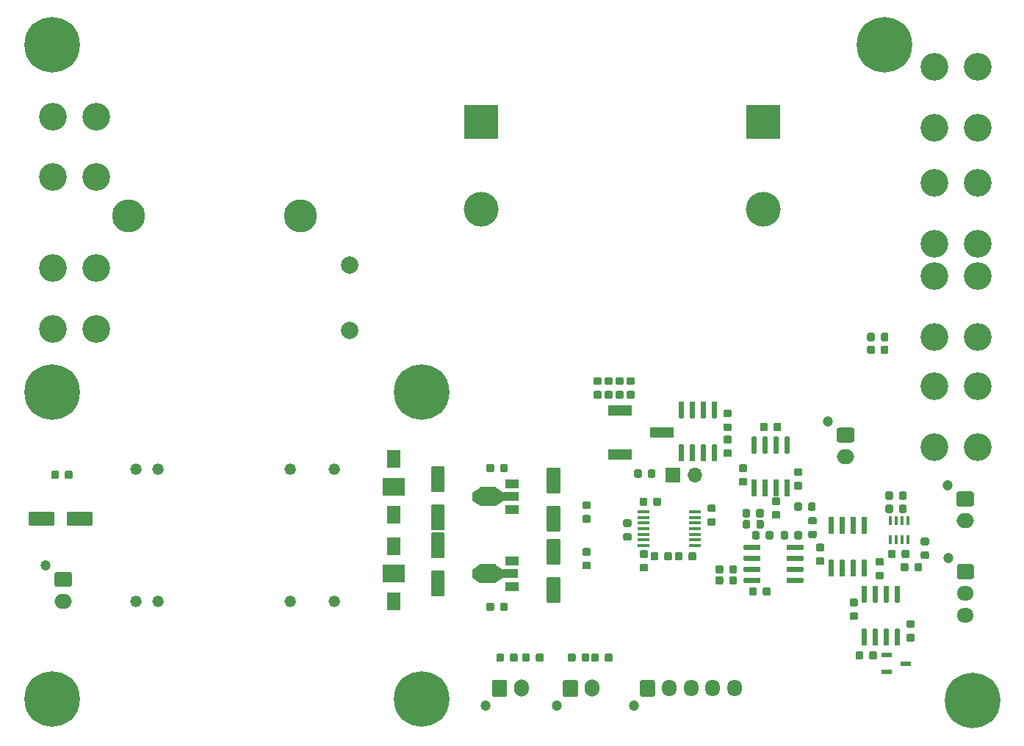
<source format=gts>
G04 #@! TF.GenerationSoftware,KiCad,Pcbnew,(5.1.5)-3*
G04 #@! TF.CreationDate,2020-05-10T18:01:22+09:00*
G04 #@! TF.ProjectId,Current_Controller,43757272-656e-4745-9f43-6f6e74726f6c,rev?*
G04 #@! TF.SameCoordinates,Original*
G04 #@! TF.FileFunction,Soldermask,Top*
G04 #@! TF.FilePolarity,Negative*
%FSLAX46Y46*%
G04 Gerber Fmt 4.6, Leading zero omitted, Abs format (unit mm)*
G04 Created by KiCad (PCBNEW (5.1.5)-3) date 2020-05-10 18:01:22*
%MOMM*%
%LPD*%
G04 APERTURE LIST*
%ADD10R,0.400000X1.060000*%
%ADD11C,0.100000*%
%ADD12R,1.840000X2.200000*%
%ADD13R,1.500000X1.000000*%
%ADD14R,1.800000X1.000000*%
%ADD15C,2.000000*%
%ADD16C,1.320800*%
%ADD17C,0.800000*%
%ADD18C,6.400000*%
%ADD19C,3.800000*%
%ADD20R,1.450000X0.450000*%
%ADD21C,3.200000*%
%ADD22C,4.000000*%
%ADD23R,4.000000X4.000000*%
%ADD24C,1.200000*%
%ADD25O,1.950000X1.700000*%
%ADD26O,2.000000X1.700000*%
%ADD27O,1.700000X1.950000*%
%ADD28O,1.700000X2.000000*%
%ADD29R,1.600000X2.000000*%
%ADD30R,2.600000X2.000000*%
%ADD31O,1.700000X1.700000*%
%ADD32R,1.700000X1.700000*%
%ADD33R,2.790000X1.190000*%
%ADD34R,1.143000X0.558800*%
G04 APERTURE END LIST*
D10*
X119500000Y-72611000D03*
X120150000Y-72611000D03*
X120810000Y-72611000D03*
X121460000Y-72611000D03*
X121460000Y-74811000D03*
X120810000Y-74811000D03*
X120150000Y-74811000D03*
X119500000Y-74811000D03*
D11*
G36*
X73934700Y-77640000D02*
G01*
X74934700Y-78340000D01*
X74934700Y-79140000D01*
X73934700Y-79840000D01*
X73934700Y-77640000D01*
G37*
D12*
X73025000Y-78740000D03*
D13*
X75838500Y-77240000D03*
D14*
X75692000Y-78740000D03*
D13*
X75838500Y-80240000D03*
D11*
G36*
X72116500Y-79840000D02*
G01*
X71266500Y-79240000D01*
X71266500Y-78240000D01*
X72116500Y-77640000D01*
X72116500Y-79840000D01*
G37*
G36*
X73998200Y-68750000D02*
G01*
X74998200Y-69450000D01*
X74998200Y-70250000D01*
X73998200Y-70950000D01*
X73998200Y-68750000D01*
G37*
D12*
X73088500Y-69850000D03*
D13*
X75902000Y-68350000D03*
D14*
X75755500Y-69850000D03*
D13*
X75902000Y-71350000D03*
D11*
G36*
X72180000Y-70950000D02*
G01*
X71330000Y-70350000D01*
X71330000Y-69350000D01*
X72180000Y-68750000D01*
X72180000Y-70950000D01*
G37*
G36*
X123721691Y-76144553D02*
G01*
X123742926Y-76147703D01*
X123763750Y-76152919D01*
X123783962Y-76160151D01*
X123803368Y-76169330D01*
X123821781Y-76180366D01*
X123839024Y-76193154D01*
X123854930Y-76207570D01*
X123869346Y-76223476D01*
X123882134Y-76240719D01*
X123893170Y-76259132D01*
X123902349Y-76278538D01*
X123909581Y-76298750D01*
X123914797Y-76319574D01*
X123917947Y-76340809D01*
X123919000Y-76362250D01*
X123919000Y-76799750D01*
X123917947Y-76821191D01*
X123914797Y-76842426D01*
X123909581Y-76863250D01*
X123902349Y-76883462D01*
X123893170Y-76902868D01*
X123882134Y-76921281D01*
X123869346Y-76938524D01*
X123854930Y-76954430D01*
X123839024Y-76968846D01*
X123821781Y-76981634D01*
X123803368Y-76992670D01*
X123783962Y-77001849D01*
X123763750Y-77009081D01*
X123742926Y-77014297D01*
X123721691Y-77017447D01*
X123700250Y-77018500D01*
X123187750Y-77018500D01*
X123166309Y-77017447D01*
X123145074Y-77014297D01*
X123124250Y-77009081D01*
X123104038Y-77001849D01*
X123084632Y-76992670D01*
X123066219Y-76981634D01*
X123048976Y-76968846D01*
X123033070Y-76954430D01*
X123018654Y-76938524D01*
X123005866Y-76921281D01*
X122994830Y-76902868D01*
X122985651Y-76883462D01*
X122978419Y-76863250D01*
X122973203Y-76842426D01*
X122970053Y-76821191D01*
X122969000Y-76799750D01*
X122969000Y-76362250D01*
X122970053Y-76340809D01*
X122973203Y-76319574D01*
X122978419Y-76298750D01*
X122985651Y-76278538D01*
X122994830Y-76259132D01*
X123005866Y-76240719D01*
X123018654Y-76223476D01*
X123033070Y-76207570D01*
X123048976Y-76193154D01*
X123066219Y-76180366D01*
X123084632Y-76169330D01*
X123104038Y-76160151D01*
X123124250Y-76152919D01*
X123145074Y-76147703D01*
X123166309Y-76144553D01*
X123187750Y-76143500D01*
X123700250Y-76143500D01*
X123721691Y-76144553D01*
G37*
G36*
X123721691Y-74569553D02*
G01*
X123742926Y-74572703D01*
X123763750Y-74577919D01*
X123783962Y-74585151D01*
X123803368Y-74594330D01*
X123821781Y-74605366D01*
X123839024Y-74618154D01*
X123854930Y-74632570D01*
X123869346Y-74648476D01*
X123882134Y-74665719D01*
X123893170Y-74684132D01*
X123902349Y-74703538D01*
X123909581Y-74723750D01*
X123914797Y-74744574D01*
X123917947Y-74765809D01*
X123919000Y-74787250D01*
X123919000Y-75224750D01*
X123917947Y-75246191D01*
X123914797Y-75267426D01*
X123909581Y-75288250D01*
X123902349Y-75308462D01*
X123893170Y-75327868D01*
X123882134Y-75346281D01*
X123869346Y-75363524D01*
X123854930Y-75379430D01*
X123839024Y-75393846D01*
X123821781Y-75406634D01*
X123803368Y-75417670D01*
X123783962Y-75426849D01*
X123763750Y-75434081D01*
X123742926Y-75439297D01*
X123721691Y-75442447D01*
X123700250Y-75443500D01*
X123187750Y-75443500D01*
X123166309Y-75442447D01*
X123145074Y-75439297D01*
X123124250Y-75434081D01*
X123104038Y-75426849D01*
X123084632Y-75417670D01*
X123066219Y-75406634D01*
X123048976Y-75393846D01*
X123033070Y-75379430D01*
X123018654Y-75363524D01*
X123005866Y-75346281D01*
X122994830Y-75327868D01*
X122985651Y-75308462D01*
X122978419Y-75288250D01*
X122973203Y-75267426D01*
X122970053Y-75246191D01*
X122969000Y-75224750D01*
X122969000Y-74787250D01*
X122970053Y-74765809D01*
X122973203Y-74744574D01*
X122978419Y-74723750D01*
X122985651Y-74703538D01*
X122994830Y-74684132D01*
X123005866Y-74665719D01*
X123018654Y-74648476D01*
X123033070Y-74632570D01*
X123048976Y-74618154D01*
X123066219Y-74605366D01*
X123084632Y-74594330D01*
X123104038Y-74585151D01*
X123124250Y-74577919D01*
X123145074Y-74572703D01*
X123166309Y-74569553D01*
X123187750Y-74568500D01*
X123700250Y-74568500D01*
X123721691Y-74569553D01*
G37*
D15*
X57150000Y-43180000D03*
X57150000Y-50680000D03*
D11*
G36*
X110767691Y-72182053D02*
G01*
X110788926Y-72185203D01*
X110809750Y-72190419D01*
X110829962Y-72197651D01*
X110849368Y-72206830D01*
X110867781Y-72217866D01*
X110885024Y-72230654D01*
X110900930Y-72245070D01*
X110915346Y-72260976D01*
X110928134Y-72278219D01*
X110939170Y-72296632D01*
X110948349Y-72316038D01*
X110955581Y-72336250D01*
X110960797Y-72357074D01*
X110963947Y-72378309D01*
X110965000Y-72399750D01*
X110965000Y-72837250D01*
X110963947Y-72858691D01*
X110960797Y-72879926D01*
X110955581Y-72900750D01*
X110948349Y-72920962D01*
X110939170Y-72940368D01*
X110928134Y-72958781D01*
X110915346Y-72976024D01*
X110900930Y-72991930D01*
X110885024Y-73006346D01*
X110867781Y-73019134D01*
X110849368Y-73030170D01*
X110829962Y-73039349D01*
X110809750Y-73046581D01*
X110788926Y-73051797D01*
X110767691Y-73054947D01*
X110746250Y-73056000D01*
X110233750Y-73056000D01*
X110212309Y-73054947D01*
X110191074Y-73051797D01*
X110170250Y-73046581D01*
X110150038Y-73039349D01*
X110130632Y-73030170D01*
X110112219Y-73019134D01*
X110094976Y-73006346D01*
X110079070Y-72991930D01*
X110064654Y-72976024D01*
X110051866Y-72958781D01*
X110040830Y-72940368D01*
X110031651Y-72920962D01*
X110024419Y-72900750D01*
X110019203Y-72879926D01*
X110016053Y-72858691D01*
X110015000Y-72837250D01*
X110015000Y-72399750D01*
X110016053Y-72378309D01*
X110019203Y-72357074D01*
X110024419Y-72336250D01*
X110031651Y-72316038D01*
X110040830Y-72296632D01*
X110051866Y-72278219D01*
X110064654Y-72260976D01*
X110079070Y-72245070D01*
X110094976Y-72230654D01*
X110112219Y-72217866D01*
X110130632Y-72206830D01*
X110150038Y-72197651D01*
X110170250Y-72190419D01*
X110191074Y-72185203D01*
X110212309Y-72182053D01*
X110233750Y-72181000D01*
X110746250Y-72181000D01*
X110767691Y-72182053D01*
G37*
G36*
X110767691Y-73757053D02*
G01*
X110788926Y-73760203D01*
X110809750Y-73765419D01*
X110829962Y-73772651D01*
X110849368Y-73781830D01*
X110867781Y-73792866D01*
X110885024Y-73805654D01*
X110900930Y-73820070D01*
X110915346Y-73835976D01*
X110928134Y-73853219D01*
X110939170Y-73871632D01*
X110948349Y-73891038D01*
X110955581Y-73911250D01*
X110960797Y-73932074D01*
X110963947Y-73953309D01*
X110965000Y-73974750D01*
X110965000Y-74412250D01*
X110963947Y-74433691D01*
X110960797Y-74454926D01*
X110955581Y-74475750D01*
X110948349Y-74495962D01*
X110939170Y-74515368D01*
X110928134Y-74533781D01*
X110915346Y-74551024D01*
X110900930Y-74566930D01*
X110885024Y-74581346D01*
X110867781Y-74594134D01*
X110849368Y-74605170D01*
X110829962Y-74614349D01*
X110809750Y-74621581D01*
X110788926Y-74626797D01*
X110767691Y-74629947D01*
X110746250Y-74631000D01*
X110233750Y-74631000D01*
X110212309Y-74629947D01*
X110191074Y-74626797D01*
X110170250Y-74621581D01*
X110150038Y-74614349D01*
X110130632Y-74605170D01*
X110112219Y-74594134D01*
X110094976Y-74581346D01*
X110079070Y-74566930D01*
X110064654Y-74551024D01*
X110051866Y-74533781D01*
X110040830Y-74515368D01*
X110031651Y-74495962D01*
X110024419Y-74475750D01*
X110019203Y-74454926D01*
X110016053Y-74433691D01*
X110015000Y-74412250D01*
X110015000Y-73974750D01*
X110016053Y-73953309D01*
X110019203Y-73932074D01*
X110024419Y-73911250D01*
X110031651Y-73891038D01*
X110040830Y-73871632D01*
X110051866Y-73853219D01*
X110064654Y-73835976D01*
X110079070Y-73820070D01*
X110094976Y-73805654D01*
X110112219Y-73792866D01*
X110130632Y-73781830D01*
X110150038Y-73772651D01*
X110170250Y-73765419D01*
X110191074Y-73760203D01*
X110212309Y-73757053D01*
X110233750Y-73756000D01*
X110746250Y-73756000D01*
X110767691Y-73757053D01*
G37*
D16*
X32512000Y-81915000D03*
X35052000Y-81915000D03*
X50292000Y-81915000D03*
X55372000Y-81915000D03*
X55372000Y-66675000D03*
X50292000Y-66675000D03*
X35052000Y-66675000D03*
X32512000Y-66675000D03*
D17*
X67102056Y-56087944D03*
X65405000Y-55385000D03*
X63707944Y-56087944D03*
X63005000Y-57785000D03*
X63707944Y-59482056D03*
X65405000Y-60185000D03*
X67102056Y-59482056D03*
X67805000Y-57785000D03*
D18*
X65405000Y-57785000D03*
D17*
X67102056Y-91440000D03*
X65405000Y-90737056D03*
X63707944Y-91440000D03*
X63005000Y-93137056D03*
X63707944Y-94834112D03*
X65405000Y-95537056D03*
X67102056Y-94834112D03*
X67805000Y-93137056D03*
D18*
X65405000Y-93137056D03*
D17*
X24557056Y-56087944D03*
X22860000Y-55385000D03*
X21162944Y-56087944D03*
X20460000Y-57785000D03*
X21162944Y-59482056D03*
X22860000Y-60185000D03*
X24557056Y-59482056D03*
X25260000Y-57785000D03*
D18*
X22860000Y-57785000D03*
D19*
X31623000Y-37465000D03*
X51435000Y-37465000D03*
D11*
G36*
X116623703Y-80116722D02*
G01*
X116638264Y-80118882D01*
X116652543Y-80122459D01*
X116666403Y-80127418D01*
X116679710Y-80133712D01*
X116692336Y-80141280D01*
X116704159Y-80150048D01*
X116715066Y-80159934D01*
X116724952Y-80170841D01*
X116733720Y-80182664D01*
X116741288Y-80195290D01*
X116747582Y-80208597D01*
X116752541Y-80222457D01*
X116756118Y-80236736D01*
X116758278Y-80251297D01*
X116759000Y-80266000D01*
X116759000Y-81916000D01*
X116758278Y-81930703D01*
X116756118Y-81945264D01*
X116752541Y-81959543D01*
X116747582Y-81973403D01*
X116741288Y-81986710D01*
X116733720Y-81999336D01*
X116724952Y-82011159D01*
X116715066Y-82022066D01*
X116704159Y-82031952D01*
X116692336Y-82040720D01*
X116679710Y-82048288D01*
X116666403Y-82054582D01*
X116652543Y-82059541D01*
X116638264Y-82063118D01*
X116623703Y-82065278D01*
X116609000Y-82066000D01*
X116309000Y-82066000D01*
X116294297Y-82065278D01*
X116279736Y-82063118D01*
X116265457Y-82059541D01*
X116251597Y-82054582D01*
X116238290Y-82048288D01*
X116225664Y-82040720D01*
X116213841Y-82031952D01*
X116202934Y-82022066D01*
X116193048Y-82011159D01*
X116184280Y-81999336D01*
X116176712Y-81986710D01*
X116170418Y-81973403D01*
X116165459Y-81959543D01*
X116161882Y-81945264D01*
X116159722Y-81930703D01*
X116159000Y-81916000D01*
X116159000Y-80266000D01*
X116159722Y-80251297D01*
X116161882Y-80236736D01*
X116165459Y-80222457D01*
X116170418Y-80208597D01*
X116176712Y-80195290D01*
X116184280Y-80182664D01*
X116193048Y-80170841D01*
X116202934Y-80159934D01*
X116213841Y-80150048D01*
X116225664Y-80141280D01*
X116238290Y-80133712D01*
X116251597Y-80127418D01*
X116265457Y-80122459D01*
X116279736Y-80118882D01*
X116294297Y-80116722D01*
X116309000Y-80116000D01*
X116609000Y-80116000D01*
X116623703Y-80116722D01*
G37*
G36*
X117893703Y-80116722D02*
G01*
X117908264Y-80118882D01*
X117922543Y-80122459D01*
X117936403Y-80127418D01*
X117949710Y-80133712D01*
X117962336Y-80141280D01*
X117974159Y-80150048D01*
X117985066Y-80159934D01*
X117994952Y-80170841D01*
X118003720Y-80182664D01*
X118011288Y-80195290D01*
X118017582Y-80208597D01*
X118022541Y-80222457D01*
X118026118Y-80236736D01*
X118028278Y-80251297D01*
X118029000Y-80266000D01*
X118029000Y-81916000D01*
X118028278Y-81930703D01*
X118026118Y-81945264D01*
X118022541Y-81959543D01*
X118017582Y-81973403D01*
X118011288Y-81986710D01*
X118003720Y-81999336D01*
X117994952Y-82011159D01*
X117985066Y-82022066D01*
X117974159Y-82031952D01*
X117962336Y-82040720D01*
X117949710Y-82048288D01*
X117936403Y-82054582D01*
X117922543Y-82059541D01*
X117908264Y-82063118D01*
X117893703Y-82065278D01*
X117879000Y-82066000D01*
X117579000Y-82066000D01*
X117564297Y-82065278D01*
X117549736Y-82063118D01*
X117535457Y-82059541D01*
X117521597Y-82054582D01*
X117508290Y-82048288D01*
X117495664Y-82040720D01*
X117483841Y-82031952D01*
X117472934Y-82022066D01*
X117463048Y-82011159D01*
X117454280Y-81999336D01*
X117446712Y-81986710D01*
X117440418Y-81973403D01*
X117435459Y-81959543D01*
X117431882Y-81945264D01*
X117429722Y-81930703D01*
X117429000Y-81916000D01*
X117429000Y-80266000D01*
X117429722Y-80251297D01*
X117431882Y-80236736D01*
X117435459Y-80222457D01*
X117440418Y-80208597D01*
X117446712Y-80195290D01*
X117454280Y-80182664D01*
X117463048Y-80170841D01*
X117472934Y-80159934D01*
X117483841Y-80150048D01*
X117495664Y-80141280D01*
X117508290Y-80133712D01*
X117521597Y-80127418D01*
X117535457Y-80122459D01*
X117549736Y-80118882D01*
X117564297Y-80116722D01*
X117579000Y-80116000D01*
X117879000Y-80116000D01*
X117893703Y-80116722D01*
G37*
G36*
X119163703Y-80116722D02*
G01*
X119178264Y-80118882D01*
X119192543Y-80122459D01*
X119206403Y-80127418D01*
X119219710Y-80133712D01*
X119232336Y-80141280D01*
X119244159Y-80150048D01*
X119255066Y-80159934D01*
X119264952Y-80170841D01*
X119273720Y-80182664D01*
X119281288Y-80195290D01*
X119287582Y-80208597D01*
X119292541Y-80222457D01*
X119296118Y-80236736D01*
X119298278Y-80251297D01*
X119299000Y-80266000D01*
X119299000Y-81916000D01*
X119298278Y-81930703D01*
X119296118Y-81945264D01*
X119292541Y-81959543D01*
X119287582Y-81973403D01*
X119281288Y-81986710D01*
X119273720Y-81999336D01*
X119264952Y-82011159D01*
X119255066Y-82022066D01*
X119244159Y-82031952D01*
X119232336Y-82040720D01*
X119219710Y-82048288D01*
X119206403Y-82054582D01*
X119192543Y-82059541D01*
X119178264Y-82063118D01*
X119163703Y-82065278D01*
X119149000Y-82066000D01*
X118849000Y-82066000D01*
X118834297Y-82065278D01*
X118819736Y-82063118D01*
X118805457Y-82059541D01*
X118791597Y-82054582D01*
X118778290Y-82048288D01*
X118765664Y-82040720D01*
X118753841Y-82031952D01*
X118742934Y-82022066D01*
X118733048Y-82011159D01*
X118724280Y-81999336D01*
X118716712Y-81986710D01*
X118710418Y-81973403D01*
X118705459Y-81959543D01*
X118701882Y-81945264D01*
X118699722Y-81930703D01*
X118699000Y-81916000D01*
X118699000Y-80266000D01*
X118699722Y-80251297D01*
X118701882Y-80236736D01*
X118705459Y-80222457D01*
X118710418Y-80208597D01*
X118716712Y-80195290D01*
X118724280Y-80182664D01*
X118733048Y-80170841D01*
X118742934Y-80159934D01*
X118753841Y-80150048D01*
X118765664Y-80141280D01*
X118778290Y-80133712D01*
X118791597Y-80127418D01*
X118805457Y-80122459D01*
X118819736Y-80118882D01*
X118834297Y-80116722D01*
X118849000Y-80116000D01*
X119149000Y-80116000D01*
X119163703Y-80116722D01*
G37*
G36*
X120433703Y-80116722D02*
G01*
X120448264Y-80118882D01*
X120462543Y-80122459D01*
X120476403Y-80127418D01*
X120489710Y-80133712D01*
X120502336Y-80141280D01*
X120514159Y-80150048D01*
X120525066Y-80159934D01*
X120534952Y-80170841D01*
X120543720Y-80182664D01*
X120551288Y-80195290D01*
X120557582Y-80208597D01*
X120562541Y-80222457D01*
X120566118Y-80236736D01*
X120568278Y-80251297D01*
X120569000Y-80266000D01*
X120569000Y-81916000D01*
X120568278Y-81930703D01*
X120566118Y-81945264D01*
X120562541Y-81959543D01*
X120557582Y-81973403D01*
X120551288Y-81986710D01*
X120543720Y-81999336D01*
X120534952Y-82011159D01*
X120525066Y-82022066D01*
X120514159Y-82031952D01*
X120502336Y-82040720D01*
X120489710Y-82048288D01*
X120476403Y-82054582D01*
X120462543Y-82059541D01*
X120448264Y-82063118D01*
X120433703Y-82065278D01*
X120419000Y-82066000D01*
X120119000Y-82066000D01*
X120104297Y-82065278D01*
X120089736Y-82063118D01*
X120075457Y-82059541D01*
X120061597Y-82054582D01*
X120048290Y-82048288D01*
X120035664Y-82040720D01*
X120023841Y-82031952D01*
X120012934Y-82022066D01*
X120003048Y-82011159D01*
X119994280Y-81999336D01*
X119986712Y-81986710D01*
X119980418Y-81973403D01*
X119975459Y-81959543D01*
X119971882Y-81945264D01*
X119969722Y-81930703D01*
X119969000Y-81916000D01*
X119969000Y-80266000D01*
X119969722Y-80251297D01*
X119971882Y-80236736D01*
X119975459Y-80222457D01*
X119980418Y-80208597D01*
X119986712Y-80195290D01*
X119994280Y-80182664D01*
X120003048Y-80170841D01*
X120012934Y-80159934D01*
X120023841Y-80150048D01*
X120035664Y-80141280D01*
X120048290Y-80133712D01*
X120061597Y-80127418D01*
X120075457Y-80122459D01*
X120089736Y-80118882D01*
X120104297Y-80116722D01*
X120119000Y-80116000D01*
X120419000Y-80116000D01*
X120433703Y-80116722D01*
G37*
G36*
X120433703Y-85066722D02*
G01*
X120448264Y-85068882D01*
X120462543Y-85072459D01*
X120476403Y-85077418D01*
X120489710Y-85083712D01*
X120502336Y-85091280D01*
X120514159Y-85100048D01*
X120525066Y-85109934D01*
X120534952Y-85120841D01*
X120543720Y-85132664D01*
X120551288Y-85145290D01*
X120557582Y-85158597D01*
X120562541Y-85172457D01*
X120566118Y-85186736D01*
X120568278Y-85201297D01*
X120569000Y-85216000D01*
X120569000Y-86866000D01*
X120568278Y-86880703D01*
X120566118Y-86895264D01*
X120562541Y-86909543D01*
X120557582Y-86923403D01*
X120551288Y-86936710D01*
X120543720Y-86949336D01*
X120534952Y-86961159D01*
X120525066Y-86972066D01*
X120514159Y-86981952D01*
X120502336Y-86990720D01*
X120489710Y-86998288D01*
X120476403Y-87004582D01*
X120462543Y-87009541D01*
X120448264Y-87013118D01*
X120433703Y-87015278D01*
X120419000Y-87016000D01*
X120119000Y-87016000D01*
X120104297Y-87015278D01*
X120089736Y-87013118D01*
X120075457Y-87009541D01*
X120061597Y-87004582D01*
X120048290Y-86998288D01*
X120035664Y-86990720D01*
X120023841Y-86981952D01*
X120012934Y-86972066D01*
X120003048Y-86961159D01*
X119994280Y-86949336D01*
X119986712Y-86936710D01*
X119980418Y-86923403D01*
X119975459Y-86909543D01*
X119971882Y-86895264D01*
X119969722Y-86880703D01*
X119969000Y-86866000D01*
X119969000Y-85216000D01*
X119969722Y-85201297D01*
X119971882Y-85186736D01*
X119975459Y-85172457D01*
X119980418Y-85158597D01*
X119986712Y-85145290D01*
X119994280Y-85132664D01*
X120003048Y-85120841D01*
X120012934Y-85109934D01*
X120023841Y-85100048D01*
X120035664Y-85091280D01*
X120048290Y-85083712D01*
X120061597Y-85077418D01*
X120075457Y-85072459D01*
X120089736Y-85068882D01*
X120104297Y-85066722D01*
X120119000Y-85066000D01*
X120419000Y-85066000D01*
X120433703Y-85066722D01*
G37*
G36*
X119163703Y-85066722D02*
G01*
X119178264Y-85068882D01*
X119192543Y-85072459D01*
X119206403Y-85077418D01*
X119219710Y-85083712D01*
X119232336Y-85091280D01*
X119244159Y-85100048D01*
X119255066Y-85109934D01*
X119264952Y-85120841D01*
X119273720Y-85132664D01*
X119281288Y-85145290D01*
X119287582Y-85158597D01*
X119292541Y-85172457D01*
X119296118Y-85186736D01*
X119298278Y-85201297D01*
X119299000Y-85216000D01*
X119299000Y-86866000D01*
X119298278Y-86880703D01*
X119296118Y-86895264D01*
X119292541Y-86909543D01*
X119287582Y-86923403D01*
X119281288Y-86936710D01*
X119273720Y-86949336D01*
X119264952Y-86961159D01*
X119255066Y-86972066D01*
X119244159Y-86981952D01*
X119232336Y-86990720D01*
X119219710Y-86998288D01*
X119206403Y-87004582D01*
X119192543Y-87009541D01*
X119178264Y-87013118D01*
X119163703Y-87015278D01*
X119149000Y-87016000D01*
X118849000Y-87016000D01*
X118834297Y-87015278D01*
X118819736Y-87013118D01*
X118805457Y-87009541D01*
X118791597Y-87004582D01*
X118778290Y-86998288D01*
X118765664Y-86990720D01*
X118753841Y-86981952D01*
X118742934Y-86972066D01*
X118733048Y-86961159D01*
X118724280Y-86949336D01*
X118716712Y-86936710D01*
X118710418Y-86923403D01*
X118705459Y-86909543D01*
X118701882Y-86895264D01*
X118699722Y-86880703D01*
X118699000Y-86866000D01*
X118699000Y-85216000D01*
X118699722Y-85201297D01*
X118701882Y-85186736D01*
X118705459Y-85172457D01*
X118710418Y-85158597D01*
X118716712Y-85145290D01*
X118724280Y-85132664D01*
X118733048Y-85120841D01*
X118742934Y-85109934D01*
X118753841Y-85100048D01*
X118765664Y-85091280D01*
X118778290Y-85083712D01*
X118791597Y-85077418D01*
X118805457Y-85072459D01*
X118819736Y-85068882D01*
X118834297Y-85066722D01*
X118849000Y-85066000D01*
X119149000Y-85066000D01*
X119163703Y-85066722D01*
G37*
G36*
X117893703Y-85066722D02*
G01*
X117908264Y-85068882D01*
X117922543Y-85072459D01*
X117936403Y-85077418D01*
X117949710Y-85083712D01*
X117962336Y-85091280D01*
X117974159Y-85100048D01*
X117985066Y-85109934D01*
X117994952Y-85120841D01*
X118003720Y-85132664D01*
X118011288Y-85145290D01*
X118017582Y-85158597D01*
X118022541Y-85172457D01*
X118026118Y-85186736D01*
X118028278Y-85201297D01*
X118029000Y-85216000D01*
X118029000Y-86866000D01*
X118028278Y-86880703D01*
X118026118Y-86895264D01*
X118022541Y-86909543D01*
X118017582Y-86923403D01*
X118011288Y-86936710D01*
X118003720Y-86949336D01*
X117994952Y-86961159D01*
X117985066Y-86972066D01*
X117974159Y-86981952D01*
X117962336Y-86990720D01*
X117949710Y-86998288D01*
X117936403Y-87004582D01*
X117922543Y-87009541D01*
X117908264Y-87013118D01*
X117893703Y-87015278D01*
X117879000Y-87016000D01*
X117579000Y-87016000D01*
X117564297Y-87015278D01*
X117549736Y-87013118D01*
X117535457Y-87009541D01*
X117521597Y-87004582D01*
X117508290Y-86998288D01*
X117495664Y-86990720D01*
X117483841Y-86981952D01*
X117472934Y-86972066D01*
X117463048Y-86961159D01*
X117454280Y-86949336D01*
X117446712Y-86936710D01*
X117440418Y-86923403D01*
X117435459Y-86909543D01*
X117431882Y-86895264D01*
X117429722Y-86880703D01*
X117429000Y-86866000D01*
X117429000Y-85216000D01*
X117429722Y-85201297D01*
X117431882Y-85186736D01*
X117435459Y-85172457D01*
X117440418Y-85158597D01*
X117446712Y-85145290D01*
X117454280Y-85132664D01*
X117463048Y-85120841D01*
X117472934Y-85109934D01*
X117483841Y-85100048D01*
X117495664Y-85091280D01*
X117508290Y-85083712D01*
X117521597Y-85077418D01*
X117535457Y-85072459D01*
X117549736Y-85068882D01*
X117564297Y-85066722D01*
X117579000Y-85066000D01*
X117879000Y-85066000D01*
X117893703Y-85066722D01*
G37*
G36*
X116623703Y-85066722D02*
G01*
X116638264Y-85068882D01*
X116652543Y-85072459D01*
X116666403Y-85077418D01*
X116679710Y-85083712D01*
X116692336Y-85091280D01*
X116704159Y-85100048D01*
X116715066Y-85109934D01*
X116724952Y-85120841D01*
X116733720Y-85132664D01*
X116741288Y-85145290D01*
X116747582Y-85158597D01*
X116752541Y-85172457D01*
X116756118Y-85186736D01*
X116758278Y-85201297D01*
X116759000Y-85216000D01*
X116759000Y-86866000D01*
X116758278Y-86880703D01*
X116756118Y-86895264D01*
X116752541Y-86909543D01*
X116747582Y-86923403D01*
X116741288Y-86936710D01*
X116733720Y-86949336D01*
X116724952Y-86961159D01*
X116715066Y-86972066D01*
X116704159Y-86981952D01*
X116692336Y-86990720D01*
X116679710Y-86998288D01*
X116666403Y-87004582D01*
X116652543Y-87009541D01*
X116638264Y-87013118D01*
X116623703Y-87015278D01*
X116609000Y-87016000D01*
X116309000Y-87016000D01*
X116294297Y-87015278D01*
X116279736Y-87013118D01*
X116265457Y-87009541D01*
X116251597Y-87004582D01*
X116238290Y-86998288D01*
X116225664Y-86990720D01*
X116213841Y-86981952D01*
X116202934Y-86972066D01*
X116193048Y-86961159D01*
X116184280Y-86949336D01*
X116176712Y-86936710D01*
X116170418Y-86923403D01*
X116165459Y-86909543D01*
X116161882Y-86895264D01*
X116159722Y-86880703D01*
X116159000Y-86866000D01*
X116159000Y-85216000D01*
X116159722Y-85201297D01*
X116161882Y-85186736D01*
X116165459Y-85172457D01*
X116170418Y-85158597D01*
X116176712Y-85145290D01*
X116184280Y-85132664D01*
X116193048Y-85120841D01*
X116202934Y-85109934D01*
X116213841Y-85100048D01*
X116225664Y-85091280D01*
X116238290Y-85083712D01*
X116251597Y-85077418D01*
X116265457Y-85072459D01*
X116279736Y-85068882D01*
X116294297Y-85066722D01*
X116309000Y-85066000D01*
X116609000Y-85066000D01*
X116623703Y-85066722D01*
G37*
D17*
X120442056Y-16082944D03*
X118745000Y-15380000D03*
X117047944Y-16082944D03*
X116345000Y-17780000D03*
X117047944Y-19477056D03*
X118745000Y-20180000D03*
X120442056Y-19477056D03*
X121145000Y-17780000D03*
D18*
X118745000Y-17780000D03*
D17*
X130602056Y-91647944D03*
X128905000Y-90945000D03*
X127207944Y-91647944D03*
X126505000Y-93345000D03*
X127207944Y-95042056D03*
X128905000Y-95745000D03*
X130602056Y-95042056D03*
X131305000Y-93345000D03*
D18*
X128905000Y-93345000D03*
D17*
X24557056Y-91440000D03*
X22860000Y-90737056D03*
X21162944Y-91440000D03*
X20460000Y-93137056D03*
X21162944Y-94834112D03*
X22860000Y-95537056D03*
X24557056Y-94834112D03*
X25260000Y-93137056D03*
D18*
X22860000Y-93137056D03*
D17*
X24557056Y-16082944D03*
X22860000Y-15380000D03*
X21162944Y-16082944D03*
X20460000Y-17780000D03*
X21162944Y-19477056D03*
X22860000Y-20180000D03*
X24557056Y-19477056D03*
X25260000Y-17780000D03*
D18*
X22860000Y-17780000D03*
D11*
G36*
X109308903Y-75392722D02*
G01*
X109323464Y-75394882D01*
X109337743Y-75398459D01*
X109351603Y-75403418D01*
X109364910Y-75409712D01*
X109377536Y-75417280D01*
X109389359Y-75426048D01*
X109400266Y-75435934D01*
X109410152Y-75446841D01*
X109418920Y-75458664D01*
X109426488Y-75471290D01*
X109432782Y-75484597D01*
X109437741Y-75498457D01*
X109441318Y-75512736D01*
X109443478Y-75527297D01*
X109444200Y-75542000D01*
X109444200Y-75842000D01*
X109443478Y-75856703D01*
X109441318Y-75871264D01*
X109437741Y-75885543D01*
X109432782Y-75899403D01*
X109426488Y-75912710D01*
X109418920Y-75925336D01*
X109410152Y-75937159D01*
X109400266Y-75948066D01*
X109389359Y-75957952D01*
X109377536Y-75966720D01*
X109364910Y-75974288D01*
X109351603Y-75980582D01*
X109337743Y-75985541D01*
X109323464Y-75989118D01*
X109308903Y-75991278D01*
X109294200Y-75992000D01*
X107644200Y-75992000D01*
X107629497Y-75991278D01*
X107614936Y-75989118D01*
X107600657Y-75985541D01*
X107586797Y-75980582D01*
X107573490Y-75974288D01*
X107560864Y-75966720D01*
X107549041Y-75957952D01*
X107538134Y-75948066D01*
X107528248Y-75937159D01*
X107519480Y-75925336D01*
X107511912Y-75912710D01*
X107505618Y-75899403D01*
X107500659Y-75885543D01*
X107497082Y-75871264D01*
X107494922Y-75856703D01*
X107494200Y-75842000D01*
X107494200Y-75542000D01*
X107494922Y-75527297D01*
X107497082Y-75512736D01*
X107500659Y-75498457D01*
X107505618Y-75484597D01*
X107511912Y-75471290D01*
X107519480Y-75458664D01*
X107528248Y-75446841D01*
X107538134Y-75435934D01*
X107549041Y-75426048D01*
X107560864Y-75417280D01*
X107573490Y-75409712D01*
X107586797Y-75403418D01*
X107600657Y-75398459D01*
X107614936Y-75394882D01*
X107629497Y-75392722D01*
X107644200Y-75392000D01*
X109294200Y-75392000D01*
X109308903Y-75392722D01*
G37*
G36*
X109308903Y-76662722D02*
G01*
X109323464Y-76664882D01*
X109337743Y-76668459D01*
X109351603Y-76673418D01*
X109364910Y-76679712D01*
X109377536Y-76687280D01*
X109389359Y-76696048D01*
X109400266Y-76705934D01*
X109410152Y-76716841D01*
X109418920Y-76728664D01*
X109426488Y-76741290D01*
X109432782Y-76754597D01*
X109437741Y-76768457D01*
X109441318Y-76782736D01*
X109443478Y-76797297D01*
X109444200Y-76812000D01*
X109444200Y-77112000D01*
X109443478Y-77126703D01*
X109441318Y-77141264D01*
X109437741Y-77155543D01*
X109432782Y-77169403D01*
X109426488Y-77182710D01*
X109418920Y-77195336D01*
X109410152Y-77207159D01*
X109400266Y-77218066D01*
X109389359Y-77227952D01*
X109377536Y-77236720D01*
X109364910Y-77244288D01*
X109351603Y-77250582D01*
X109337743Y-77255541D01*
X109323464Y-77259118D01*
X109308903Y-77261278D01*
X109294200Y-77262000D01*
X107644200Y-77262000D01*
X107629497Y-77261278D01*
X107614936Y-77259118D01*
X107600657Y-77255541D01*
X107586797Y-77250582D01*
X107573490Y-77244288D01*
X107560864Y-77236720D01*
X107549041Y-77227952D01*
X107538134Y-77218066D01*
X107528248Y-77207159D01*
X107519480Y-77195336D01*
X107511912Y-77182710D01*
X107505618Y-77169403D01*
X107500659Y-77155543D01*
X107497082Y-77141264D01*
X107494922Y-77126703D01*
X107494200Y-77112000D01*
X107494200Y-76812000D01*
X107494922Y-76797297D01*
X107497082Y-76782736D01*
X107500659Y-76768457D01*
X107505618Y-76754597D01*
X107511912Y-76741290D01*
X107519480Y-76728664D01*
X107528248Y-76716841D01*
X107538134Y-76705934D01*
X107549041Y-76696048D01*
X107560864Y-76687280D01*
X107573490Y-76679712D01*
X107586797Y-76673418D01*
X107600657Y-76668459D01*
X107614936Y-76664882D01*
X107629497Y-76662722D01*
X107644200Y-76662000D01*
X109294200Y-76662000D01*
X109308903Y-76662722D01*
G37*
G36*
X109308903Y-77932722D02*
G01*
X109323464Y-77934882D01*
X109337743Y-77938459D01*
X109351603Y-77943418D01*
X109364910Y-77949712D01*
X109377536Y-77957280D01*
X109389359Y-77966048D01*
X109400266Y-77975934D01*
X109410152Y-77986841D01*
X109418920Y-77998664D01*
X109426488Y-78011290D01*
X109432782Y-78024597D01*
X109437741Y-78038457D01*
X109441318Y-78052736D01*
X109443478Y-78067297D01*
X109444200Y-78082000D01*
X109444200Y-78382000D01*
X109443478Y-78396703D01*
X109441318Y-78411264D01*
X109437741Y-78425543D01*
X109432782Y-78439403D01*
X109426488Y-78452710D01*
X109418920Y-78465336D01*
X109410152Y-78477159D01*
X109400266Y-78488066D01*
X109389359Y-78497952D01*
X109377536Y-78506720D01*
X109364910Y-78514288D01*
X109351603Y-78520582D01*
X109337743Y-78525541D01*
X109323464Y-78529118D01*
X109308903Y-78531278D01*
X109294200Y-78532000D01*
X107644200Y-78532000D01*
X107629497Y-78531278D01*
X107614936Y-78529118D01*
X107600657Y-78525541D01*
X107586797Y-78520582D01*
X107573490Y-78514288D01*
X107560864Y-78506720D01*
X107549041Y-78497952D01*
X107538134Y-78488066D01*
X107528248Y-78477159D01*
X107519480Y-78465336D01*
X107511912Y-78452710D01*
X107505618Y-78439403D01*
X107500659Y-78425543D01*
X107497082Y-78411264D01*
X107494922Y-78396703D01*
X107494200Y-78382000D01*
X107494200Y-78082000D01*
X107494922Y-78067297D01*
X107497082Y-78052736D01*
X107500659Y-78038457D01*
X107505618Y-78024597D01*
X107511912Y-78011290D01*
X107519480Y-77998664D01*
X107528248Y-77986841D01*
X107538134Y-77975934D01*
X107549041Y-77966048D01*
X107560864Y-77957280D01*
X107573490Y-77949712D01*
X107586797Y-77943418D01*
X107600657Y-77938459D01*
X107614936Y-77934882D01*
X107629497Y-77932722D01*
X107644200Y-77932000D01*
X109294200Y-77932000D01*
X109308903Y-77932722D01*
G37*
G36*
X109308903Y-79202722D02*
G01*
X109323464Y-79204882D01*
X109337743Y-79208459D01*
X109351603Y-79213418D01*
X109364910Y-79219712D01*
X109377536Y-79227280D01*
X109389359Y-79236048D01*
X109400266Y-79245934D01*
X109410152Y-79256841D01*
X109418920Y-79268664D01*
X109426488Y-79281290D01*
X109432782Y-79294597D01*
X109437741Y-79308457D01*
X109441318Y-79322736D01*
X109443478Y-79337297D01*
X109444200Y-79352000D01*
X109444200Y-79652000D01*
X109443478Y-79666703D01*
X109441318Y-79681264D01*
X109437741Y-79695543D01*
X109432782Y-79709403D01*
X109426488Y-79722710D01*
X109418920Y-79735336D01*
X109410152Y-79747159D01*
X109400266Y-79758066D01*
X109389359Y-79767952D01*
X109377536Y-79776720D01*
X109364910Y-79784288D01*
X109351603Y-79790582D01*
X109337743Y-79795541D01*
X109323464Y-79799118D01*
X109308903Y-79801278D01*
X109294200Y-79802000D01*
X107644200Y-79802000D01*
X107629497Y-79801278D01*
X107614936Y-79799118D01*
X107600657Y-79795541D01*
X107586797Y-79790582D01*
X107573490Y-79784288D01*
X107560864Y-79776720D01*
X107549041Y-79767952D01*
X107538134Y-79758066D01*
X107528248Y-79747159D01*
X107519480Y-79735336D01*
X107511912Y-79722710D01*
X107505618Y-79709403D01*
X107500659Y-79695543D01*
X107497082Y-79681264D01*
X107494922Y-79666703D01*
X107494200Y-79652000D01*
X107494200Y-79352000D01*
X107494922Y-79337297D01*
X107497082Y-79322736D01*
X107500659Y-79308457D01*
X107505618Y-79294597D01*
X107511912Y-79281290D01*
X107519480Y-79268664D01*
X107528248Y-79256841D01*
X107538134Y-79245934D01*
X107549041Y-79236048D01*
X107560864Y-79227280D01*
X107573490Y-79219712D01*
X107586797Y-79213418D01*
X107600657Y-79208459D01*
X107614936Y-79204882D01*
X107629497Y-79202722D01*
X107644200Y-79202000D01*
X109294200Y-79202000D01*
X109308903Y-79202722D01*
G37*
G36*
X104358903Y-79202722D02*
G01*
X104373464Y-79204882D01*
X104387743Y-79208459D01*
X104401603Y-79213418D01*
X104414910Y-79219712D01*
X104427536Y-79227280D01*
X104439359Y-79236048D01*
X104450266Y-79245934D01*
X104460152Y-79256841D01*
X104468920Y-79268664D01*
X104476488Y-79281290D01*
X104482782Y-79294597D01*
X104487741Y-79308457D01*
X104491318Y-79322736D01*
X104493478Y-79337297D01*
X104494200Y-79352000D01*
X104494200Y-79652000D01*
X104493478Y-79666703D01*
X104491318Y-79681264D01*
X104487741Y-79695543D01*
X104482782Y-79709403D01*
X104476488Y-79722710D01*
X104468920Y-79735336D01*
X104460152Y-79747159D01*
X104450266Y-79758066D01*
X104439359Y-79767952D01*
X104427536Y-79776720D01*
X104414910Y-79784288D01*
X104401603Y-79790582D01*
X104387743Y-79795541D01*
X104373464Y-79799118D01*
X104358903Y-79801278D01*
X104344200Y-79802000D01*
X102694200Y-79802000D01*
X102679497Y-79801278D01*
X102664936Y-79799118D01*
X102650657Y-79795541D01*
X102636797Y-79790582D01*
X102623490Y-79784288D01*
X102610864Y-79776720D01*
X102599041Y-79767952D01*
X102588134Y-79758066D01*
X102578248Y-79747159D01*
X102569480Y-79735336D01*
X102561912Y-79722710D01*
X102555618Y-79709403D01*
X102550659Y-79695543D01*
X102547082Y-79681264D01*
X102544922Y-79666703D01*
X102544200Y-79652000D01*
X102544200Y-79352000D01*
X102544922Y-79337297D01*
X102547082Y-79322736D01*
X102550659Y-79308457D01*
X102555618Y-79294597D01*
X102561912Y-79281290D01*
X102569480Y-79268664D01*
X102578248Y-79256841D01*
X102588134Y-79245934D01*
X102599041Y-79236048D01*
X102610864Y-79227280D01*
X102623490Y-79219712D01*
X102636797Y-79213418D01*
X102650657Y-79208459D01*
X102664936Y-79204882D01*
X102679497Y-79202722D01*
X102694200Y-79202000D01*
X104344200Y-79202000D01*
X104358903Y-79202722D01*
G37*
G36*
X104358903Y-77932722D02*
G01*
X104373464Y-77934882D01*
X104387743Y-77938459D01*
X104401603Y-77943418D01*
X104414910Y-77949712D01*
X104427536Y-77957280D01*
X104439359Y-77966048D01*
X104450266Y-77975934D01*
X104460152Y-77986841D01*
X104468920Y-77998664D01*
X104476488Y-78011290D01*
X104482782Y-78024597D01*
X104487741Y-78038457D01*
X104491318Y-78052736D01*
X104493478Y-78067297D01*
X104494200Y-78082000D01*
X104494200Y-78382000D01*
X104493478Y-78396703D01*
X104491318Y-78411264D01*
X104487741Y-78425543D01*
X104482782Y-78439403D01*
X104476488Y-78452710D01*
X104468920Y-78465336D01*
X104460152Y-78477159D01*
X104450266Y-78488066D01*
X104439359Y-78497952D01*
X104427536Y-78506720D01*
X104414910Y-78514288D01*
X104401603Y-78520582D01*
X104387743Y-78525541D01*
X104373464Y-78529118D01*
X104358903Y-78531278D01*
X104344200Y-78532000D01*
X102694200Y-78532000D01*
X102679497Y-78531278D01*
X102664936Y-78529118D01*
X102650657Y-78525541D01*
X102636797Y-78520582D01*
X102623490Y-78514288D01*
X102610864Y-78506720D01*
X102599041Y-78497952D01*
X102588134Y-78488066D01*
X102578248Y-78477159D01*
X102569480Y-78465336D01*
X102561912Y-78452710D01*
X102555618Y-78439403D01*
X102550659Y-78425543D01*
X102547082Y-78411264D01*
X102544922Y-78396703D01*
X102544200Y-78382000D01*
X102544200Y-78082000D01*
X102544922Y-78067297D01*
X102547082Y-78052736D01*
X102550659Y-78038457D01*
X102555618Y-78024597D01*
X102561912Y-78011290D01*
X102569480Y-77998664D01*
X102578248Y-77986841D01*
X102588134Y-77975934D01*
X102599041Y-77966048D01*
X102610864Y-77957280D01*
X102623490Y-77949712D01*
X102636797Y-77943418D01*
X102650657Y-77938459D01*
X102664936Y-77934882D01*
X102679497Y-77932722D01*
X102694200Y-77932000D01*
X104344200Y-77932000D01*
X104358903Y-77932722D01*
G37*
G36*
X104358903Y-76662722D02*
G01*
X104373464Y-76664882D01*
X104387743Y-76668459D01*
X104401603Y-76673418D01*
X104414910Y-76679712D01*
X104427536Y-76687280D01*
X104439359Y-76696048D01*
X104450266Y-76705934D01*
X104460152Y-76716841D01*
X104468920Y-76728664D01*
X104476488Y-76741290D01*
X104482782Y-76754597D01*
X104487741Y-76768457D01*
X104491318Y-76782736D01*
X104493478Y-76797297D01*
X104494200Y-76812000D01*
X104494200Y-77112000D01*
X104493478Y-77126703D01*
X104491318Y-77141264D01*
X104487741Y-77155543D01*
X104482782Y-77169403D01*
X104476488Y-77182710D01*
X104468920Y-77195336D01*
X104460152Y-77207159D01*
X104450266Y-77218066D01*
X104439359Y-77227952D01*
X104427536Y-77236720D01*
X104414910Y-77244288D01*
X104401603Y-77250582D01*
X104387743Y-77255541D01*
X104373464Y-77259118D01*
X104358903Y-77261278D01*
X104344200Y-77262000D01*
X102694200Y-77262000D01*
X102679497Y-77261278D01*
X102664936Y-77259118D01*
X102650657Y-77255541D01*
X102636797Y-77250582D01*
X102623490Y-77244288D01*
X102610864Y-77236720D01*
X102599041Y-77227952D01*
X102588134Y-77218066D01*
X102578248Y-77207159D01*
X102569480Y-77195336D01*
X102561912Y-77182710D01*
X102555618Y-77169403D01*
X102550659Y-77155543D01*
X102547082Y-77141264D01*
X102544922Y-77126703D01*
X102544200Y-77112000D01*
X102544200Y-76812000D01*
X102544922Y-76797297D01*
X102547082Y-76782736D01*
X102550659Y-76768457D01*
X102555618Y-76754597D01*
X102561912Y-76741290D01*
X102569480Y-76728664D01*
X102578248Y-76716841D01*
X102588134Y-76705934D01*
X102599041Y-76696048D01*
X102610864Y-76687280D01*
X102623490Y-76679712D01*
X102636797Y-76673418D01*
X102650657Y-76668459D01*
X102664936Y-76664882D01*
X102679497Y-76662722D01*
X102694200Y-76662000D01*
X104344200Y-76662000D01*
X104358903Y-76662722D01*
G37*
G36*
X104358903Y-75392722D02*
G01*
X104373464Y-75394882D01*
X104387743Y-75398459D01*
X104401603Y-75403418D01*
X104414910Y-75409712D01*
X104427536Y-75417280D01*
X104439359Y-75426048D01*
X104450266Y-75435934D01*
X104460152Y-75446841D01*
X104468920Y-75458664D01*
X104476488Y-75471290D01*
X104482782Y-75484597D01*
X104487741Y-75498457D01*
X104491318Y-75512736D01*
X104493478Y-75527297D01*
X104494200Y-75542000D01*
X104494200Y-75842000D01*
X104493478Y-75856703D01*
X104491318Y-75871264D01*
X104487741Y-75885543D01*
X104482782Y-75899403D01*
X104476488Y-75912710D01*
X104468920Y-75925336D01*
X104460152Y-75937159D01*
X104450266Y-75948066D01*
X104439359Y-75957952D01*
X104427536Y-75966720D01*
X104414910Y-75974288D01*
X104401603Y-75980582D01*
X104387743Y-75985541D01*
X104373464Y-75989118D01*
X104358903Y-75991278D01*
X104344200Y-75992000D01*
X102694200Y-75992000D01*
X102679497Y-75991278D01*
X102664936Y-75989118D01*
X102650657Y-75985541D01*
X102636797Y-75980582D01*
X102623490Y-75974288D01*
X102610864Y-75966720D01*
X102599041Y-75957952D01*
X102588134Y-75948066D01*
X102578248Y-75937159D01*
X102569480Y-75925336D01*
X102561912Y-75912710D01*
X102555618Y-75899403D01*
X102550659Y-75885543D01*
X102547082Y-75871264D01*
X102544922Y-75856703D01*
X102544200Y-75842000D01*
X102544200Y-75542000D01*
X102544922Y-75527297D01*
X102547082Y-75512736D01*
X102550659Y-75498457D01*
X102555618Y-75484597D01*
X102561912Y-75471290D01*
X102569480Y-75458664D01*
X102578248Y-75446841D01*
X102588134Y-75435934D01*
X102599041Y-75426048D01*
X102610864Y-75417280D01*
X102623490Y-75409712D01*
X102636797Y-75403418D01*
X102650657Y-75398459D01*
X102664936Y-75394882D01*
X102679497Y-75392722D01*
X102694200Y-75392000D01*
X104344200Y-75392000D01*
X104358903Y-75392722D01*
G37*
G36*
X95541703Y-58856922D02*
G01*
X95556264Y-58859082D01*
X95570543Y-58862659D01*
X95584403Y-58867618D01*
X95597710Y-58873912D01*
X95610336Y-58881480D01*
X95622159Y-58890248D01*
X95633066Y-58900134D01*
X95642952Y-58911041D01*
X95651720Y-58922864D01*
X95659288Y-58935490D01*
X95665582Y-58948797D01*
X95670541Y-58962657D01*
X95674118Y-58976936D01*
X95676278Y-58991497D01*
X95677000Y-59006200D01*
X95677000Y-60656200D01*
X95676278Y-60670903D01*
X95674118Y-60685464D01*
X95670541Y-60699743D01*
X95665582Y-60713603D01*
X95659288Y-60726910D01*
X95651720Y-60739536D01*
X95642952Y-60751359D01*
X95633066Y-60762266D01*
X95622159Y-60772152D01*
X95610336Y-60780920D01*
X95597710Y-60788488D01*
X95584403Y-60794782D01*
X95570543Y-60799741D01*
X95556264Y-60803318D01*
X95541703Y-60805478D01*
X95527000Y-60806200D01*
X95227000Y-60806200D01*
X95212297Y-60805478D01*
X95197736Y-60803318D01*
X95183457Y-60799741D01*
X95169597Y-60794782D01*
X95156290Y-60788488D01*
X95143664Y-60780920D01*
X95131841Y-60772152D01*
X95120934Y-60762266D01*
X95111048Y-60751359D01*
X95102280Y-60739536D01*
X95094712Y-60726910D01*
X95088418Y-60713603D01*
X95083459Y-60699743D01*
X95079882Y-60685464D01*
X95077722Y-60670903D01*
X95077000Y-60656200D01*
X95077000Y-59006200D01*
X95077722Y-58991497D01*
X95079882Y-58976936D01*
X95083459Y-58962657D01*
X95088418Y-58948797D01*
X95094712Y-58935490D01*
X95102280Y-58922864D01*
X95111048Y-58911041D01*
X95120934Y-58900134D01*
X95131841Y-58890248D01*
X95143664Y-58881480D01*
X95156290Y-58873912D01*
X95169597Y-58867618D01*
X95183457Y-58862659D01*
X95197736Y-58859082D01*
X95212297Y-58856922D01*
X95227000Y-58856200D01*
X95527000Y-58856200D01*
X95541703Y-58856922D01*
G37*
G36*
X96811703Y-58856922D02*
G01*
X96826264Y-58859082D01*
X96840543Y-58862659D01*
X96854403Y-58867618D01*
X96867710Y-58873912D01*
X96880336Y-58881480D01*
X96892159Y-58890248D01*
X96903066Y-58900134D01*
X96912952Y-58911041D01*
X96921720Y-58922864D01*
X96929288Y-58935490D01*
X96935582Y-58948797D01*
X96940541Y-58962657D01*
X96944118Y-58976936D01*
X96946278Y-58991497D01*
X96947000Y-59006200D01*
X96947000Y-60656200D01*
X96946278Y-60670903D01*
X96944118Y-60685464D01*
X96940541Y-60699743D01*
X96935582Y-60713603D01*
X96929288Y-60726910D01*
X96921720Y-60739536D01*
X96912952Y-60751359D01*
X96903066Y-60762266D01*
X96892159Y-60772152D01*
X96880336Y-60780920D01*
X96867710Y-60788488D01*
X96854403Y-60794782D01*
X96840543Y-60799741D01*
X96826264Y-60803318D01*
X96811703Y-60805478D01*
X96797000Y-60806200D01*
X96497000Y-60806200D01*
X96482297Y-60805478D01*
X96467736Y-60803318D01*
X96453457Y-60799741D01*
X96439597Y-60794782D01*
X96426290Y-60788488D01*
X96413664Y-60780920D01*
X96401841Y-60772152D01*
X96390934Y-60762266D01*
X96381048Y-60751359D01*
X96372280Y-60739536D01*
X96364712Y-60726910D01*
X96358418Y-60713603D01*
X96353459Y-60699743D01*
X96349882Y-60685464D01*
X96347722Y-60670903D01*
X96347000Y-60656200D01*
X96347000Y-59006200D01*
X96347722Y-58991497D01*
X96349882Y-58976936D01*
X96353459Y-58962657D01*
X96358418Y-58948797D01*
X96364712Y-58935490D01*
X96372280Y-58922864D01*
X96381048Y-58911041D01*
X96390934Y-58900134D01*
X96401841Y-58890248D01*
X96413664Y-58881480D01*
X96426290Y-58873912D01*
X96439597Y-58867618D01*
X96453457Y-58862659D01*
X96467736Y-58859082D01*
X96482297Y-58856922D01*
X96497000Y-58856200D01*
X96797000Y-58856200D01*
X96811703Y-58856922D01*
G37*
G36*
X98081703Y-58856922D02*
G01*
X98096264Y-58859082D01*
X98110543Y-58862659D01*
X98124403Y-58867618D01*
X98137710Y-58873912D01*
X98150336Y-58881480D01*
X98162159Y-58890248D01*
X98173066Y-58900134D01*
X98182952Y-58911041D01*
X98191720Y-58922864D01*
X98199288Y-58935490D01*
X98205582Y-58948797D01*
X98210541Y-58962657D01*
X98214118Y-58976936D01*
X98216278Y-58991497D01*
X98217000Y-59006200D01*
X98217000Y-60656200D01*
X98216278Y-60670903D01*
X98214118Y-60685464D01*
X98210541Y-60699743D01*
X98205582Y-60713603D01*
X98199288Y-60726910D01*
X98191720Y-60739536D01*
X98182952Y-60751359D01*
X98173066Y-60762266D01*
X98162159Y-60772152D01*
X98150336Y-60780920D01*
X98137710Y-60788488D01*
X98124403Y-60794782D01*
X98110543Y-60799741D01*
X98096264Y-60803318D01*
X98081703Y-60805478D01*
X98067000Y-60806200D01*
X97767000Y-60806200D01*
X97752297Y-60805478D01*
X97737736Y-60803318D01*
X97723457Y-60799741D01*
X97709597Y-60794782D01*
X97696290Y-60788488D01*
X97683664Y-60780920D01*
X97671841Y-60772152D01*
X97660934Y-60762266D01*
X97651048Y-60751359D01*
X97642280Y-60739536D01*
X97634712Y-60726910D01*
X97628418Y-60713603D01*
X97623459Y-60699743D01*
X97619882Y-60685464D01*
X97617722Y-60670903D01*
X97617000Y-60656200D01*
X97617000Y-59006200D01*
X97617722Y-58991497D01*
X97619882Y-58976936D01*
X97623459Y-58962657D01*
X97628418Y-58948797D01*
X97634712Y-58935490D01*
X97642280Y-58922864D01*
X97651048Y-58911041D01*
X97660934Y-58900134D01*
X97671841Y-58890248D01*
X97683664Y-58881480D01*
X97696290Y-58873912D01*
X97709597Y-58867618D01*
X97723457Y-58862659D01*
X97737736Y-58859082D01*
X97752297Y-58856922D01*
X97767000Y-58856200D01*
X98067000Y-58856200D01*
X98081703Y-58856922D01*
G37*
G36*
X99351703Y-58856922D02*
G01*
X99366264Y-58859082D01*
X99380543Y-58862659D01*
X99394403Y-58867618D01*
X99407710Y-58873912D01*
X99420336Y-58881480D01*
X99432159Y-58890248D01*
X99443066Y-58900134D01*
X99452952Y-58911041D01*
X99461720Y-58922864D01*
X99469288Y-58935490D01*
X99475582Y-58948797D01*
X99480541Y-58962657D01*
X99484118Y-58976936D01*
X99486278Y-58991497D01*
X99487000Y-59006200D01*
X99487000Y-60656200D01*
X99486278Y-60670903D01*
X99484118Y-60685464D01*
X99480541Y-60699743D01*
X99475582Y-60713603D01*
X99469288Y-60726910D01*
X99461720Y-60739536D01*
X99452952Y-60751359D01*
X99443066Y-60762266D01*
X99432159Y-60772152D01*
X99420336Y-60780920D01*
X99407710Y-60788488D01*
X99394403Y-60794782D01*
X99380543Y-60799741D01*
X99366264Y-60803318D01*
X99351703Y-60805478D01*
X99337000Y-60806200D01*
X99037000Y-60806200D01*
X99022297Y-60805478D01*
X99007736Y-60803318D01*
X98993457Y-60799741D01*
X98979597Y-60794782D01*
X98966290Y-60788488D01*
X98953664Y-60780920D01*
X98941841Y-60772152D01*
X98930934Y-60762266D01*
X98921048Y-60751359D01*
X98912280Y-60739536D01*
X98904712Y-60726910D01*
X98898418Y-60713603D01*
X98893459Y-60699743D01*
X98889882Y-60685464D01*
X98887722Y-60670903D01*
X98887000Y-60656200D01*
X98887000Y-59006200D01*
X98887722Y-58991497D01*
X98889882Y-58976936D01*
X98893459Y-58962657D01*
X98898418Y-58948797D01*
X98904712Y-58935490D01*
X98912280Y-58922864D01*
X98921048Y-58911041D01*
X98930934Y-58900134D01*
X98941841Y-58890248D01*
X98953664Y-58881480D01*
X98966290Y-58873912D01*
X98979597Y-58867618D01*
X98993457Y-58862659D01*
X99007736Y-58859082D01*
X99022297Y-58856922D01*
X99037000Y-58856200D01*
X99337000Y-58856200D01*
X99351703Y-58856922D01*
G37*
G36*
X99351703Y-63806922D02*
G01*
X99366264Y-63809082D01*
X99380543Y-63812659D01*
X99394403Y-63817618D01*
X99407710Y-63823912D01*
X99420336Y-63831480D01*
X99432159Y-63840248D01*
X99443066Y-63850134D01*
X99452952Y-63861041D01*
X99461720Y-63872864D01*
X99469288Y-63885490D01*
X99475582Y-63898797D01*
X99480541Y-63912657D01*
X99484118Y-63926936D01*
X99486278Y-63941497D01*
X99487000Y-63956200D01*
X99487000Y-65606200D01*
X99486278Y-65620903D01*
X99484118Y-65635464D01*
X99480541Y-65649743D01*
X99475582Y-65663603D01*
X99469288Y-65676910D01*
X99461720Y-65689536D01*
X99452952Y-65701359D01*
X99443066Y-65712266D01*
X99432159Y-65722152D01*
X99420336Y-65730920D01*
X99407710Y-65738488D01*
X99394403Y-65744782D01*
X99380543Y-65749741D01*
X99366264Y-65753318D01*
X99351703Y-65755478D01*
X99337000Y-65756200D01*
X99037000Y-65756200D01*
X99022297Y-65755478D01*
X99007736Y-65753318D01*
X98993457Y-65749741D01*
X98979597Y-65744782D01*
X98966290Y-65738488D01*
X98953664Y-65730920D01*
X98941841Y-65722152D01*
X98930934Y-65712266D01*
X98921048Y-65701359D01*
X98912280Y-65689536D01*
X98904712Y-65676910D01*
X98898418Y-65663603D01*
X98893459Y-65649743D01*
X98889882Y-65635464D01*
X98887722Y-65620903D01*
X98887000Y-65606200D01*
X98887000Y-63956200D01*
X98887722Y-63941497D01*
X98889882Y-63926936D01*
X98893459Y-63912657D01*
X98898418Y-63898797D01*
X98904712Y-63885490D01*
X98912280Y-63872864D01*
X98921048Y-63861041D01*
X98930934Y-63850134D01*
X98941841Y-63840248D01*
X98953664Y-63831480D01*
X98966290Y-63823912D01*
X98979597Y-63817618D01*
X98993457Y-63812659D01*
X99007736Y-63809082D01*
X99022297Y-63806922D01*
X99037000Y-63806200D01*
X99337000Y-63806200D01*
X99351703Y-63806922D01*
G37*
G36*
X98081703Y-63806922D02*
G01*
X98096264Y-63809082D01*
X98110543Y-63812659D01*
X98124403Y-63817618D01*
X98137710Y-63823912D01*
X98150336Y-63831480D01*
X98162159Y-63840248D01*
X98173066Y-63850134D01*
X98182952Y-63861041D01*
X98191720Y-63872864D01*
X98199288Y-63885490D01*
X98205582Y-63898797D01*
X98210541Y-63912657D01*
X98214118Y-63926936D01*
X98216278Y-63941497D01*
X98217000Y-63956200D01*
X98217000Y-65606200D01*
X98216278Y-65620903D01*
X98214118Y-65635464D01*
X98210541Y-65649743D01*
X98205582Y-65663603D01*
X98199288Y-65676910D01*
X98191720Y-65689536D01*
X98182952Y-65701359D01*
X98173066Y-65712266D01*
X98162159Y-65722152D01*
X98150336Y-65730920D01*
X98137710Y-65738488D01*
X98124403Y-65744782D01*
X98110543Y-65749741D01*
X98096264Y-65753318D01*
X98081703Y-65755478D01*
X98067000Y-65756200D01*
X97767000Y-65756200D01*
X97752297Y-65755478D01*
X97737736Y-65753318D01*
X97723457Y-65749741D01*
X97709597Y-65744782D01*
X97696290Y-65738488D01*
X97683664Y-65730920D01*
X97671841Y-65722152D01*
X97660934Y-65712266D01*
X97651048Y-65701359D01*
X97642280Y-65689536D01*
X97634712Y-65676910D01*
X97628418Y-65663603D01*
X97623459Y-65649743D01*
X97619882Y-65635464D01*
X97617722Y-65620903D01*
X97617000Y-65606200D01*
X97617000Y-63956200D01*
X97617722Y-63941497D01*
X97619882Y-63926936D01*
X97623459Y-63912657D01*
X97628418Y-63898797D01*
X97634712Y-63885490D01*
X97642280Y-63872864D01*
X97651048Y-63861041D01*
X97660934Y-63850134D01*
X97671841Y-63840248D01*
X97683664Y-63831480D01*
X97696290Y-63823912D01*
X97709597Y-63817618D01*
X97723457Y-63812659D01*
X97737736Y-63809082D01*
X97752297Y-63806922D01*
X97767000Y-63806200D01*
X98067000Y-63806200D01*
X98081703Y-63806922D01*
G37*
G36*
X96811703Y-63806922D02*
G01*
X96826264Y-63809082D01*
X96840543Y-63812659D01*
X96854403Y-63817618D01*
X96867710Y-63823912D01*
X96880336Y-63831480D01*
X96892159Y-63840248D01*
X96903066Y-63850134D01*
X96912952Y-63861041D01*
X96921720Y-63872864D01*
X96929288Y-63885490D01*
X96935582Y-63898797D01*
X96940541Y-63912657D01*
X96944118Y-63926936D01*
X96946278Y-63941497D01*
X96947000Y-63956200D01*
X96947000Y-65606200D01*
X96946278Y-65620903D01*
X96944118Y-65635464D01*
X96940541Y-65649743D01*
X96935582Y-65663603D01*
X96929288Y-65676910D01*
X96921720Y-65689536D01*
X96912952Y-65701359D01*
X96903066Y-65712266D01*
X96892159Y-65722152D01*
X96880336Y-65730920D01*
X96867710Y-65738488D01*
X96854403Y-65744782D01*
X96840543Y-65749741D01*
X96826264Y-65753318D01*
X96811703Y-65755478D01*
X96797000Y-65756200D01*
X96497000Y-65756200D01*
X96482297Y-65755478D01*
X96467736Y-65753318D01*
X96453457Y-65749741D01*
X96439597Y-65744782D01*
X96426290Y-65738488D01*
X96413664Y-65730920D01*
X96401841Y-65722152D01*
X96390934Y-65712266D01*
X96381048Y-65701359D01*
X96372280Y-65689536D01*
X96364712Y-65676910D01*
X96358418Y-65663603D01*
X96353459Y-65649743D01*
X96349882Y-65635464D01*
X96347722Y-65620903D01*
X96347000Y-65606200D01*
X96347000Y-63956200D01*
X96347722Y-63941497D01*
X96349882Y-63926936D01*
X96353459Y-63912657D01*
X96358418Y-63898797D01*
X96364712Y-63885490D01*
X96372280Y-63872864D01*
X96381048Y-63861041D01*
X96390934Y-63850134D01*
X96401841Y-63840248D01*
X96413664Y-63831480D01*
X96426290Y-63823912D01*
X96439597Y-63817618D01*
X96453457Y-63812659D01*
X96467736Y-63809082D01*
X96482297Y-63806922D01*
X96497000Y-63806200D01*
X96797000Y-63806200D01*
X96811703Y-63806922D01*
G37*
G36*
X95541703Y-63806922D02*
G01*
X95556264Y-63809082D01*
X95570543Y-63812659D01*
X95584403Y-63817618D01*
X95597710Y-63823912D01*
X95610336Y-63831480D01*
X95622159Y-63840248D01*
X95633066Y-63850134D01*
X95642952Y-63861041D01*
X95651720Y-63872864D01*
X95659288Y-63885490D01*
X95665582Y-63898797D01*
X95670541Y-63912657D01*
X95674118Y-63926936D01*
X95676278Y-63941497D01*
X95677000Y-63956200D01*
X95677000Y-65606200D01*
X95676278Y-65620903D01*
X95674118Y-65635464D01*
X95670541Y-65649743D01*
X95665582Y-65663603D01*
X95659288Y-65676910D01*
X95651720Y-65689536D01*
X95642952Y-65701359D01*
X95633066Y-65712266D01*
X95622159Y-65722152D01*
X95610336Y-65730920D01*
X95597710Y-65738488D01*
X95584403Y-65744782D01*
X95570543Y-65749741D01*
X95556264Y-65753318D01*
X95541703Y-65755478D01*
X95527000Y-65756200D01*
X95227000Y-65756200D01*
X95212297Y-65755478D01*
X95197736Y-65753318D01*
X95183457Y-65749741D01*
X95169597Y-65744782D01*
X95156290Y-65738488D01*
X95143664Y-65730920D01*
X95131841Y-65722152D01*
X95120934Y-65712266D01*
X95111048Y-65701359D01*
X95102280Y-65689536D01*
X95094712Y-65676910D01*
X95088418Y-65663603D01*
X95083459Y-65649743D01*
X95079882Y-65635464D01*
X95077722Y-65620903D01*
X95077000Y-65606200D01*
X95077000Y-63956200D01*
X95077722Y-63941497D01*
X95079882Y-63926936D01*
X95083459Y-63912657D01*
X95088418Y-63898797D01*
X95094712Y-63885490D01*
X95102280Y-63872864D01*
X95111048Y-63861041D01*
X95120934Y-63850134D01*
X95131841Y-63840248D01*
X95143664Y-63831480D01*
X95156290Y-63823912D01*
X95169597Y-63817618D01*
X95183457Y-63812659D01*
X95197736Y-63809082D01*
X95212297Y-63806922D01*
X95227000Y-63806200D01*
X95527000Y-63806200D01*
X95541703Y-63806922D01*
G37*
G36*
X112813703Y-72177722D02*
G01*
X112828264Y-72179882D01*
X112842543Y-72183459D01*
X112856403Y-72188418D01*
X112869710Y-72194712D01*
X112882336Y-72202280D01*
X112894159Y-72211048D01*
X112905066Y-72220934D01*
X112914952Y-72231841D01*
X112923720Y-72243664D01*
X112931288Y-72256290D01*
X112937582Y-72269597D01*
X112942541Y-72283457D01*
X112946118Y-72297736D01*
X112948278Y-72312297D01*
X112949000Y-72327000D01*
X112949000Y-73977000D01*
X112948278Y-73991703D01*
X112946118Y-74006264D01*
X112942541Y-74020543D01*
X112937582Y-74034403D01*
X112931288Y-74047710D01*
X112923720Y-74060336D01*
X112914952Y-74072159D01*
X112905066Y-74083066D01*
X112894159Y-74092952D01*
X112882336Y-74101720D01*
X112869710Y-74109288D01*
X112856403Y-74115582D01*
X112842543Y-74120541D01*
X112828264Y-74124118D01*
X112813703Y-74126278D01*
X112799000Y-74127000D01*
X112499000Y-74127000D01*
X112484297Y-74126278D01*
X112469736Y-74124118D01*
X112455457Y-74120541D01*
X112441597Y-74115582D01*
X112428290Y-74109288D01*
X112415664Y-74101720D01*
X112403841Y-74092952D01*
X112392934Y-74083066D01*
X112383048Y-74072159D01*
X112374280Y-74060336D01*
X112366712Y-74047710D01*
X112360418Y-74034403D01*
X112355459Y-74020543D01*
X112351882Y-74006264D01*
X112349722Y-73991703D01*
X112349000Y-73977000D01*
X112349000Y-72327000D01*
X112349722Y-72312297D01*
X112351882Y-72297736D01*
X112355459Y-72283457D01*
X112360418Y-72269597D01*
X112366712Y-72256290D01*
X112374280Y-72243664D01*
X112383048Y-72231841D01*
X112392934Y-72220934D01*
X112403841Y-72211048D01*
X112415664Y-72202280D01*
X112428290Y-72194712D01*
X112441597Y-72188418D01*
X112455457Y-72183459D01*
X112469736Y-72179882D01*
X112484297Y-72177722D01*
X112499000Y-72177000D01*
X112799000Y-72177000D01*
X112813703Y-72177722D01*
G37*
G36*
X114083703Y-72177722D02*
G01*
X114098264Y-72179882D01*
X114112543Y-72183459D01*
X114126403Y-72188418D01*
X114139710Y-72194712D01*
X114152336Y-72202280D01*
X114164159Y-72211048D01*
X114175066Y-72220934D01*
X114184952Y-72231841D01*
X114193720Y-72243664D01*
X114201288Y-72256290D01*
X114207582Y-72269597D01*
X114212541Y-72283457D01*
X114216118Y-72297736D01*
X114218278Y-72312297D01*
X114219000Y-72327000D01*
X114219000Y-73977000D01*
X114218278Y-73991703D01*
X114216118Y-74006264D01*
X114212541Y-74020543D01*
X114207582Y-74034403D01*
X114201288Y-74047710D01*
X114193720Y-74060336D01*
X114184952Y-74072159D01*
X114175066Y-74083066D01*
X114164159Y-74092952D01*
X114152336Y-74101720D01*
X114139710Y-74109288D01*
X114126403Y-74115582D01*
X114112543Y-74120541D01*
X114098264Y-74124118D01*
X114083703Y-74126278D01*
X114069000Y-74127000D01*
X113769000Y-74127000D01*
X113754297Y-74126278D01*
X113739736Y-74124118D01*
X113725457Y-74120541D01*
X113711597Y-74115582D01*
X113698290Y-74109288D01*
X113685664Y-74101720D01*
X113673841Y-74092952D01*
X113662934Y-74083066D01*
X113653048Y-74072159D01*
X113644280Y-74060336D01*
X113636712Y-74047710D01*
X113630418Y-74034403D01*
X113625459Y-74020543D01*
X113621882Y-74006264D01*
X113619722Y-73991703D01*
X113619000Y-73977000D01*
X113619000Y-72327000D01*
X113619722Y-72312297D01*
X113621882Y-72297736D01*
X113625459Y-72283457D01*
X113630418Y-72269597D01*
X113636712Y-72256290D01*
X113644280Y-72243664D01*
X113653048Y-72231841D01*
X113662934Y-72220934D01*
X113673841Y-72211048D01*
X113685664Y-72202280D01*
X113698290Y-72194712D01*
X113711597Y-72188418D01*
X113725457Y-72183459D01*
X113739736Y-72179882D01*
X113754297Y-72177722D01*
X113769000Y-72177000D01*
X114069000Y-72177000D01*
X114083703Y-72177722D01*
G37*
G36*
X115353703Y-72177722D02*
G01*
X115368264Y-72179882D01*
X115382543Y-72183459D01*
X115396403Y-72188418D01*
X115409710Y-72194712D01*
X115422336Y-72202280D01*
X115434159Y-72211048D01*
X115445066Y-72220934D01*
X115454952Y-72231841D01*
X115463720Y-72243664D01*
X115471288Y-72256290D01*
X115477582Y-72269597D01*
X115482541Y-72283457D01*
X115486118Y-72297736D01*
X115488278Y-72312297D01*
X115489000Y-72327000D01*
X115489000Y-73977000D01*
X115488278Y-73991703D01*
X115486118Y-74006264D01*
X115482541Y-74020543D01*
X115477582Y-74034403D01*
X115471288Y-74047710D01*
X115463720Y-74060336D01*
X115454952Y-74072159D01*
X115445066Y-74083066D01*
X115434159Y-74092952D01*
X115422336Y-74101720D01*
X115409710Y-74109288D01*
X115396403Y-74115582D01*
X115382543Y-74120541D01*
X115368264Y-74124118D01*
X115353703Y-74126278D01*
X115339000Y-74127000D01*
X115039000Y-74127000D01*
X115024297Y-74126278D01*
X115009736Y-74124118D01*
X114995457Y-74120541D01*
X114981597Y-74115582D01*
X114968290Y-74109288D01*
X114955664Y-74101720D01*
X114943841Y-74092952D01*
X114932934Y-74083066D01*
X114923048Y-74072159D01*
X114914280Y-74060336D01*
X114906712Y-74047710D01*
X114900418Y-74034403D01*
X114895459Y-74020543D01*
X114891882Y-74006264D01*
X114889722Y-73991703D01*
X114889000Y-73977000D01*
X114889000Y-72327000D01*
X114889722Y-72312297D01*
X114891882Y-72297736D01*
X114895459Y-72283457D01*
X114900418Y-72269597D01*
X114906712Y-72256290D01*
X114914280Y-72243664D01*
X114923048Y-72231841D01*
X114932934Y-72220934D01*
X114943841Y-72211048D01*
X114955664Y-72202280D01*
X114968290Y-72194712D01*
X114981597Y-72188418D01*
X114995457Y-72183459D01*
X115009736Y-72179882D01*
X115024297Y-72177722D01*
X115039000Y-72177000D01*
X115339000Y-72177000D01*
X115353703Y-72177722D01*
G37*
G36*
X116623703Y-72177722D02*
G01*
X116638264Y-72179882D01*
X116652543Y-72183459D01*
X116666403Y-72188418D01*
X116679710Y-72194712D01*
X116692336Y-72202280D01*
X116704159Y-72211048D01*
X116715066Y-72220934D01*
X116724952Y-72231841D01*
X116733720Y-72243664D01*
X116741288Y-72256290D01*
X116747582Y-72269597D01*
X116752541Y-72283457D01*
X116756118Y-72297736D01*
X116758278Y-72312297D01*
X116759000Y-72327000D01*
X116759000Y-73977000D01*
X116758278Y-73991703D01*
X116756118Y-74006264D01*
X116752541Y-74020543D01*
X116747582Y-74034403D01*
X116741288Y-74047710D01*
X116733720Y-74060336D01*
X116724952Y-74072159D01*
X116715066Y-74083066D01*
X116704159Y-74092952D01*
X116692336Y-74101720D01*
X116679710Y-74109288D01*
X116666403Y-74115582D01*
X116652543Y-74120541D01*
X116638264Y-74124118D01*
X116623703Y-74126278D01*
X116609000Y-74127000D01*
X116309000Y-74127000D01*
X116294297Y-74126278D01*
X116279736Y-74124118D01*
X116265457Y-74120541D01*
X116251597Y-74115582D01*
X116238290Y-74109288D01*
X116225664Y-74101720D01*
X116213841Y-74092952D01*
X116202934Y-74083066D01*
X116193048Y-74072159D01*
X116184280Y-74060336D01*
X116176712Y-74047710D01*
X116170418Y-74034403D01*
X116165459Y-74020543D01*
X116161882Y-74006264D01*
X116159722Y-73991703D01*
X116159000Y-73977000D01*
X116159000Y-72327000D01*
X116159722Y-72312297D01*
X116161882Y-72297736D01*
X116165459Y-72283457D01*
X116170418Y-72269597D01*
X116176712Y-72256290D01*
X116184280Y-72243664D01*
X116193048Y-72231841D01*
X116202934Y-72220934D01*
X116213841Y-72211048D01*
X116225664Y-72202280D01*
X116238290Y-72194712D01*
X116251597Y-72188418D01*
X116265457Y-72183459D01*
X116279736Y-72179882D01*
X116294297Y-72177722D01*
X116309000Y-72177000D01*
X116609000Y-72177000D01*
X116623703Y-72177722D01*
G37*
G36*
X116623703Y-77127722D02*
G01*
X116638264Y-77129882D01*
X116652543Y-77133459D01*
X116666403Y-77138418D01*
X116679710Y-77144712D01*
X116692336Y-77152280D01*
X116704159Y-77161048D01*
X116715066Y-77170934D01*
X116724952Y-77181841D01*
X116733720Y-77193664D01*
X116741288Y-77206290D01*
X116747582Y-77219597D01*
X116752541Y-77233457D01*
X116756118Y-77247736D01*
X116758278Y-77262297D01*
X116759000Y-77277000D01*
X116759000Y-78927000D01*
X116758278Y-78941703D01*
X116756118Y-78956264D01*
X116752541Y-78970543D01*
X116747582Y-78984403D01*
X116741288Y-78997710D01*
X116733720Y-79010336D01*
X116724952Y-79022159D01*
X116715066Y-79033066D01*
X116704159Y-79042952D01*
X116692336Y-79051720D01*
X116679710Y-79059288D01*
X116666403Y-79065582D01*
X116652543Y-79070541D01*
X116638264Y-79074118D01*
X116623703Y-79076278D01*
X116609000Y-79077000D01*
X116309000Y-79077000D01*
X116294297Y-79076278D01*
X116279736Y-79074118D01*
X116265457Y-79070541D01*
X116251597Y-79065582D01*
X116238290Y-79059288D01*
X116225664Y-79051720D01*
X116213841Y-79042952D01*
X116202934Y-79033066D01*
X116193048Y-79022159D01*
X116184280Y-79010336D01*
X116176712Y-78997710D01*
X116170418Y-78984403D01*
X116165459Y-78970543D01*
X116161882Y-78956264D01*
X116159722Y-78941703D01*
X116159000Y-78927000D01*
X116159000Y-77277000D01*
X116159722Y-77262297D01*
X116161882Y-77247736D01*
X116165459Y-77233457D01*
X116170418Y-77219597D01*
X116176712Y-77206290D01*
X116184280Y-77193664D01*
X116193048Y-77181841D01*
X116202934Y-77170934D01*
X116213841Y-77161048D01*
X116225664Y-77152280D01*
X116238290Y-77144712D01*
X116251597Y-77138418D01*
X116265457Y-77133459D01*
X116279736Y-77129882D01*
X116294297Y-77127722D01*
X116309000Y-77127000D01*
X116609000Y-77127000D01*
X116623703Y-77127722D01*
G37*
G36*
X115353703Y-77127722D02*
G01*
X115368264Y-77129882D01*
X115382543Y-77133459D01*
X115396403Y-77138418D01*
X115409710Y-77144712D01*
X115422336Y-77152280D01*
X115434159Y-77161048D01*
X115445066Y-77170934D01*
X115454952Y-77181841D01*
X115463720Y-77193664D01*
X115471288Y-77206290D01*
X115477582Y-77219597D01*
X115482541Y-77233457D01*
X115486118Y-77247736D01*
X115488278Y-77262297D01*
X115489000Y-77277000D01*
X115489000Y-78927000D01*
X115488278Y-78941703D01*
X115486118Y-78956264D01*
X115482541Y-78970543D01*
X115477582Y-78984403D01*
X115471288Y-78997710D01*
X115463720Y-79010336D01*
X115454952Y-79022159D01*
X115445066Y-79033066D01*
X115434159Y-79042952D01*
X115422336Y-79051720D01*
X115409710Y-79059288D01*
X115396403Y-79065582D01*
X115382543Y-79070541D01*
X115368264Y-79074118D01*
X115353703Y-79076278D01*
X115339000Y-79077000D01*
X115039000Y-79077000D01*
X115024297Y-79076278D01*
X115009736Y-79074118D01*
X114995457Y-79070541D01*
X114981597Y-79065582D01*
X114968290Y-79059288D01*
X114955664Y-79051720D01*
X114943841Y-79042952D01*
X114932934Y-79033066D01*
X114923048Y-79022159D01*
X114914280Y-79010336D01*
X114906712Y-78997710D01*
X114900418Y-78984403D01*
X114895459Y-78970543D01*
X114891882Y-78956264D01*
X114889722Y-78941703D01*
X114889000Y-78927000D01*
X114889000Y-77277000D01*
X114889722Y-77262297D01*
X114891882Y-77247736D01*
X114895459Y-77233457D01*
X114900418Y-77219597D01*
X114906712Y-77206290D01*
X114914280Y-77193664D01*
X114923048Y-77181841D01*
X114932934Y-77170934D01*
X114943841Y-77161048D01*
X114955664Y-77152280D01*
X114968290Y-77144712D01*
X114981597Y-77138418D01*
X114995457Y-77133459D01*
X115009736Y-77129882D01*
X115024297Y-77127722D01*
X115039000Y-77127000D01*
X115339000Y-77127000D01*
X115353703Y-77127722D01*
G37*
G36*
X114083703Y-77127722D02*
G01*
X114098264Y-77129882D01*
X114112543Y-77133459D01*
X114126403Y-77138418D01*
X114139710Y-77144712D01*
X114152336Y-77152280D01*
X114164159Y-77161048D01*
X114175066Y-77170934D01*
X114184952Y-77181841D01*
X114193720Y-77193664D01*
X114201288Y-77206290D01*
X114207582Y-77219597D01*
X114212541Y-77233457D01*
X114216118Y-77247736D01*
X114218278Y-77262297D01*
X114219000Y-77277000D01*
X114219000Y-78927000D01*
X114218278Y-78941703D01*
X114216118Y-78956264D01*
X114212541Y-78970543D01*
X114207582Y-78984403D01*
X114201288Y-78997710D01*
X114193720Y-79010336D01*
X114184952Y-79022159D01*
X114175066Y-79033066D01*
X114164159Y-79042952D01*
X114152336Y-79051720D01*
X114139710Y-79059288D01*
X114126403Y-79065582D01*
X114112543Y-79070541D01*
X114098264Y-79074118D01*
X114083703Y-79076278D01*
X114069000Y-79077000D01*
X113769000Y-79077000D01*
X113754297Y-79076278D01*
X113739736Y-79074118D01*
X113725457Y-79070541D01*
X113711597Y-79065582D01*
X113698290Y-79059288D01*
X113685664Y-79051720D01*
X113673841Y-79042952D01*
X113662934Y-79033066D01*
X113653048Y-79022159D01*
X113644280Y-79010336D01*
X113636712Y-78997710D01*
X113630418Y-78984403D01*
X113625459Y-78970543D01*
X113621882Y-78956264D01*
X113619722Y-78941703D01*
X113619000Y-78927000D01*
X113619000Y-77277000D01*
X113619722Y-77262297D01*
X113621882Y-77247736D01*
X113625459Y-77233457D01*
X113630418Y-77219597D01*
X113636712Y-77206290D01*
X113644280Y-77193664D01*
X113653048Y-77181841D01*
X113662934Y-77170934D01*
X113673841Y-77161048D01*
X113685664Y-77152280D01*
X113698290Y-77144712D01*
X113711597Y-77138418D01*
X113725457Y-77133459D01*
X113739736Y-77129882D01*
X113754297Y-77127722D01*
X113769000Y-77127000D01*
X114069000Y-77127000D01*
X114083703Y-77127722D01*
G37*
G36*
X112813703Y-77127722D02*
G01*
X112828264Y-77129882D01*
X112842543Y-77133459D01*
X112856403Y-77138418D01*
X112869710Y-77144712D01*
X112882336Y-77152280D01*
X112894159Y-77161048D01*
X112905066Y-77170934D01*
X112914952Y-77181841D01*
X112923720Y-77193664D01*
X112931288Y-77206290D01*
X112937582Y-77219597D01*
X112942541Y-77233457D01*
X112946118Y-77247736D01*
X112948278Y-77262297D01*
X112949000Y-77277000D01*
X112949000Y-78927000D01*
X112948278Y-78941703D01*
X112946118Y-78956264D01*
X112942541Y-78970543D01*
X112937582Y-78984403D01*
X112931288Y-78997710D01*
X112923720Y-79010336D01*
X112914952Y-79022159D01*
X112905066Y-79033066D01*
X112894159Y-79042952D01*
X112882336Y-79051720D01*
X112869710Y-79059288D01*
X112856403Y-79065582D01*
X112842543Y-79070541D01*
X112828264Y-79074118D01*
X112813703Y-79076278D01*
X112799000Y-79077000D01*
X112499000Y-79077000D01*
X112484297Y-79076278D01*
X112469736Y-79074118D01*
X112455457Y-79070541D01*
X112441597Y-79065582D01*
X112428290Y-79059288D01*
X112415664Y-79051720D01*
X112403841Y-79042952D01*
X112392934Y-79033066D01*
X112383048Y-79022159D01*
X112374280Y-79010336D01*
X112366712Y-78997710D01*
X112360418Y-78984403D01*
X112355459Y-78970543D01*
X112351882Y-78956264D01*
X112349722Y-78941703D01*
X112349000Y-78927000D01*
X112349000Y-77277000D01*
X112349722Y-77262297D01*
X112351882Y-77247736D01*
X112355459Y-77233457D01*
X112360418Y-77219597D01*
X112366712Y-77206290D01*
X112374280Y-77193664D01*
X112383048Y-77181841D01*
X112392934Y-77170934D01*
X112403841Y-77161048D01*
X112415664Y-77152280D01*
X112428290Y-77144712D01*
X112441597Y-77138418D01*
X112455457Y-77133459D01*
X112469736Y-77129882D01*
X112484297Y-77127722D01*
X112499000Y-77127000D01*
X112799000Y-77127000D01*
X112813703Y-77127722D01*
G37*
G36*
X121347191Y-77504053D02*
G01*
X121368426Y-77507203D01*
X121389250Y-77512419D01*
X121409462Y-77519651D01*
X121428868Y-77528830D01*
X121447281Y-77539866D01*
X121464524Y-77552654D01*
X121480430Y-77567070D01*
X121494846Y-77582976D01*
X121507634Y-77600219D01*
X121518670Y-77618632D01*
X121527849Y-77638038D01*
X121535081Y-77658250D01*
X121540297Y-77679074D01*
X121543447Y-77700309D01*
X121544500Y-77721750D01*
X121544500Y-78234250D01*
X121543447Y-78255691D01*
X121540297Y-78276926D01*
X121535081Y-78297750D01*
X121527849Y-78317962D01*
X121518670Y-78337368D01*
X121507634Y-78355781D01*
X121494846Y-78373024D01*
X121480430Y-78388930D01*
X121464524Y-78403346D01*
X121447281Y-78416134D01*
X121428868Y-78427170D01*
X121409462Y-78436349D01*
X121389250Y-78443581D01*
X121368426Y-78448797D01*
X121347191Y-78451947D01*
X121325750Y-78453000D01*
X120888250Y-78453000D01*
X120866809Y-78451947D01*
X120845574Y-78448797D01*
X120824750Y-78443581D01*
X120804538Y-78436349D01*
X120785132Y-78427170D01*
X120766719Y-78416134D01*
X120749476Y-78403346D01*
X120733570Y-78388930D01*
X120719154Y-78373024D01*
X120706366Y-78355781D01*
X120695330Y-78337368D01*
X120686151Y-78317962D01*
X120678919Y-78297750D01*
X120673703Y-78276926D01*
X120670553Y-78255691D01*
X120669500Y-78234250D01*
X120669500Y-77721750D01*
X120670553Y-77700309D01*
X120673703Y-77679074D01*
X120678919Y-77658250D01*
X120686151Y-77638038D01*
X120695330Y-77618632D01*
X120706366Y-77600219D01*
X120719154Y-77582976D01*
X120733570Y-77567070D01*
X120749476Y-77552654D01*
X120766719Y-77539866D01*
X120785132Y-77528830D01*
X120804538Y-77519651D01*
X120824750Y-77512419D01*
X120845574Y-77507203D01*
X120866809Y-77504053D01*
X120888250Y-77503000D01*
X121325750Y-77503000D01*
X121347191Y-77504053D01*
G37*
G36*
X122922191Y-77504053D02*
G01*
X122943426Y-77507203D01*
X122964250Y-77512419D01*
X122984462Y-77519651D01*
X123003868Y-77528830D01*
X123022281Y-77539866D01*
X123039524Y-77552654D01*
X123055430Y-77567070D01*
X123069846Y-77582976D01*
X123082634Y-77600219D01*
X123093670Y-77618632D01*
X123102849Y-77638038D01*
X123110081Y-77658250D01*
X123115297Y-77679074D01*
X123118447Y-77700309D01*
X123119500Y-77721750D01*
X123119500Y-78234250D01*
X123118447Y-78255691D01*
X123115297Y-78276926D01*
X123110081Y-78297750D01*
X123102849Y-78317962D01*
X123093670Y-78337368D01*
X123082634Y-78355781D01*
X123069846Y-78373024D01*
X123055430Y-78388930D01*
X123039524Y-78403346D01*
X123022281Y-78416134D01*
X123003868Y-78427170D01*
X122984462Y-78436349D01*
X122964250Y-78443581D01*
X122943426Y-78448797D01*
X122922191Y-78451947D01*
X122900750Y-78453000D01*
X122463250Y-78453000D01*
X122441809Y-78451947D01*
X122420574Y-78448797D01*
X122399750Y-78443581D01*
X122379538Y-78436349D01*
X122360132Y-78427170D01*
X122341719Y-78416134D01*
X122324476Y-78403346D01*
X122308570Y-78388930D01*
X122294154Y-78373024D01*
X122281366Y-78355781D01*
X122270330Y-78337368D01*
X122261151Y-78317962D01*
X122253919Y-78297750D01*
X122248703Y-78276926D01*
X122245553Y-78255691D01*
X122244500Y-78234250D01*
X122244500Y-77721750D01*
X122245553Y-77700309D01*
X122248703Y-77679074D01*
X122253919Y-77658250D01*
X122261151Y-77638038D01*
X122270330Y-77618632D01*
X122281366Y-77600219D01*
X122294154Y-77582976D01*
X122308570Y-77567070D01*
X122324476Y-77552654D01*
X122341719Y-77539866D01*
X122360132Y-77528830D01*
X122379538Y-77519651D01*
X122399750Y-77512419D01*
X122420574Y-77507203D01*
X122441809Y-77504053D01*
X122463250Y-77503000D01*
X122900750Y-77503000D01*
X122922191Y-77504053D01*
G37*
G36*
X119874191Y-75980053D02*
G01*
X119895426Y-75983203D01*
X119916250Y-75988419D01*
X119936462Y-75995651D01*
X119955868Y-76004830D01*
X119974281Y-76015866D01*
X119991524Y-76028654D01*
X120007430Y-76043070D01*
X120021846Y-76058976D01*
X120034634Y-76076219D01*
X120045670Y-76094632D01*
X120054849Y-76114038D01*
X120062081Y-76134250D01*
X120067297Y-76155074D01*
X120070447Y-76176309D01*
X120071500Y-76197750D01*
X120071500Y-76710250D01*
X120070447Y-76731691D01*
X120067297Y-76752926D01*
X120062081Y-76773750D01*
X120054849Y-76793962D01*
X120045670Y-76813368D01*
X120034634Y-76831781D01*
X120021846Y-76849024D01*
X120007430Y-76864930D01*
X119991524Y-76879346D01*
X119974281Y-76892134D01*
X119955868Y-76903170D01*
X119936462Y-76912349D01*
X119916250Y-76919581D01*
X119895426Y-76924797D01*
X119874191Y-76927947D01*
X119852750Y-76929000D01*
X119415250Y-76929000D01*
X119393809Y-76927947D01*
X119372574Y-76924797D01*
X119351750Y-76919581D01*
X119331538Y-76912349D01*
X119312132Y-76903170D01*
X119293719Y-76892134D01*
X119276476Y-76879346D01*
X119260570Y-76864930D01*
X119246154Y-76849024D01*
X119233366Y-76831781D01*
X119222330Y-76813368D01*
X119213151Y-76793962D01*
X119205919Y-76773750D01*
X119200703Y-76752926D01*
X119197553Y-76731691D01*
X119196500Y-76710250D01*
X119196500Y-76197750D01*
X119197553Y-76176309D01*
X119200703Y-76155074D01*
X119205919Y-76134250D01*
X119213151Y-76114038D01*
X119222330Y-76094632D01*
X119233366Y-76076219D01*
X119246154Y-76058976D01*
X119260570Y-76043070D01*
X119276476Y-76028654D01*
X119293719Y-76015866D01*
X119312132Y-76004830D01*
X119331538Y-75995651D01*
X119351750Y-75988419D01*
X119372574Y-75983203D01*
X119393809Y-75980053D01*
X119415250Y-75979000D01*
X119852750Y-75979000D01*
X119874191Y-75980053D01*
G37*
G36*
X121449191Y-75980053D02*
G01*
X121470426Y-75983203D01*
X121491250Y-75988419D01*
X121511462Y-75995651D01*
X121530868Y-76004830D01*
X121549281Y-76015866D01*
X121566524Y-76028654D01*
X121582430Y-76043070D01*
X121596846Y-76058976D01*
X121609634Y-76076219D01*
X121620670Y-76094632D01*
X121629849Y-76114038D01*
X121637081Y-76134250D01*
X121642297Y-76155074D01*
X121645447Y-76176309D01*
X121646500Y-76197750D01*
X121646500Y-76710250D01*
X121645447Y-76731691D01*
X121642297Y-76752926D01*
X121637081Y-76773750D01*
X121629849Y-76793962D01*
X121620670Y-76813368D01*
X121609634Y-76831781D01*
X121596846Y-76849024D01*
X121582430Y-76864930D01*
X121566524Y-76879346D01*
X121549281Y-76892134D01*
X121530868Y-76903170D01*
X121511462Y-76912349D01*
X121491250Y-76919581D01*
X121470426Y-76924797D01*
X121449191Y-76927947D01*
X121427750Y-76929000D01*
X120990250Y-76929000D01*
X120968809Y-76927947D01*
X120947574Y-76924797D01*
X120926750Y-76919581D01*
X120906538Y-76912349D01*
X120887132Y-76903170D01*
X120868719Y-76892134D01*
X120851476Y-76879346D01*
X120835570Y-76864930D01*
X120821154Y-76849024D01*
X120808366Y-76831781D01*
X120797330Y-76813368D01*
X120788151Y-76793962D01*
X120780919Y-76773750D01*
X120775703Y-76752926D01*
X120772553Y-76731691D01*
X120771500Y-76710250D01*
X120771500Y-76197750D01*
X120772553Y-76176309D01*
X120775703Y-76155074D01*
X120780919Y-76134250D01*
X120788151Y-76114038D01*
X120797330Y-76094632D01*
X120808366Y-76076219D01*
X120821154Y-76058976D01*
X120835570Y-76043070D01*
X120851476Y-76028654D01*
X120868719Y-76015866D01*
X120887132Y-76004830D01*
X120906538Y-75995651D01*
X120926750Y-75988419D01*
X120947574Y-75983203D01*
X120968809Y-75980053D01*
X120990250Y-75979000D01*
X121427750Y-75979000D01*
X121449191Y-75980053D01*
G37*
G36*
X99147191Y-70747053D02*
G01*
X99168426Y-70750203D01*
X99189250Y-70755419D01*
X99209462Y-70762651D01*
X99228868Y-70771830D01*
X99247281Y-70782866D01*
X99264524Y-70795654D01*
X99280430Y-70810070D01*
X99294846Y-70825976D01*
X99307634Y-70843219D01*
X99318670Y-70861632D01*
X99327849Y-70881038D01*
X99335081Y-70901250D01*
X99340297Y-70922074D01*
X99343447Y-70943309D01*
X99344500Y-70964750D01*
X99344500Y-71402250D01*
X99343447Y-71423691D01*
X99340297Y-71444926D01*
X99335081Y-71465750D01*
X99327849Y-71485962D01*
X99318670Y-71505368D01*
X99307634Y-71523781D01*
X99294846Y-71541024D01*
X99280430Y-71556930D01*
X99264524Y-71571346D01*
X99247281Y-71584134D01*
X99228868Y-71595170D01*
X99209462Y-71604349D01*
X99189250Y-71611581D01*
X99168426Y-71616797D01*
X99147191Y-71619947D01*
X99125750Y-71621000D01*
X98613250Y-71621000D01*
X98591809Y-71619947D01*
X98570574Y-71616797D01*
X98549750Y-71611581D01*
X98529538Y-71604349D01*
X98510132Y-71595170D01*
X98491719Y-71584134D01*
X98474476Y-71571346D01*
X98458570Y-71556930D01*
X98444154Y-71541024D01*
X98431366Y-71523781D01*
X98420330Y-71505368D01*
X98411151Y-71485962D01*
X98403919Y-71465750D01*
X98398703Y-71444926D01*
X98395553Y-71423691D01*
X98394500Y-71402250D01*
X98394500Y-70964750D01*
X98395553Y-70943309D01*
X98398703Y-70922074D01*
X98403919Y-70901250D01*
X98411151Y-70881038D01*
X98420330Y-70861632D01*
X98431366Y-70843219D01*
X98444154Y-70825976D01*
X98458570Y-70810070D01*
X98474476Y-70795654D01*
X98491719Y-70782866D01*
X98510132Y-70771830D01*
X98529538Y-70762651D01*
X98549750Y-70755419D01*
X98570574Y-70750203D01*
X98591809Y-70747053D01*
X98613250Y-70746000D01*
X99125750Y-70746000D01*
X99147191Y-70747053D01*
G37*
G36*
X99147191Y-72322053D02*
G01*
X99168426Y-72325203D01*
X99189250Y-72330419D01*
X99209462Y-72337651D01*
X99228868Y-72346830D01*
X99247281Y-72357866D01*
X99264524Y-72370654D01*
X99280430Y-72385070D01*
X99294846Y-72400976D01*
X99307634Y-72418219D01*
X99318670Y-72436632D01*
X99327849Y-72456038D01*
X99335081Y-72476250D01*
X99340297Y-72497074D01*
X99343447Y-72518309D01*
X99344500Y-72539750D01*
X99344500Y-72977250D01*
X99343447Y-72998691D01*
X99340297Y-73019926D01*
X99335081Y-73040750D01*
X99327849Y-73060962D01*
X99318670Y-73080368D01*
X99307634Y-73098781D01*
X99294846Y-73116024D01*
X99280430Y-73131930D01*
X99264524Y-73146346D01*
X99247281Y-73159134D01*
X99228868Y-73170170D01*
X99209462Y-73179349D01*
X99189250Y-73186581D01*
X99168426Y-73191797D01*
X99147191Y-73194947D01*
X99125750Y-73196000D01*
X98613250Y-73196000D01*
X98591809Y-73194947D01*
X98570574Y-73191797D01*
X98549750Y-73186581D01*
X98529538Y-73179349D01*
X98510132Y-73170170D01*
X98491719Y-73159134D01*
X98474476Y-73146346D01*
X98458570Y-73131930D01*
X98444154Y-73116024D01*
X98431366Y-73098781D01*
X98420330Y-73080368D01*
X98411151Y-73060962D01*
X98403919Y-73040750D01*
X98398703Y-73019926D01*
X98395553Y-72998691D01*
X98394500Y-72977250D01*
X98394500Y-72539750D01*
X98395553Y-72518309D01*
X98398703Y-72497074D01*
X98403919Y-72476250D01*
X98411151Y-72456038D01*
X98420330Y-72436632D01*
X98431366Y-72418219D01*
X98444154Y-72400976D01*
X98458570Y-72385070D01*
X98474476Y-72370654D01*
X98491719Y-72357866D01*
X98510132Y-72346830D01*
X98529538Y-72337651D01*
X98549750Y-72330419D01*
X98570574Y-72325203D01*
X98591809Y-72322053D01*
X98613250Y-72321000D01*
X99125750Y-72321000D01*
X99147191Y-72322053D01*
G37*
G36*
X104697691Y-72551053D02*
G01*
X104718926Y-72554203D01*
X104739750Y-72559419D01*
X104759962Y-72566651D01*
X104779368Y-72575830D01*
X104797781Y-72586866D01*
X104815024Y-72599654D01*
X104830930Y-72614070D01*
X104845346Y-72629976D01*
X104858134Y-72647219D01*
X104869170Y-72665632D01*
X104878349Y-72685038D01*
X104885581Y-72705250D01*
X104890797Y-72726074D01*
X104893947Y-72747309D01*
X104895000Y-72768750D01*
X104895000Y-73281250D01*
X104893947Y-73302691D01*
X104890797Y-73323926D01*
X104885581Y-73344750D01*
X104878349Y-73364962D01*
X104869170Y-73384368D01*
X104858134Y-73402781D01*
X104845346Y-73420024D01*
X104830930Y-73435930D01*
X104815024Y-73450346D01*
X104797781Y-73463134D01*
X104779368Y-73474170D01*
X104759962Y-73483349D01*
X104739750Y-73490581D01*
X104718926Y-73495797D01*
X104697691Y-73498947D01*
X104676250Y-73500000D01*
X104238750Y-73500000D01*
X104217309Y-73498947D01*
X104196074Y-73495797D01*
X104175250Y-73490581D01*
X104155038Y-73483349D01*
X104135632Y-73474170D01*
X104117219Y-73463134D01*
X104099976Y-73450346D01*
X104084070Y-73435930D01*
X104069654Y-73420024D01*
X104056866Y-73402781D01*
X104045830Y-73384368D01*
X104036651Y-73364962D01*
X104029419Y-73344750D01*
X104024203Y-73323926D01*
X104021053Y-73302691D01*
X104020000Y-73281250D01*
X104020000Y-72768750D01*
X104021053Y-72747309D01*
X104024203Y-72726074D01*
X104029419Y-72705250D01*
X104036651Y-72685038D01*
X104045830Y-72665632D01*
X104056866Y-72647219D01*
X104069654Y-72629976D01*
X104084070Y-72614070D01*
X104099976Y-72599654D01*
X104117219Y-72586866D01*
X104135632Y-72575830D01*
X104155038Y-72566651D01*
X104175250Y-72559419D01*
X104196074Y-72554203D01*
X104217309Y-72551053D01*
X104238750Y-72550000D01*
X104676250Y-72550000D01*
X104697691Y-72551053D01*
G37*
G36*
X103122691Y-72551053D02*
G01*
X103143926Y-72554203D01*
X103164750Y-72559419D01*
X103184962Y-72566651D01*
X103204368Y-72575830D01*
X103222781Y-72586866D01*
X103240024Y-72599654D01*
X103255930Y-72614070D01*
X103270346Y-72629976D01*
X103283134Y-72647219D01*
X103294170Y-72665632D01*
X103303349Y-72685038D01*
X103310581Y-72705250D01*
X103315797Y-72726074D01*
X103318947Y-72747309D01*
X103320000Y-72768750D01*
X103320000Y-73281250D01*
X103318947Y-73302691D01*
X103315797Y-73323926D01*
X103310581Y-73344750D01*
X103303349Y-73364962D01*
X103294170Y-73384368D01*
X103283134Y-73402781D01*
X103270346Y-73420024D01*
X103255930Y-73435930D01*
X103240024Y-73450346D01*
X103222781Y-73463134D01*
X103204368Y-73474170D01*
X103184962Y-73483349D01*
X103164750Y-73490581D01*
X103143926Y-73495797D01*
X103122691Y-73498947D01*
X103101250Y-73500000D01*
X102663750Y-73500000D01*
X102642309Y-73498947D01*
X102621074Y-73495797D01*
X102600250Y-73490581D01*
X102580038Y-73483349D01*
X102560632Y-73474170D01*
X102542219Y-73463134D01*
X102524976Y-73450346D01*
X102509070Y-73435930D01*
X102494654Y-73420024D01*
X102481866Y-73402781D01*
X102470830Y-73384368D01*
X102461651Y-73364962D01*
X102454419Y-73344750D01*
X102449203Y-73323926D01*
X102446053Y-73302691D01*
X102445000Y-73281250D01*
X102445000Y-72768750D01*
X102446053Y-72747309D01*
X102449203Y-72726074D01*
X102454419Y-72705250D01*
X102461651Y-72685038D01*
X102470830Y-72665632D01*
X102481866Y-72647219D01*
X102494654Y-72629976D01*
X102509070Y-72614070D01*
X102524976Y-72599654D01*
X102542219Y-72586866D01*
X102560632Y-72575830D01*
X102580038Y-72566651D01*
X102600250Y-72559419D01*
X102621074Y-72554203D01*
X102642309Y-72551053D01*
X102663750Y-72550000D01*
X103101250Y-72550000D01*
X103122691Y-72551053D01*
G37*
D20*
X96930000Y-71583000D03*
X96930000Y-72233000D03*
X96930000Y-72883000D03*
X96930000Y-73533000D03*
X96930000Y-74183000D03*
X96930000Y-74833000D03*
X96930000Y-75483000D03*
X91030000Y-75483000D03*
X91030000Y-74833000D03*
X91030000Y-74183000D03*
X91030000Y-73533000D03*
X91030000Y-72883000D03*
X91030000Y-72233000D03*
X91030000Y-71583000D03*
D11*
G36*
X105447191Y-80298053D02*
G01*
X105468426Y-80301203D01*
X105489250Y-80306419D01*
X105509462Y-80313651D01*
X105528868Y-80322830D01*
X105547281Y-80333866D01*
X105564524Y-80346654D01*
X105580430Y-80361070D01*
X105594846Y-80376976D01*
X105607634Y-80394219D01*
X105618670Y-80412632D01*
X105627849Y-80432038D01*
X105635081Y-80452250D01*
X105640297Y-80473074D01*
X105643447Y-80494309D01*
X105644500Y-80515750D01*
X105644500Y-81028250D01*
X105643447Y-81049691D01*
X105640297Y-81070926D01*
X105635081Y-81091750D01*
X105627849Y-81111962D01*
X105618670Y-81131368D01*
X105607634Y-81149781D01*
X105594846Y-81167024D01*
X105580430Y-81182930D01*
X105564524Y-81197346D01*
X105547281Y-81210134D01*
X105528868Y-81221170D01*
X105509462Y-81230349D01*
X105489250Y-81237581D01*
X105468426Y-81242797D01*
X105447191Y-81245947D01*
X105425750Y-81247000D01*
X104988250Y-81247000D01*
X104966809Y-81245947D01*
X104945574Y-81242797D01*
X104924750Y-81237581D01*
X104904538Y-81230349D01*
X104885132Y-81221170D01*
X104866719Y-81210134D01*
X104849476Y-81197346D01*
X104833570Y-81182930D01*
X104819154Y-81167024D01*
X104806366Y-81149781D01*
X104795330Y-81131368D01*
X104786151Y-81111962D01*
X104778919Y-81091750D01*
X104773703Y-81070926D01*
X104770553Y-81049691D01*
X104769500Y-81028250D01*
X104769500Y-80515750D01*
X104770553Y-80494309D01*
X104773703Y-80473074D01*
X104778919Y-80452250D01*
X104786151Y-80432038D01*
X104795330Y-80412632D01*
X104806366Y-80394219D01*
X104819154Y-80376976D01*
X104833570Y-80361070D01*
X104849476Y-80346654D01*
X104866719Y-80333866D01*
X104885132Y-80322830D01*
X104904538Y-80313651D01*
X104924750Y-80306419D01*
X104945574Y-80301203D01*
X104966809Y-80298053D01*
X104988250Y-80297000D01*
X105425750Y-80297000D01*
X105447191Y-80298053D01*
G37*
G36*
X103872191Y-80298053D02*
G01*
X103893426Y-80301203D01*
X103914250Y-80306419D01*
X103934462Y-80313651D01*
X103953868Y-80322830D01*
X103972281Y-80333866D01*
X103989524Y-80346654D01*
X104005430Y-80361070D01*
X104019846Y-80376976D01*
X104032634Y-80394219D01*
X104043670Y-80412632D01*
X104052849Y-80432038D01*
X104060081Y-80452250D01*
X104065297Y-80473074D01*
X104068447Y-80494309D01*
X104069500Y-80515750D01*
X104069500Y-81028250D01*
X104068447Y-81049691D01*
X104065297Y-81070926D01*
X104060081Y-81091750D01*
X104052849Y-81111962D01*
X104043670Y-81131368D01*
X104032634Y-81149781D01*
X104019846Y-81167024D01*
X104005430Y-81182930D01*
X103989524Y-81197346D01*
X103972281Y-81210134D01*
X103953868Y-81221170D01*
X103934462Y-81230349D01*
X103914250Y-81237581D01*
X103893426Y-81242797D01*
X103872191Y-81245947D01*
X103850750Y-81247000D01*
X103413250Y-81247000D01*
X103391809Y-81245947D01*
X103370574Y-81242797D01*
X103349750Y-81237581D01*
X103329538Y-81230349D01*
X103310132Y-81221170D01*
X103291719Y-81210134D01*
X103274476Y-81197346D01*
X103258570Y-81182930D01*
X103244154Y-81167024D01*
X103231366Y-81149781D01*
X103220330Y-81131368D01*
X103211151Y-81111962D01*
X103203919Y-81091750D01*
X103198703Y-81070926D01*
X103195553Y-81049691D01*
X103194500Y-81028250D01*
X103194500Y-80515750D01*
X103195553Y-80494309D01*
X103198703Y-80473074D01*
X103203919Y-80452250D01*
X103211151Y-80432038D01*
X103220330Y-80412632D01*
X103231366Y-80394219D01*
X103244154Y-80376976D01*
X103258570Y-80361070D01*
X103274476Y-80346654D01*
X103291719Y-80333866D01*
X103310132Y-80322830D01*
X103329538Y-80313651D01*
X103349750Y-80306419D01*
X103370574Y-80301203D01*
X103391809Y-80298053D01*
X103413250Y-80297000D01*
X103850750Y-80297000D01*
X103872191Y-80298053D01*
G37*
G36*
X107504191Y-73821053D02*
G01*
X107525426Y-73824203D01*
X107546250Y-73829419D01*
X107566462Y-73836651D01*
X107585868Y-73845830D01*
X107604281Y-73856866D01*
X107621524Y-73869654D01*
X107637430Y-73884070D01*
X107651846Y-73899976D01*
X107664634Y-73917219D01*
X107675670Y-73935632D01*
X107684849Y-73955038D01*
X107692081Y-73975250D01*
X107697297Y-73996074D01*
X107700447Y-74017309D01*
X107701500Y-74038750D01*
X107701500Y-74551250D01*
X107700447Y-74572691D01*
X107697297Y-74593926D01*
X107692081Y-74614750D01*
X107684849Y-74634962D01*
X107675670Y-74654368D01*
X107664634Y-74672781D01*
X107651846Y-74690024D01*
X107637430Y-74705930D01*
X107621524Y-74720346D01*
X107604281Y-74733134D01*
X107585868Y-74744170D01*
X107566462Y-74753349D01*
X107546250Y-74760581D01*
X107525426Y-74765797D01*
X107504191Y-74768947D01*
X107482750Y-74770000D01*
X107045250Y-74770000D01*
X107023809Y-74768947D01*
X107002574Y-74765797D01*
X106981750Y-74760581D01*
X106961538Y-74753349D01*
X106942132Y-74744170D01*
X106923719Y-74733134D01*
X106906476Y-74720346D01*
X106890570Y-74705930D01*
X106876154Y-74690024D01*
X106863366Y-74672781D01*
X106852330Y-74654368D01*
X106843151Y-74634962D01*
X106835919Y-74614750D01*
X106830703Y-74593926D01*
X106827553Y-74572691D01*
X106826500Y-74551250D01*
X106826500Y-74038750D01*
X106827553Y-74017309D01*
X106830703Y-73996074D01*
X106835919Y-73975250D01*
X106843151Y-73955038D01*
X106852330Y-73935632D01*
X106863366Y-73917219D01*
X106876154Y-73899976D01*
X106890570Y-73884070D01*
X106906476Y-73869654D01*
X106923719Y-73856866D01*
X106942132Y-73845830D01*
X106961538Y-73836651D01*
X106981750Y-73829419D01*
X107002574Y-73824203D01*
X107023809Y-73821053D01*
X107045250Y-73820000D01*
X107482750Y-73820000D01*
X107504191Y-73821053D01*
G37*
G36*
X109079191Y-73821053D02*
G01*
X109100426Y-73824203D01*
X109121250Y-73829419D01*
X109141462Y-73836651D01*
X109160868Y-73845830D01*
X109179281Y-73856866D01*
X109196524Y-73869654D01*
X109212430Y-73884070D01*
X109226846Y-73899976D01*
X109239634Y-73917219D01*
X109250670Y-73935632D01*
X109259849Y-73955038D01*
X109267081Y-73975250D01*
X109272297Y-73996074D01*
X109275447Y-74017309D01*
X109276500Y-74038750D01*
X109276500Y-74551250D01*
X109275447Y-74572691D01*
X109272297Y-74593926D01*
X109267081Y-74614750D01*
X109259849Y-74634962D01*
X109250670Y-74654368D01*
X109239634Y-74672781D01*
X109226846Y-74690024D01*
X109212430Y-74705930D01*
X109196524Y-74720346D01*
X109179281Y-74733134D01*
X109160868Y-74744170D01*
X109141462Y-74753349D01*
X109121250Y-74760581D01*
X109100426Y-74765797D01*
X109079191Y-74768947D01*
X109057750Y-74770000D01*
X108620250Y-74770000D01*
X108598809Y-74768947D01*
X108577574Y-74765797D01*
X108556750Y-74760581D01*
X108536538Y-74753349D01*
X108517132Y-74744170D01*
X108498719Y-74733134D01*
X108481476Y-74720346D01*
X108465570Y-74705930D01*
X108451154Y-74690024D01*
X108438366Y-74672781D01*
X108427330Y-74654368D01*
X108418151Y-74634962D01*
X108410919Y-74614750D01*
X108405703Y-74593926D01*
X108402553Y-74572691D01*
X108401500Y-74551250D01*
X108401500Y-74038750D01*
X108402553Y-74017309D01*
X108405703Y-73996074D01*
X108410919Y-73975250D01*
X108418151Y-73955038D01*
X108427330Y-73935632D01*
X108438366Y-73917219D01*
X108451154Y-73899976D01*
X108465570Y-73884070D01*
X108481476Y-73869654D01*
X108498719Y-73856866D01*
X108517132Y-73845830D01*
X108536538Y-73836651D01*
X108556750Y-73829419D01*
X108577574Y-73824203D01*
X108598809Y-73821053D01*
X108620250Y-73820000D01*
X109057750Y-73820000D01*
X109079191Y-73821053D01*
G37*
G36*
X96887191Y-76234053D02*
G01*
X96908426Y-76237203D01*
X96929250Y-76242419D01*
X96949462Y-76249651D01*
X96968868Y-76258830D01*
X96987281Y-76269866D01*
X97004524Y-76282654D01*
X97020430Y-76297070D01*
X97034846Y-76312976D01*
X97047634Y-76330219D01*
X97058670Y-76348632D01*
X97067849Y-76368038D01*
X97075081Y-76388250D01*
X97080297Y-76409074D01*
X97083447Y-76430309D01*
X97084500Y-76451750D01*
X97084500Y-76964250D01*
X97083447Y-76985691D01*
X97080297Y-77006926D01*
X97075081Y-77027750D01*
X97067849Y-77047962D01*
X97058670Y-77067368D01*
X97047634Y-77085781D01*
X97034846Y-77103024D01*
X97020430Y-77118930D01*
X97004524Y-77133346D01*
X96987281Y-77146134D01*
X96968868Y-77157170D01*
X96949462Y-77166349D01*
X96929250Y-77173581D01*
X96908426Y-77178797D01*
X96887191Y-77181947D01*
X96865750Y-77183000D01*
X96428250Y-77183000D01*
X96406809Y-77181947D01*
X96385574Y-77178797D01*
X96364750Y-77173581D01*
X96344538Y-77166349D01*
X96325132Y-77157170D01*
X96306719Y-77146134D01*
X96289476Y-77133346D01*
X96273570Y-77118930D01*
X96259154Y-77103024D01*
X96246366Y-77085781D01*
X96235330Y-77067368D01*
X96226151Y-77047962D01*
X96218919Y-77027750D01*
X96213703Y-77006926D01*
X96210553Y-76985691D01*
X96209500Y-76964250D01*
X96209500Y-76451750D01*
X96210553Y-76430309D01*
X96213703Y-76409074D01*
X96218919Y-76388250D01*
X96226151Y-76368038D01*
X96235330Y-76348632D01*
X96246366Y-76330219D01*
X96259154Y-76312976D01*
X96273570Y-76297070D01*
X96289476Y-76282654D01*
X96306719Y-76269866D01*
X96325132Y-76258830D01*
X96344538Y-76249651D01*
X96364750Y-76242419D01*
X96385574Y-76237203D01*
X96406809Y-76234053D01*
X96428250Y-76233000D01*
X96865750Y-76233000D01*
X96887191Y-76234053D01*
G37*
G36*
X95312191Y-76234053D02*
G01*
X95333426Y-76237203D01*
X95354250Y-76242419D01*
X95374462Y-76249651D01*
X95393868Y-76258830D01*
X95412281Y-76269866D01*
X95429524Y-76282654D01*
X95445430Y-76297070D01*
X95459846Y-76312976D01*
X95472634Y-76330219D01*
X95483670Y-76348632D01*
X95492849Y-76368038D01*
X95500081Y-76388250D01*
X95505297Y-76409074D01*
X95508447Y-76430309D01*
X95509500Y-76451750D01*
X95509500Y-76964250D01*
X95508447Y-76985691D01*
X95505297Y-77006926D01*
X95500081Y-77027750D01*
X95492849Y-77047962D01*
X95483670Y-77067368D01*
X95472634Y-77085781D01*
X95459846Y-77103024D01*
X95445430Y-77118930D01*
X95429524Y-77133346D01*
X95412281Y-77146134D01*
X95393868Y-77157170D01*
X95374462Y-77166349D01*
X95354250Y-77173581D01*
X95333426Y-77178797D01*
X95312191Y-77181947D01*
X95290750Y-77183000D01*
X94853250Y-77183000D01*
X94831809Y-77181947D01*
X94810574Y-77178797D01*
X94789750Y-77173581D01*
X94769538Y-77166349D01*
X94750132Y-77157170D01*
X94731719Y-77146134D01*
X94714476Y-77133346D01*
X94698570Y-77118930D01*
X94684154Y-77103024D01*
X94671366Y-77085781D01*
X94660330Y-77067368D01*
X94651151Y-77047962D01*
X94643919Y-77027750D01*
X94638703Y-77006926D01*
X94635553Y-76985691D01*
X94634500Y-76964250D01*
X94634500Y-76451750D01*
X94635553Y-76430309D01*
X94638703Y-76409074D01*
X94643919Y-76388250D01*
X94651151Y-76368038D01*
X94660330Y-76348632D01*
X94671366Y-76330219D01*
X94684154Y-76312976D01*
X94698570Y-76297070D01*
X94714476Y-76282654D01*
X94731719Y-76269866D01*
X94750132Y-76258830D01*
X94769538Y-76249651D01*
X94789750Y-76242419D01*
X94810574Y-76237203D01*
X94831809Y-76234053D01*
X94853250Y-76233000D01*
X95290750Y-76233000D01*
X95312191Y-76234053D01*
G37*
G36*
X92823191Y-69947553D02*
G01*
X92844426Y-69950703D01*
X92865250Y-69955919D01*
X92885462Y-69963151D01*
X92904868Y-69972330D01*
X92923281Y-69983366D01*
X92940524Y-69996154D01*
X92956430Y-70010570D01*
X92970846Y-70026476D01*
X92983634Y-70043719D01*
X92994670Y-70062132D01*
X93003849Y-70081538D01*
X93011081Y-70101750D01*
X93016297Y-70122574D01*
X93019447Y-70143809D01*
X93020500Y-70165250D01*
X93020500Y-70677750D01*
X93019447Y-70699191D01*
X93016297Y-70720426D01*
X93011081Y-70741250D01*
X93003849Y-70761462D01*
X92994670Y-70780868D01*
X92983634Y-70799281D01*
X92970846Y-70816524D01*
X92956430Y-70832430D01*
X92940524Y-70846846D01*
X92923281Y-70859634D01*
X92904868Y-70870670D01*
X92885462Y-70879849D01*
X92865250Y-70887081D01*
X92844426Y-70892297D01*
X92823191Y-70895447D01*
X92801750Y-70896500D01*
X92364250Y-70896500D01*
X92342809Y-70895447D01*
X92321574Y-70892297D01*
X92300750Y-70887081D01*
X92280538Y-70879849D01*
X92261132Y-70870670D01*
X92242719Y-70859634D01*
X92225476Y-70846846D01*
X92209570Y-70832430D01*
X92195154Y-70816524D01*
X92182366Y-70799281D01*
X92171330Y-70780868D01*
X92162151Y-70761462D01*
X92154919Y-70741250D01*
X92149703Y-70720426D01*
X92146553Y-70699191D01*
X92145500Y-70677750D01*
X92145500Y-70165250D01*
X92146553Y-70143809D01*
X92149703Y-70122574D01*
X92154919Y-70101750D01*
X92162151Y-70081538D01*
X92171330Y-70062132D01*
X92182366Y-70043719D01*
X92195154Y-70026476D01*
X92209570Y-70010570D01*
X92225476Y-69996154D01*
X92242719Y-69983366D01*
X92261132Y-69972330D01*
X92280538Y-69963151D01*
X92300750Y-69955919D01*
X92321574Y-69950703D01*
X92342809Y-69947553D01*
X92364250Y-69946500D01*
X92801750Y-69946500D01*
X92823191Y-69947553D01*
G37*
G36*
X91248191Y-69947553D02*
G01*
X91269426Y-69950703D01*
X91290250Y-69955919D01*
X91310462Y-69963151D01*
X91329868Y-69972330D01*
X91348281Y-69983366D01*
X91365524Y-69996154D01*
X91381430Y-70010570D01*
X91395846Y-70026476D01*
X91408634Y-70043719D01*
X91419670Y-70062132D01*
X91428849Y-70081538D01*
X91436081Y-70101750D01*
X91441297Y-70122574D01*
X91444447Y-70143809D01*
X91445500Y-70165250D01*
X91445500Y-70677750D01*
X91444447Y-70699191D01*
X91441297Y-70720426D01*
X91436081Y-70741250D01*
X91428849Y-70761462D01*
X91419670Y-70780868D01*
X91408634Y-70799281D01*
X91395846Y-70816524D01*
X91381430Y-70832430D01*
X91365524Y-70846846D01*
X91348281Y-70859634D01*
X91329868Y-70870670D01*
X91310462Y-70879849D01*
X91290250Y-70887081D01*
X91269426Y-70892297D01*
X91248191Y-70895447D01*
X91226750Y-70896500D01*
X90789250Y-70896500D01*
X90767809Y-70895447D01*
X90746574Y-70892297D01*
X90725750Y-70887081D01*
X90705538Y-70879849D01*
X90686132Y-70870670D01*
X90667719Y-70859634D01*
X90650476Y-70846846D01*
X90634570Y-70832430D01*
X90620154Y-70816524D01*
X90607366Y-70799281D01*
X90596330Y-70780868D01*
X90587151Y-70761462D01*
X90579919Y-70741250D01*
X90574703Y-70720426D01*
X90571553Y-70699191D01*
X90570500Y-70677750D01*
X90570500Y-70165250D01*
X90571553Y-70143809D01*
X90574703Y-70122574D01*
X90579919Y-70101750D01*
X90587151Y-70081538D01*
X90596330Y-70062132D01*
X90607366Y-70043719D01*
X90620154Y-70026476D01*
X90634570Y-70010570D01*
X90650476Y-69996154D01*
X90667719Y-69983366D01*
X90686132Y-69972330D01*
X90705538Y-69963151D01*
X90725750Y-69955919D01*
X90746574Y-69950703D01*
X90767809Y-69947553D01*
X90789250Y-69946500D01*
X91226750Y-69946500D01*
X91248191Y-69947553D01*
G37*
G36*
X102766691Y-66111553D02*
G01*
X102787926Y-66114703D01*
X102808750Y-66119919D01*
X102828962Y-66127151D01*
X102848368Y-66136330D01*
X102866781Y-66147366D01*
X102884024Y-66160154D01*
X102899930Y-66174570D01*
X102914346Y-66190476D01*
X102927134Y-66207719D01*
X102938170Y-66226132D01*
X102947349Y-66245538D01*
X102954581Y-66265750D01*
X102959797Y-66286574D01*
X102962947Y-66307809D01*
X102964000Y-66329250D01*
X102964000Y-66766750D01*
X102962947Y-66788191D01*
X102959797Y-66809426D01*
X102954581Y-66830250D01*
X102947349Y-66850462D01*
X102938170Y-66869868D01*
X102927134Y-66888281D01*
X102914346Y-66905524D01*
X102899930Y-66921430D01*
X102884024Y-66935846D01*
X102866781Y-66948634D01*
X102848368Y-66959670D01*
X102828962Y-66968849D01*
X102808750Y-66976081D01*
X102787926Y-66981297D01*
X102766691Y-66984447D01*
X102745250Y-66985500D01*
X102232750Y-66985500D01*
X102211309Y-66984447D01*
X102190074Y-66981297D01*
X102169250Y-66976081D01*
X102149038Y-66968849D01*
X102129632Y-66959670D01*
X102111219Y-66948634D01*
X102093976Y-66935846D01*
X102078070Y-66921430D01*
X102063654Y-66905524D01*
X102050866Y-66888281D01*
X102039830Y-66869868D01*
X102030651Y-66850462D01*
X102023419Y-66830250D01*
X102018203Y-66809426D01*
X102015053Y-66788191D01*
X102014000Y-66766750D01*
X102014000Y-66329250D01*
X102015053Y-66307809D01*
X102018203Y-66286574D01*
X102023419Y-66265750D01*
X102030651Y-66245538D01*
X102039830Y-66226132D01*
X102050866Y-66207719D01*
X102063654Y-66190476D01*
X102078070Y-66174570D01*
X102093976Y-66160154D01*
X102111219Y-66147366D01*
X102129632Y-66136330D01*
X102149038Y-66127151D01*
X102169250Y-66119919D01*
X102190074Y-66114703D01*
X102211309Y-66111553D01*
X102232750Y-66110500D01*
X102745250Y-66110500D01*
X102766691Y-66111553D01*
G37*
G36*
X102766691Y-67686553D02*
G01*
X102787926Y-67689703D01*
X102808750Y-67694919D01*
X102828962Y-67702151D01*
X102848368Y-67711330D01*
X102866781Y-67722366D01*
X102884024Y-67735154D01*
X102899930Y-67749570D01*
X102914346Y-67765476D01*
X102927134Y-67782719D01*
X102938170Y-67801132D01*
X102947349Y-67820538D01*
X102954581Y-67840750D01*
X102959797Y-67861574D01*
X102962947Y-67882809D01*
X102964000Y-67904250D01*
X102964000Y-68341750D01*
X102962947Y-68363191D01*
X102959797Y-68384426D01*
X102954581Y-68405250D01*
X102947349Y-68425462D01*
X102938170Y-68444868D01*
X102927134Y-68463281D01*
X102914346Y-68480524D01*
X102899930Y-68496430D01*
X102884024Y-68510846D01*
X102866781Y-68523634D01*
X102848368Y-68534670D01*
X102828962Y-68543849D01*
X102808750Y-68551081D01*
X102787926Y-68556297D01*
X102766691Y-68559447D01*
X102745250Y-68560500D01*
X102232750Y-68560500D01*
X102211309Y-68559447D01*
X102190074Y-68556297D01*
X102169250Y-68551081D01*
X102149038Y-68543849D01*
X102129632Y-68534670D01*
X102111219Y-68523634D01*
X102093976Y-68510846D01*
X102078070Y-68496430D01*
X102063654Y-68480524D01*
X102050866Y-68463281D01*
X102039830Y-68444868D01*
X102030651Y-68425462D01*
X102023419Y-68405250D01*
X102018203Y-68384426D01*
X102015053Y-68363191D01*
X102014000Y-68341750D01*
X102014000Y-67904250D01*
X102015053Y-67882809D01*
X102018203Y-67861574D01*
X102023419Y-67840750D01*
X102030651Y-67820538D01*
X102039830Y-67801132D01*
X102050866Y-67782719D01*
X102063654Y-67765476D01*
X102078070Y-67749570D01*
X102093976Y-67735154D01*
X102111219Y-67722366D01*
X102129632Y-67711330D01*
X102149038Y-67702151D01*
X102169250Y-67694919D01*
X102190074Y-67689703D01*
X102211309Y-67686553D01*
X102232750Y-67685500D01*
X102745250Y-67685500D01*
X102766691Y-67686553D01*
G37*
G36*
X109116691Y-68143553D02*
G01*
X109137926Y-68146703D01*
X109158750Y-68151919D01*
X109178962Y-68159151D01*
X109198368Y-68168330D01*
X109216781Y-68179366D01*
X109234024Y-68192154D01*
X109249930Y-68206570D01*
X109264346Y-68222476D01*
X109277134Y-68239719D01*
X109288170Y-68258132D01*
X109297349Y-68277538D01*
X109304581Y-68297750D01*
X109309797Y-68318574D01*
X109312947Y-68339809D01*
X109314000Y-68361250D01*
X109314000Y-68798750D01*
X109312947Y-68820191D01*
X109309797Y-68841426D01*
X109304581Y-68862250D01*
X109297349Y-68882462D01*
X109288170Y-68901868D01*
X109277134Y-68920281D01*
X109264346Y-68937524D01*
X109249930Y-68953430D01*
X109234024Y-68967846D01*
X109216781Y-68980634D01*
X109198368Y-68991670D01*
X109178962Y-69000849D01*
X109158750Y-69008081D01*
X109137926Y-69013297D01*
X109116691Y-69016447D01*
X109095250Y-69017500D01*
X108582750Y-69017500D01*
X108561309Y-69016447D01*
X108540074Y-69013297D01*
X108519250Y-69008081D01*
X108499038Y-69000849D01*
X108479632Y-68991670D01*
X108461219Y-68980634D01*
X108443976Y-68967846D01*
X108428070Y-68953430D01*
X108413654Y-68937524D01*
X108400866Y-68920281D01*
X108389830Y-68901868D01*
X108380651Y-68882462D01*
X108373419Y-68862250D01*
X108368203Y-68841426D01*
X108365053Y-68820191D01*
X108364000Y-68798750D01*
X108364000Y-68361250D01*
X108365053Y-68339809D01*
X108368203Y-68318574D01*
X108373419Y-68297750D01*
X108380651Y-68277538D01*
X108389830Y-68258132D01*
X108400866Y-68239719D01*
X108413654Y-68222476D01*
X108428070Y-68206570D01*
X108443976Y-68192154D01*
X108461219Y-68179366D01*
X108479632Y-68168330D01*
X108499038Y-68159151D01*
X108519250Y-68151919D01*
X108540074Y-68146703D01*
X108561309Y-68143553D01*
X108582750Y-68142500D01*
X109095250Y-68142500D01*
X109116691Y-68143553D01*
G37*
G36*
X109116691Y-66568553D02*
G01*
X109137926Y-66571703D01*
X109158750Y-66576919D01*
X109178962Y-66584151D01*
X109198368Y-66593330D01*
X109216781Y-66604366D01*
X109234024Y-66617154D01*
X109249930Y-66631570D01*
X109264346Y-66647476D01*
X109277134Y-66664719D01*
X109288170Y-66683132D01*
X109297349Y-66702538D01*
X109304581Y-66722750D01*
X109309797Y-66743574D01*
X109312947Y-66764809D01*
X109314000Y-66786250D01*
X109314000Y-67223750D01*
X109312947Y-67245191D01*
X109309797Y-67266426D01*
X109304581Y-67287250D01*
X109297349Y-67307462D01*
X109288170Y-67326868D01*
X109277134Y-67345281D01*
X109264346Y-67362524D01*
X109249930Y-67378430D01*
X109234024Y-67392846D01*
X109216781Y-67405634D01*
X109198368Y-67416670D01*
X109178962Y-67425849D01*
X109158750Y-67433081D01*
X109137926Y-67438297D01*
X109116691Y-67441447D01*
X109095250Y-67442500D01*
X108582750Y-67442500D01*
X108561309Y-67441447D01*
X108540074Y-67438297D01*
X108519250Y-67433081D01*
X108499038Y-67425849D01*
X108479632Y-67416670D01*
X108461219Y-67405634D01*
X108443976Y-67392846D01*
X108428070Y-67378430D01*
X108413654Y-67362524D01*
X108400866Y-67345281D01*
X108389830Y-67326868D01*
X108380651Y-67307462D01*
X108373419Y-67287250D01*
X108368203Y-67266426D01*
X108365053Y-67245191D01*
X108364000Y-67223750D01*
X108364000Y-66786250D01*
X108365053Y-66764809D01*
X108368203Y-66743574D01*
X108373419Y-66722750D01*
X108380651Y-66702538D01*
X108389830Y-66683132D01*
X108400866Y-66664719D01*
X108413654Y-66647476D01*
X108428070Y-66631570D01*
X108443976Y-66617154D01*
X108461219Y-66604366D01*
X108479632Y-66593330D01*
X108499038Y-66584151D01*
X108519250Y-66576919D01*
X108540074Y-66571703D01*
X108561309Y-66568553D01*
X108582750Y-66567500D01*
X109095250Y-66567500D01*
X109116691Y-66568553D01*
G37*
G36*
X118514691Y-78494053D02*
G01*
X118535926Y-78497203D01*
X118556750Y-78502419D01*
X118576962Y-78509651D01*
X118596368Y-78518830D01*
X118614781Y-78529866D01*
X118632024Y-78542654D01*
X118647930Y-78557070D01*
X118662346Y-78572976D01*
X118675134Y-78590219D01*
X118686170Y-78608632D01*
X118695349Y-78628038D01*
X118702581Y-78648250D01*
X118707797Y-78669074D01*
X118710947Y-78690309D01*
X118712000Y-78711750D01*
X118712000Y-79149250D01*
X118710947Y-79170691D01*
X118707797Y-79191926D01*
X118702581Y-79212750D01*
X118695349Y-79232962D01*
X118686170Y-79252368D01*
X118675134Y-79270781D01*
X118662346Y-79288024D01*
X118647930Y-79303930D01*
X118632024Y-79318346D01*
X118614781Y-79331134D01*
X118596368Y-79342170D01*
X118576962Y-79351349D01*
X118556750Y-79358581D01*
X118535926Y-79363797D01*
X118514691Y-79366947D01*
X118493250Y-79368000D01*
X117980750Y-79368000D01*
X117959309Y-79366947D01*
X117938074Y-79363797D01*
X117917250Y-79358581D01*
X117897038Y-79351349D01*
X117877632Y-79342170D01*
X117859219Y-79331134D01*
X117841976Y-79318346D01*
X117826070Y-79303930D01*
X117811654Y-79288024D01*
X117798866Y-79270781D01*
X117787830Y-79252368D01*
X117778651Y-79232962D01*
X117771419Y-79212750D01*
X117766203Y-79191926D01*
X117763053Y-79170691D01*
X117762000Y-79149250D01*
X117762000Y-78711750D01*
X117763053Y-78690309D01*
X117766203Y-78669074D01*
X117771419Y-78648250D01*
X117778651Y-78628038D01*
X117787830Y-78608632D01*
X117798866Y-78590219D01*
X117811654Y-78572976D01*
X117826070Y-78557070D01*
X117841976Y-78542654D01*
X117859219Y-78529866D01*
X117877632Y-78518830D01*
X117897038Y-78509651D01*
X117917250Y-78502419D01*
X117938074Y-78497203D01*
X117959309Y-78494053D01*
X117980750Y-78493000D01*
X118493250Y-78493000D01*
X118514691Y-78494053D01*
G37*
G36*
X118514691Y-76919053D02*
G01*
X118535926Y-76922203D01*
X118556750Y-76927419D01*
X118576962Y-76934651D01*
X118596368Y-76943830D01*
X118614781Y-76954866D01*
X118632024Y-76967654D01*
X118647930Y-76982070D01*
X118662346Y-76997976D01*
X118675134Y-77015219D01*
X118686170Y-77033632D01*
X118695349Y-77053038D01*
X118702581Y-77073250D01*
X118707797Y-77094074D01*
X118710947Y-77115309D01*
X118712000Y-77136750D01*
X118712000Y-77574250D01*
X118710947Y-77595691D01*
X118707797Y-77616926D01*
X118702581Y-77637750D01*
X118695349Y-77657962D01*
X118686170Y-77677368D01*
X118675134Y-77695781D01*
X118662346Y-77713024D01*
X118647930Y-77728930D01*
X118632024Y-77743346D01*
X118614781Y-77756134D01*
X118596368Y-77767170D01*
X118576962Y-77776349D01*
X118556750Y-77783581D01*
X118535926Y-77788797D01*
X118514691Y-77791947D01*
X118493250Y-77793000D01*
X117980750Y-77793000D01*
X117959309Y-77791947D01*
X117938074Y-77788797D01*
X117917250Y-77783581D01*
X117897038Y-77776349D01*
X117877632Y-77767170D01*
X117859219Y-77756134D01*
X117841976Y-77743346D01*
X117826070Y-77728930D01*
X117811654Y-77713024D01*
X117798866Y-77695781D01*
X117787830Y-77677368D01*
X117778651Y-77657962D01*
X117771419Y-77637750D01*
X117766203Y-77616926D01*
X117763053Y-77595691D01*
X117762000Y-77574250D01*
X117762000Y-77136750D01*
X117763053Y-77115309D01*
X117766203Y-77094074D01*
X117771419Y-77073250D01*
X117778651Y-77053038D01*
X117787830Y-77033632D01*
X117798866Y-77015219D01*
X117811654Y-76997976D01*
X117826070Y-76982070D01*
X117841976Y-76967654D01*
X117859219Y-76954866D01*
X117877632Y-76943830D01*
X117897038Y-76934651D01*
X117917250Y-76927419D01*
X117938074Y-76922203D01*
X117959309Y-76919053D01*
X117980750Y-76918000D01*
X118493250Y-76918000D01*
X118514691Y-76919053D01*
G37*
G36*
X111656691Y-75255553D02*
G01*
X111677926Y-75258703D01*
X111698750Y-75263919D01*
X111718962Y-75271151D01*
X111738368Y-75280330D01*
X111756781Y-75291366D01*
X111774024Y-75304154D01*
X111789930Y-75318570D01*
X111804346Y-75334476D01*
X111817134Y-75351719D01*
X111828170Y-75370132D01*
X111837349Y-75389538D01*
X111844581Y-75409750D01*
X111849797Y-75430574D01*
X111852947Y-75451809D01*
X111854000Y-75473250D01*
X111854000Y-75910750D01*
X111852947Y-75932191D01*
X111849797Y-75953426D01*
X111844581Y-75974250D01*
X111837349Y-75994462D01*
X111828170Y-76013868D01*
X111817134Y-76032281D01*
X111804346Y-76049524D01*
X111789930Y-76065430D01*
X111774024Y-76079846D01*
X111756781Y-76092634D01*
X111738368Y-76103670D01*
X111718962Y-76112849D01*
X111698750Y-76120081D01*
X111677926Y-76125297D01*
X111656691Y-76128447D01*
X111635250Y-76129500D01*
X111122750Y-76129500D01*
X111101309Y-76128447D01*
X111080074Y-76125297D01*
X111059250Y-76120081D01*
X111039038Y-76112849D01*
X111019632Y-76103670D01*
X111001219Y-76092634D01*
X110983976Y-76079846D01*
X110968070Y-76065430D01*
X110953654Y-76049524D01*
X110940866Y-76032281D01*
X110929830Y-76013868D01*
X110920651Y-75994462D01*
X110913419Y-75974250D01*
X110908203Y-75953426D01*
X110905053Y-75932191D01*
X110904000Y-75910750D01*
X110904000Y-75473250D01*
X110905053Y-75451809D01*
X110908203Y-75430574D01*
X110913419Y-75409750D01*
X110920651Y-75389538D01*
X110929830Y-75370132D01*
X110940866Y-75351719D01*
X110953654Y-75334476D01*
X110968070Y-75318570D01*
X110983976Y-75304154D01*
X111001219Y-75291366D01*
X111019632Y-75280330D01*
X111039038Y-75271151D01*
X111059250Y-75263919D01*
X111080074Y-75258703D01*
X111101309Y-75255553D01*
X111122750Y-75254500D01*
X111635250Y-75254500D01*
X111656691Y-75255553D01*
G37*
G36*
X111656691Y-76830553D02*
G01*
X111677926Y-76833703D01*
X111698750Y-76838919D01*
X111718962Y-76846151D01*
X111738368Y-76855330D01*
X111756781Y-76866366D01*
X111774024Y-76879154D01*
X111789930Y-76893570D01*
X111804346Y-76909476D01*
X111817134Y-76926719D01*
X111828170Y-76945132D01*
X111837349Y-76964538D01*
X111844581Y-76984750D01*
X111849797Y-77005574D01*
X111852947Y-77026809D01*
X111854000Y-77048250D01*
X111854000Y-77485750D01*
X111852947Y-77507191D01*
X111849797Y-77528426D01*
X111844581Y-77549250D01*
X111837349Y-77569462D01*
X111828170Y-77588868D01*
X111817134Y-77607281D01*
X111804346Y-77624524D01*
X111789930Y-77640430D01*
X111774024Y-77654846D01*
X111756781Y-77667634D01*
X111738368Y-77678670D01*
X111718962Y-77687849D01*
X111698750Y-77695081D01*
X111677926Y-77700297D01*
X111656691Y-77703447D01*
X111635250Y-77704500D01*
X111122750Y-77704500D01*
X111101309Y-77703447D01*
X111080074Y-77700297D01*
X111059250Y-77695081D01*
X111039038Y-77687849D01*
X111019632Y-77678670D01*
X111001219Y-77667634D01*
X110983976Y-77654846D01*
X110968070Y-77640430D01*
X110953654Y-77624524D01*
X110940866Y-77607281D01*
X110929830Y-77588868D01*
X110920651Y-77569462D01*
X110913419Y-77549250D01*
X110908203Y-77528426D01*
X110905053Y-77507191D01*
X110904000Y-77485750D01*
X110904000Y-77048250D01*
X110905053Y-77026809D01*
X110908203Y-77005574D01*
X110913419Y-76984750D01*
X110920651Y-76964538D01*
X110929830Y-76945132D01*
X110940866Y-76926719D01*
X110953654Y-76909476D01*
X110968070Y-76893570D01*
X110983976Y-76879154D01*
X111001219Y-76866366D01*
X111019632Y-76855330D01*
X111039038Y-76846151D01*
X111059250Y-76838919D01*
X111080074Y-76833703D01*
X111101309Y-76830553D01*
X111122750Y-76829500D01*
X111635250Y-76829500D01*
X111656691Y-76830553D01*
G37*
G36*
X122070691Y-84094553D02*
G01*
X122091926Y-84097703D01*
X122112750Y-84102919D01*
X122132962Y-84110151D01*
X122152368Y-84119330D01*
X122170781Y-84130366D01*
X122188024Y-84143154D01*
X122203930Y-84157570D01*
X122218346Y-84173476D01*
X122231134Y-84190719D01*
X122242170Y-84209132D01*
X122251349Y-84228538D01*
X122258581Y-84248750D01*
X122263797Y-84269574D01*
X122266947Y-84290809D01*
X122268000Y-84312250D01*
X122268000Y-84749750D01*
X122266947Y-84771191D01*
X122263797Y-84792426D01*
X122258581Y-84813250D01*
X122251349Y-84833462D01*
X122242170Y-84852868D01*
X122231134Y-84871281D01*
X122218346Y-84888524D01*
X122203930Y-84904430D01*
X122188024Y-84918846D01*
X122170781Y-84931634D01*
X122152368Y-84942670D01*
X122132962Y-84951849D01*
X122112750Y-84959081D01*
X122091926Y-84964297D01*
X122070691Y-84967447D01*
X122049250Y-84968500D01*
X121536750Y-84968500D01*
X121515309Y-84967447D01*
X121494074Y-84964297D01*
X121473250Y-84959081D01*
X121453038Y-84951849D01*
X121433632Y-84942670D01*
X121415219Y-84931634D01*
X121397976Y-84918846D01*
X121382070Y-84904430D01*
X121367654Y-84888524D01*
X121354866Y-84871281D01*
X121343830Y-84852868D01*
X121334651Y-84833462D01*
X121327419Y-84813250D01*
X121322203Y-84792426D01*
X121319053Y-84771191D01*
X121318000Y-84749750D01*
X121318000Y-84312250D01*
X121319053Y-84290809D01*
X121322203Y-84269574D01*
X121327419Y-84248750D01*
X121334651Y-84228538D01*
X121343830Y-84209132D01*
X121354866Y-84190719D01*
X121367654Y-84173476D01*
X121382070Y-84157570D01*
X121397976Y-84143154D01*
X121415219Y-84130366D01*
X121433632Y-84119330D01*
X121453038Y-84110151D01*
X121473250Y-84102919D01*
X121494074Y-84097703D01*
X121515309Y-84094553D01*
X121536750Y-84093500D01*
X122049250Y-84093500D01*
X122070691Y-84094553D01*
G37*
G36*
X122070691Y-85669553D02*
G01*
X122091926Y-85672703D01*
X122112750Y-85677919D01*
X122132962Y-85685151D01*
X122152368Y-85694330D01*
X122170781Y-85705366D01*
X122188024Y-85718154D01*
X122203930Y-85732570D01*
X122218346Y-85748476D01*
X122231134Y-85765719D01*
X122242170Y-85784132D01*
X122251349Y-85803538D01*
X122258581Y-85823750D01*
X122263797Y-85844574D01*
X122266947Y-85865809D01*
X122268000Y-85887250D01*
X122268000Y-86324750D01*
X122266947Y-86346191D01*
X122263797Y-86367426D01*
X122258581Y-86388250D01*
X122251349Y-86408462D01*
X122242170Y-86427868D01*
X122231134Y-86446281D01*
X122218346Y-86463524D01*
X122203930Y-86479430D01*
X122188024Y-86493846D01*
X122170781Y-86506634D01*
X122152368Y-86517670D01*
X122132962Y-86526849D01*
X122112750Y-86534081D01*
X122091926Y-86539297D01*
X122070691Y-86542447D01*
X122049250Y-86543500D01*
X121536750Y-86543500D01*
X121515309Y-86542447D01*
X121494074Y-86539297D01*
X121473250Y-86534081D01*
X121453038Y-86526849D01*
X121433632Y-86517670D01*
X121415219Y-86506634D01*
X121397976Y-86493846D01*
X121382070Y-86479430D01*
X121367654Y-86463524D01*
X121354866Y-86446281D01*
X121343830Y-86427868D01*
X121334651Y-86408462D01*
X121327419Y-86388250D01*
X121322203Y-86367426D01*
X121319053Y-86346191D01*
X121318000Y-86324750D01*
X121318000Y-85887250D01*
X121319053Y-85865809D01*
X121322203Y-85844574D01*
X121327419Y-85823750D01*
X121334651Y-85803538D01*
X121343830Y-85784132D01*
X121354866Y-85765719D01*
X121367654Y-85748476D01*
X121382070Y-85732570D01*
X121397976Y-85718154D01*
X121415219Y-85705366D01*
X121433632Y-85694330D01*
X121453038Y-85685151D01*
X121473250Y-85677919D01*
X121494074Y-85672703D01*
X121515309Y-85669553D01*
X121536750Y-85668500D01*
X122049250Y-85668500D01*
X122070691Y-85669553D01*
G37*
G36*
X115530191Y-81605553D02*
G01*
X115551426Y-81608703D01*
X115572250Y-81613919D01*
X115592462Y-81621151D01*
X115611868Y-81630330D01*
X115630281Y-81641366D01*
X115647524Y-81654154D01*
X115663430Y-81668570D01*
X115677846Y-81684476D01*
X115690634Y-81701719D01*
X115701670Y-81720132D01*
X115710849Y-81739538D01*
X115718081Y-81759750D01*
X115723297Y-81780574D01*
X115726447Y-81801809D01*
X115727500Y-81823250D01*
X115727500Y-82260750D01*
X115726447Y-82282191D01*
X115723297Y-82303426D01*
X115718081Y-82324250D01*
X115710849Y-82344462D01*
X115701670Y-82363868D01*
X115690634Y-82382281D01*
X115677846Y-82399524D01*
X115663430Y-82415430D01*
X115647524Y-82429846D01*
X115630281Y-82442634D01*
X115611868Y-82453670D01*
X115592462Y-82462849D01*
X115572250Y-82470081D01*
X115551426Y-82475297D01*
X115530191Y-82478447D01*
X115508750Y-82479500D01*
X114996250Y-82479500D01*
X114974809Y-82478447D01*
X114953574Y-82475297D01*
X114932750Y-82470081D01*
X114912538Y-82462849D01*
X114893132Y-82453670D01*
X114874719Y-82442634D01*
X114857476Y-82429846D01*
X114841570Y-82415430D01*
X114827154Y-82399524D01*
X114814366Y-82382281D01*
X114803330Y-82363868D01*
X114794151Y-82344462D01*
X114786919Y-82324250D01*
X114781703Y-82303426D01*
X114778553Y-82282191D01*
X114777500Y-82260750D01*
X114777500Y-81823250D01*
X114778553Y-81801809D01*
X114781703Y-81780574D01*
X114786919Y-81759750D01*
X114794151Y-81739538D01*
X114803330Y-81720132D01*
X114814366Y-81701719D01*
X114827154Y-81684476D01*
X114841570Y-81668570D01*
X114857476Y-81654154D01*
X114874719Y-81641366D01*
X114893132Y-81630330D01*
X114912538Y-81621151D01*
X114932750Y-81613919D01*
X114953574Y-81608703D01*
X114974809Y-81605553D01*
X114996250Y-81604500D01*
X115508750Y-81604500D01*
X115530191Y-81605553D01*
G37*
G36*
X115530191Y-83180553D02*
G01*
X115551426Y-83183703D01*
X115572250Y-83188919D01*
X115592462Y-83196151D01*
X115611868Y-83205330D01*
X115630281Y-83216366D01*
X115647524Y-83229154D01*
X115663430Y-83243570D01*
X115677846Y-83259476D01*
X115690634Y-83276719D01*
X115701670Y-83295132D01*
X115710849Y-83314538D01*
X115718081Y-83334750D01*
X115723297Y-83355574D01*
X115726447Y-83376809D01*
X115727500Y-83398250D01*
X115727500Y-83835750D01*
X115726447Y-83857191D01*
X115723297Y-83878426D01*
X115718081Y-83899250D01*
X115710849Y-83919462D01*
X115701670Y-83938868D01*
X115690634Y-83957281D01*
X115677846Y-83974524D01*
X115663430Y-83990430D01*
X115647524Y-84004846D01*
X115630281Y-84017634D01*
X115611868Y-84028670D01*
X115592462Y-84037849D01*
X115572250Y-84045081D01*
X115551426Y-84050297D01*
X115530191Y-84053447D01*
X115508750Y-84054500D01*
X114996250Y-84054500D01*
X114974809Y-84053447D01*
X114953574Y-84050297D01*
X114932750Y-84045081D01*
X114912538Y-84037849D01*
X114893132Y-84028670D01*
X114874719Y-84017634D01*
X114857476Y-84004846D01*
X114841570Y-83990430D01*
X114827154Y-83974524D01*
X114814366Y-83957281D01*
X114803330Y-83938868D01*
X114794151Y-83919462D01*
X114786919Y-83899250D01*
X114781703Y-83878426D01*
X114778553Y-83857191D01*
X114777500Y-83835750D01*
X114777500Y-83398250D01*
X114778553Y-83376809D01*
X114781703Y-83355574D01*
X114786919Y-83334750D01*
X114794151Y-83314538D01*
X114803330Y-83295132D01*
X114814366Y-83276719D01*
X114827154Y-83259476D01*
X114841570Y-83243570D01*
X114857476Y-83229154D01*
X114874719Y-83216366D01*
X114893132Y-83205330D01*
X114912538Y-83196151D01*
X114932750Y-83188919D01*
X114953574Y-83183703D01*
X114974809Y-83180553D01*
X114996250Y-83179500D01*
X115508750Y-83179500D01*
X115530191Y-83180553D01*
G37*
G36*
X100988691Y-64384553D02*
G01*
X101009926Y-64387703D01*
X101030750Y-64392919D01*
X101050962Y-64400151D01*
X101070368Y-64409330D01*
X101088781Y-64420366D01*
X101106024Y-64433154D01*
X101121930Y-64447570D01*
X101136346Y-64463476D01*
X101149134Y-64480719D01*
X101160170Y-64499132D01*
X101169349Y-64518538D01*
X101176581Y-64538750D01*
X101181797Y-64559574D01*
X101184947Y-64580809D01*
X101186000Y-64602250D01*
X101186000Y-65039750D01*
X101184947Y-65061191D01*
X101181797Y-65082426D01*
X101176581Y-65103250D01*
X101169349Y-65123462D01*
X101160170Y-65142868D01*
X101149134Y-65161281D01*
X101136346Y-65178524D01*
X101121930Y-65194430D01*
X101106024Y-65208846D01*
X101088781Y-65221634D01*
X101070368Y-65232670D01*
X101050962Y-65241849D01*
X101030750Y-65249081D01*
X101009926Y-65254297D01*
X100988691Y-65257447D01*
X100967250Y-65258500D01*
X100454750Y-65258500D01*
X100433309Y-65257447D01*
X100412074Y-65254297D01*
X100391250Y-65249081D01*
X100371038Y-65241849D01*
X100351632Y-65232670D01*
X100333219Y-65221634D01*
X100315976Y-65208846D01*
X100300070Y-65194430D01*
X100285654Y-65178524D01*
X100272866Y-65161281D01*
X100261830Y-65142868D01*
X100252651Y-65123462D01*
X100245419Y-65103250D01*
X100240203Y-65082426D01*
X100237053Y-65061191D01*
X100236000Y-65039750D01*
X100236000Y-64602250D01*
X100237053Y-64580809D01*
X100240203Y-64559574D01*
X100245419Y-64538750D01*
X100252651Y-64518538D01*
X100261830Y-64499132D01*
X100272866Y-64480719D01*
X100285654Y-64463476D01*
X100300070Y-64447570D01*
X100315976Y-64433154D01*
X100333219Y-64420366D01*
X100351632Y-64409330D01*
X100371038Y-64400151D01*
X100391250Y-64392919D01*
X100412074Y-64387703D01*
X100433309Y-64384553D01*
X100454750Y-64383500D01*
X100967250Y-64383500D01*
X100988691Y-64384553D01*
G37*
G36*
X100988691Y-62809553D02*
G01*
X101009926Y-62812703D01*
X101030750Y-62817919D01*
X101050962Y-62825151D01*
X101070368Y-62834330D01*
X101088781Y-62845366D01*
X101106024Y-62858154D01*
X101121930Y-62872570D01*
X101136346Y-62888476D01*
X101149134Y-62905719D01*
X101160170Y-62924132D01*
X101169349Y-62943538D01*
X101176581Y-62963750D01*
X101181797Y-62984574D01*
X101184947Y-63005809D01*
X101186000Y-63027250D01*
X101186000Y-63464750D01*
X101184947Y-63486191D01*
X101181797Y-63507426D01*
X101176581Y-63528250D01*
X101169349Y-63548462D01*
X101160170Y-63567868D01*
X101149134Y-63586281D01*
X101136346Y-63603524D01*
X101121930Y-63619430D01*
X101106024Y-63633846D01*
X101088781Y-63646634D01*
X101070368Y-63657670D01*
X101050962Y-63666849D01*
X101030750Y-63674081D01*
X101009926Y-63679297D01*
X100988691Y-63682447D01*
X100967250Y-63683500D01*
X100454750Y-63683500D01*
X100433309Y-63682447D01*
X100412074Y-63679297D01*
X100391250Y-63674081D01*
X100371038Y-63666849D01*
X100351632Y-63657670D01*
X100333219Y-63646634D01*
X100315976Y-63633846D01*
X100300070Y-63619430D01*
X100285654Y-63603524D01*
X100272866Y-63586281D01*
X100261830Y-63567868D01*
X100252651Y-63548462D01*
X100245419Y-63528250D01*
X100240203Y-63507426D01*
X100237053Y-63486191D01*
X100236000Y-63464750D01*
X100236000Y-63027250D01*
X100237053Y-63005809D01*
X100240203Y-62984574D01*
X100245419Y-62963750D01*
X100252651Y-62943538D01*
X100261830Y-62924132D01*
X100272866Y-62905719D01*
X100285654Y-62888476D01*
X100300070Y-62872570D01*
X100315976Y-62858154D01*
X100333219Y-62845366D01*
X100351632Y-62834330D01*
X100371038Y-62825151D01*
X100391250Y-62817919D01*
X100412074Y-62812703D01*
X100433309Y-62809553D01*
X100454750Y-62808500D01*
X100967250Y-62808500D01*
X100988691Y-62809553D01*
G37*
G36*
X100963291Y-61387353D02*
G01*
X100984526Y-61390503D01*
X101005350Y-61395719D01*
X101025562Y-61402951D01*
X101044968Y-61412130D01*
X101063381Y-61423166D01*
X101080624Y-61435954D01*
X101096530Y-61450370D01*
X101110946Y-61466276D01*
X101123734Y-61483519D01*
X101134770Y-61501932D01*
X101143949Y-61521338D01*
X101151181Y-61541550D01*
X101156397Y-61562374D01*
X101159547Y-61583609D01*
X101160600Y-61605050D01*
X101160600Y-62042550D01*
X101159547Y-62063991D01*
X101156397Y-62085226D01*
X101151181Y-62106050D01*
X101143949Y-62126262D01*
X101134770Y-62145668D01*
X101123734Y-62164081D01*
X101110946Y-62181324D01*
X101096530Y-62197230D01*
X101080624Y-62211646D01*
X101063381Y-62224434D01*
X101044968Y-62235470D01*
X101025562Y-62244649D01*
X101005350Y-62251881D01*
X100984526Y-62257097D01*
X100963291Y-62260247D01*
X100941850Y-62261300D01*
X100429350Y-62261300D01*
X100407909Y-62260247D01*
X100386674Y-62257097D01*
X100365850Y-62251881D01*
X100345638Y-62244649D01*
X100326232Y-62235470D01*
X100307819Y-62224434D01*
X100290576Y-62211646D01*
X100274670Y-62197230D01*
X100260254Y-62181324D01*
X100247466Y-62164081D01*
X100236430Y-62145668D01*
X100227251Y-62126262D01*
X100220019Y-62106050D01*
X100214803Y-62085226D01*
X100211653Y-62063991D01*
X100210600Y-62042550D01*
X100210600Y-61605050D01*
X100211653Y-61583609D01*
X100214803Y-61562374D01*
X100220019Y-61541550D01*
X100227251Y-61521338D01*
X100236430Y-61501932D01*
X100247466Y-61483519D01*
X100260254Y-61466276D01*
X100274670Y-61450370D01*
X100290576Y-61435954D01*
X100307819Y-61423166D01*
X100326232Y-61412130D01*
X100345638Y-61402951D01*
X100365850Y-61395719D01*
X100386674Y-61390503D01*
X100407909Y-61387353D01*
X100429350Y-61386300D01*
X100941850Y-61386300D01*
X100963291Y-61387353D01*
G37*
G36*
X100963291Y-59812353D02*
G01*
X100984526Y-59815503D01*
X101005350Y-59820719D01*
X101025562Y-59827951D01*
X101044968Y-59837130D01*
X101063381Y-59848166D01*
X101080624Y-59860954D01*
X101096530Y-59875370D01*
X101110946Y-59891276D01*
X101123734Y-59908519D01*
X101134770Y-59926932D01*
X101143949Y-59946338D01*
X101151181Y-59966550D01*
X101156397Y-59987374D01*
X101159547Y-60008609D01*
X101160600Y-60030050D01*
X101160600Y-60467550D01*
X101159547Y-60488991D01*
X101156397Y-60510226D01*
X101151181Y-60531050D01*
X101143949Y-60551262D01*
X101134770Y-60570668D01*
X101123734Y-60589081D01*
X101110946Y-60606324D01*
X101096530Y-60622230D01*
X101080624Y-60636646D01*
X101063381Y-60649434D01*
X101044968Y-60660470D01*
X101025562Y-60669649D01*
X101005350Y-60676881D01*
X100984526Y-60682097D01*
X100963291Y-60685247D01*
X100941850Y-60686300D01*
X100429350Y-60686300D01*
X100407909Y-60685247D01*
X100386674Y-60682097D01*
X100365850Y-60676881D01*
X100345638Y-60669649D01*
X100326232Y-60660470D01*
X100307819Y-60649434D01*
X100290576Y-60636646D01*
X100274670Y-60622230D01*
X100260254Y-60606324D01*
X100247466Y-60589081D01*
X100236430Y-60570668D01*
X100227251Y-60551262D01*
X100220019Y-60531050D01*
X100214803Y-60510226D01*
X100211653Y-60488991D01*
X100210600Y-60467550D01*
X100210600Y-60030050D01*
X100211653Y-60008609D01*
X100214803Y-59987374D01*
X100220019Y-59966550D01*
X100227251Y-59946338D01*
X100236430Y-59926932D01*
X100247466Y-59908519D01*
X100260254Y-59891276D01*
X100274670Y-59875370D01*
X100290576Y-59860954D01*
X100307819Y-59848166D01*
X100326232Y-59837130D01*
X100345638Y-59827951D01*
X100365850Y-59820719D01*
X100386674Y-59815503D01*
X100407909Y-59812353D01*
X100429350Y-59811300D01*
X100941850Y-59811300D01*
X100963291Y-59812353D01*
G37*
D21*
X124540000Y-64150000D03*
X129540000Y-57150000D03*
X129540000Y-64150000D03*
X124540000Y-57150000D03*
X124540000Y-51450000D03*
X129540000Y-44450000D03*
X129540000Y-51450000D03*
X124540000Y-44450000D03*
X124540000Y-40655000D03*
X129540000Y-33655000D03*
X129540000Y-40655000D03*
X124540000Y-33655000D03*
X124540000Y-27320000D03*
X129540000Y-20320000D03*
X129540000Y-27320000D03*
X124540000Y-20320000D03*
X22940000Y-50490000D03*
X27940000Y-43490000D03*
X27940000Y-50490000D03*
X22940000Y-43490000D03*
X22940000Y-33020000D03*
X27940000Y-26020000D03*
X27940000Y-33020000D03*
X22940000Y-26020000D03*
D22*
X72263000Y-36670000D03*
D23*
X72263000Y-26670000D03*
D22*
X104775000Y-36670000D03*
D23*
X104775000Y-26670000D03*
D24*
X126117600Y-76886000D03*
D25*
X128117600Y-83486000D03*
X128117600Y-80986000D03*
D11*
G36*
X128867104Y-77637204D02*
G01*
X128891373Y-77640804D01*
X128915171Y-77646765D01*
X128938271Y-77655030D01*
X128960449Y-77665520D01*
X128981493Y-77678133D01*
X129001198Y-77692747D01*
X129019377Y-77709223D01*
X129035853Y-77727402D01*
X129050467Y-77747107D01*
X129063080Y-77768151D01*
X129073570Y-77790329D01*
X129081835Y-77813429D01*
X129087796Y-77837227D01*
X129091396Y-77861496D01*
X129092600Y-77886000D01*
X129092600Y-79086000D01*
X129091396Y-79110504D01*
X129087796Y-79134773D01*
X129081835Y-79158571D01*
X129073570Y-79181671D01*
X129063080Y-79203849D01*
X129050467Y-79224893D01*
X129035853Y-79244598D01*
X129019377Y-79262777D01*
X129001198Y-79279253D01*
X128981493Y-79293867D01*
X128960449Y-79306480D01*
X128938271Y-79316970D01*
X128915171Y-79325235D01*
X128891373Y-79331196D01*
X128867104Y-79334796D01*
X128842600Y-79336000D01*
X127392600Y-79336000D01*
X127368096Y-79334796D01*
X127343827Y-79331196D01*
X127320029Y-79325235D01*
X127296929Y-79316970D01*
X127274751Y-79306480D01*
X127253707Y-79293867D01*
X127234002Y-79279253D01*
X127215823Y-79262777D01*
X127199347Y-79244598D01*
X127184733Y-79224893D01*
X127172120Y-79203849D01*
X127161630Y-79181671D01*
X127153365Y-79158571D01*
X127147404Y-79134773D01*
X127143804Y-79110504D01*
X127142600Y-79086000D01*
X127142600Y-77886000D01*
X127143804Y-77861496D01*
X127147404Y-77837227D01*
X127153365Y-77813429D01*
X127161630Y-77790329D01*
X127172120Y-77768151D01*
X127184733Y-77747107D01*
X127199347Y-77727402D01*
X127215823Y-77709223D01*
X127234002Y-77692747D01*
X127253707Y-77678133D01*
X127274751Y-77665520D01*
X127296929Y-77655030D01*
X127320029Y-77646765D01*
X127343827Y-77640804D01*
X127368096Y-77637204D01*
X127392600Y-77636000D01*
X128842600Y-77636000D01*
X128867104Y-77637204D01*
G37*
D24*
X22130000Y-77775000D03*
D26*
X24130000Y-81875000D03*
D11*
G36*
X24904504Y-78526204D02*
G01*
X24928773Y-78529804D01*
X24952571Y-78535765D01*
X24975671Y-78544030D01*
X24997849Y-78554520D01*
X25018893Y-78567133D01*
X25038598Y-78581747D01*
X25056777Y-78598223D01*
X25073253Y-78616402D01*
X25087867Y-78636107D01*
X25100480Y-78657151D01*
X25110970Y-78679329D01*
X25119235Y-78702429D01*
X25125196Y-78726227D01*
X25128796Y-78750496D01*
X25130000Y-78775000D01*
X25130000Y-79975000D01*
X25128796Y-79999504D01*
X25125196Y-80023773D01*
X25119235Y-80047571D01*
X25110970Y-80070671D01*
X25100480Y-80092849D01*
X25087867Y-80113893D01*
X25073253Y-80133598D01*
X25056777Y-80151777D01*
X25038598Y-80168253D01*
X25018893Y-80182867D01*
X24997849Y-80195480D01*
X24975671Y-80205970D01*
X24952571Y-80214235D01*
X24928773Y-80220196D01*
X24904504Y-80223796D01*
X24880000Y-80225000D01*
X23380000Y-80225000D01*
X23355496Y-80223796D01*
X23331227Y-80220196D01*
X23307429Y-80214235D01*
X23284329Y-80205970D01*
X23262151Y-80195480D01*
X23241107Y-80182867D01*
X23221402Y-80168253D01*
X23203223Y-80151777D01*
X23186747Y-80133598D01*
X23172133Y-80113893D01*
X23159520Y-80092849D01*
X23149030Y-80070671D01*
X23140765Y-80047571D01*
X23134804Y-80023773D01*
X23131204Y-79999504D01*
X23130000Y-79975000D01*
X23130000Y-78775000D01*
X23131204Y-78750496D01*
X23134804Y-78726227D01*
X23140765Y-78702429D01*
X23149030Y-78679329D01*
X23159520Y-78657151D01*
X23172133Y-78636107D01*
X23186747Y-78616402D01*
X23203223Y-78598223D01*
X23221402Y-78581747D01*
X23241107Y-78567133D01*
X23262151Y-78554520D01*
X23284329Y-78544030D01*
X23307429Y-78535765D01*
X23331227Y-78529804D01*
X23355496Y-78526204D01*
X23380000Y-78525000D01*
X24880000Y-78525000D01*
X24904504Y-78526204D01*
G37*
D24*
X112300000Y-61138000D03*
D26*
X114300000Y-65238000D03*
D11*
G36*
X115074504Y-61889204D02*
G01*
X115098773Y-61892804D01*
X115122571Y-61898765D01*
X115145671Y-61907030D01*
X115167849Y-61917520D01*
X115188893Y-61930133D01*
X115208598Y-61944747D01*
X115226777Y-61961223D01*
X115243253Y-61979402D01*
X115257867Y-61999107D01*
X115270480Y-62020151D01*
X115280970Y-62042329D01*
X115289235Y-62065429D01*
X115295196Y-62089227D01*
X115298796Y-62113496D01*
X115300000Y-62138000D01*
X115300000Y-63338000D01*
X115298796Y-63362504D01*
X115295196Y-63386773D01*
X115289235Y-63410571D01*
X115280970Y-63433671D01*
X115270480Y-63455849D01*
X115257867Y-63476893D01*
X115243253Y-63496598D01*
X115226777Y-63514777D01*
X115208598Y-63531253D01*
X115188893Y-63545867D01*
X115167849Y-63558480D01*
X115145671Y-63568970D01*
X115122571Y-63577235D01*
X115098773Y-63583196D01*
X115074504Y-63586796D01*
X115050000Y-63588000D01*
X113550000Y-63588000D01*
X113525496Y-63586796D01*
X113501227Y-63583196D01*
X113477429Y-63577235D01*
X113454329Y-63568970D01*
X113432151Y-63558480D01*
X113411107Y-63545867D01*
X113391402Y-63531253D01*
X113373223Y-63514777D01*
X113356747Y-63496598D01*
X113342133Y-63476893D01*
X113329520Y-63455849D01*
X113319030Y-63433671D01*
X113310765Y-63410571D01*
X113304804Y-63386773D01*
X113301204Y-63362504D01*
X113300000Y-63338000D01*
X113300000Y-62138000D01*
X113301204Y-62113496D01*
X113304804Y-62089227D01*
X113310765Y-62065429D01*
X113319030Y-62042329D01*
X113329520Y-62020151D01*
X113342133Y-61999107D01*
X113356747Y-61979402D01*
X113373223Y-61961223D01*
X113391402Y-61944747D01*
X113411107Y-61930133D01*
X113432151Y-61917520D01*
X113454329Y-61907030D01*
X113477429Y-61898765D01*
X113501227Y-61892804D01*
X113525496Y-61889204D01*
X113550000Y-61888000D01*
X115050000Y-61888000D01*
X115074504Y-61889204D01*
G37*
G36*
X23430191Y-66836053D02*
G01*
X23451426Y-66839203D01*
X23472250Y-66844419D01*
X23492462Y-66851651D01*
X23511868Y-66860830D01*
X23530281Y-66871866D01*
X23547524Y-66884654D01*
X23563430Y-66899070D01*
X23577846Y-66914976D01*
X23590634Y-66932219D01*
X23601670Y-66950632D01*
X23610849Y-66970038D01*
X23618081Y-66990250D01*
X23623297Y-67011074D01*
X23626447Y-67032309D01*
X23627500Y-67053750D01*
X23627500Y-67566250D01*
X23626447Y-67587691D01*
X23623297Y-67608926D01*
X23618081Y-67629750D01*
X23610849Y-67649962D01*
X23601670Y-67669368D01*
X23590634Y-67687781D01*
X23577846Y-67705024D01*
X23563430Y-67720930D01*
X23547524Y-67735346D01*
X23530281Y-67748134D01*
X23511868Y-67759170D01*
X23492462Y-67768349D01*
X23472250Y-67775581D01*
X23451426Y-67780797D01*
X23430191Y-67783947D01*
X23408750Y-67785000D01*
X22971250Y-67785000D01*
X22949809Y-67783947D01*
X22928574Y-67780797D01*
X22907750Y-67775581D01*
X22887538Y-67768349D01*
X22868132Y-67759170D01*
X22849719Y-67748134D01*
X22832476Y-67735346D01*
X22816570Y-67720930D01*
X22802154Y-67705024D01*
X22789366Y-67687781D01*
X22778330Y-67669368D01*
X22769151Y-67649962D01*
X22761919Y-67629750D01*
X22756703Y-67608926D01*
X22753553Y-67587691D01*
X22752500Y-67566250D01*
X22752500Y-67053750D01*
X22753553Y-67032309D01*
X22756703Y-67011074D01*
X22761919Y-66990250D01*
X22769151Y-66970038D01*
X22778330Y-66950632D01*
X22789366Y-66932219D01*
X22802154Y-66914976D01*
X22816570Y-66899070D01*
X22832476Y-66884654D01*
X22849719Y-66871866D01*
X22868132Y-66860830D01*
X22887538Y-66851651D01*
X22907750Y-66844419D01*
X22928574Y-66839203D01*
X22949809Y-66836053D01*
X22971250Y-66835000D01*
X23408750Y-66835000D01*
X23430191Y-66836053D01*
G37*
G36*
X25005191Y-66836053D02*
G01*
X25026426Y-66839203D01*
X25047250Y-66844419D01*
X25067462Y-66851651D01*
X25086868Y-66860830D01*
X25105281Y-66871866D01*
X25122524Y-66884654D01*
X25138430Y-66899070D01*
X25152846Y-66914976D01*
X25165634Y-66932219D01*
X25176670Y-66950632D01*
X25185849Y-66970038D01*
X25193081Y-66990250D01*
X25198297Y-67011074D01*
X25201447Y-67032309D01*
X25202500Y-67053750D01*
X25202500Y-67566250D01*
X25201447Y-67587691D01*
X25198297Y-67608926D01*
X25193081Y-67629750D01*
X25185849Y-67649962D01*
X25176670Y-67669368D01*
X25165634Y-67687781D01*
X25152846Y-67705024D01*
X25138430Y-67720930D01*
X25122524Y-67735346D01*
X25105281Y-67748134D01*
X25086868Y-67759170D01*
X25067462Y-67768349D01*
X25047250Y-67775581D01*
X25026426Y-67780797D01*
X25005191Y-67783947D01*
X24983750Y-67785000D01*
X24546250Y-67785000D01*
X24524809Y-67783947D01*
X24503574Y-67780797D01*
X24482750Y-67775581D01*
X24462538Y-67768349D01*
X24443132Y-67759170D01*
X24424719Y-67748134D01*
X24407476Y-67735346D01*
X24391570Y-67720930D01*
X24377154Y-67705024D01*
X24364366Y-67687781D01*
X24353330Y-67669368D01*
X24344151Y-67649962D01*
X24336919Y-67629750D01*
X24331703Y-67608926D01*
X24328553Y-67587691D01*
X24327500Y-67566250D01*
X24327500Y-67053750D01*
X24328553Y-67032309D01*
X24331703Y-67011074D01*
X24336919Y-66990250D01*
X24344151Y-66970038D01*
X24353330Y-66950632D01*
X24364366Y-66932219D01*
X24377154Y-66914976D01*
X24391570Y-66899070D01*
X24407476Y-66884654D01*
X24424719Y-66871866D01*
X24443132Y-66860830D01*
X24462538Y-66851651D01*
X24482750Y-66844419D01*
X24503574Y-66839203D01*
X24524809Y-66836053D01*
X24546250Y-66835000D01*
X24983750Y-66835000D01*
X25005191Y-66836053D01*
G37*
G36*
X119048691Y-52421553D02*
G01*
X119069926Y-52424703D01*
X119090750Y-52429919D01*
X119110962Y-52437151D01*
X119130368Y-52446330D01*
X119148781Y-52457366D01*
X119166024Y-52470154D01*
X119181930Y-52484570D01*
X119196346Y-52500476D01*
X119209134Y-52517719D01*
X119220170Y-52536132D01*
X119229349Y-52555538D01*
X119236581Y-52575750D01*
X119241797Y-52596574D01*
X119244947Y-52617809D01*
X119246000Y-52639250D01*
X119246000Y-53151750D01*
X119244947Y-53173191D01*
X119241797Y-53194426D01*
X119236581Y-53215250D01*
X119229349Y-53235462D01*
X119220170Y-53254868D01*
X119209134Y-53273281D01*
X119196346Y-53290524D01*
X119181930Y-53306430D01*
X119166024Y-53320846D01*
X119148781Y-53333634D01*
X119130368Y-53344670D01*
X119110962Y-53353849D01*
X119090750Y-53361081D01*
X119069926Y-53366297D01*
X119048691Y-53369447D01*
X119027250Y-53370500D01*
X118589750Y-53370500D01*
X118568309Y-53369447D01*
X118547074Y-53366297D01*
X118526250Y-53361081D01*
X118506038Y-53353849D01*
X118486632Y-53344670D01*
X118468219Y-53333634D01*
X118450976Y-53320846D01*
X118435070Y-53306430D01*
X118420654Y-53290524D01*
X118407866Y-53273281D01*
X118396830Y-53254868D01*
X118387651Y-53235462D01*
X118380419Y-53215250D01*
X118375203Y-53194426D01*
X118372053Y-53173191D01*
X118371000Y-53151750D01*
X118371000Y-52639250D01*
X118372053Y-52617809D01*
X118375203Y-52596574D01*
X118380419Y-52575750D01*
X118387651Y-52555538D01*
X118396830Y-52536132D01*
X118407866Y-52517719D01*
X118420654Y-52500476D01*
X118435070Y-52484570D01*
X118450976Y-52470154D01*
X118468219Y-52457366D01*
X118486632Y-52446330D01*
X118506038Y-52437151D01*
X118526250Y-52429919D01*
X118547074Y-52424703D01*
X118568309Y-52421553D01*
X118589750Y-52420500D01*
X119027250Y-52420500D01*
X119048691Y-52421553D01*
G37*
G36*
X117473691Y-52421553D02*
G01*
X117494926Y-52424703D01*
X117515750Y-52429919D01*
X117535962Y-52437151D01*
X117555368Y-52446330D01*
X117573781Y-52457366D01*
X117591024Y-52470154D01*
X117606930Y-52484570D01*
X117621346Y-52500476D01*
X117634134Y-52517719D01*
X117645170Y-52536132D01*
X117654349Y-52555538D01*
X117661581Y-52575750D01*
X117666797Y-52596574D01*
X117669947Y-52617809D01*
X117671000Y-52639250D01*
X117671000Y-53151750D01*
X117669947Y-53173191D01*
X117666797Y-53194426D01*
X117661581Y-53215250D01*
X117654349Y-53235462D01*
X117645170Y-53254868D01*
X117634134Y-53273281D01*
X117621346Y-53290524D01*
X117606930Y-53306430D01*
X117591024Y-53320846D01*
X117573781Y-53333634D01*
X117555368Y-53344670D01*
X117535962Y-53353849D01*
X117515750Y-53361081D01*
X117494926Y-53366297D01*
X117473691Y-53369447D01*
X117452250Y-53370500D01*
X117014750Y-53370500D01*
X116993309Y-53369447D01*
X116972074Y-53366297D01*
X116951250Y-53361081D01*
X116931038Y-53353849D01*
X116911632Y-53344670D01*
X116893219Y-53333634D01*
X116875976Y-53320846D01*
X116860070Y-53306430D01*
X116845654Y-53290524D01*
X116832866Y-53273281D01*
X116821830Y-53254868D01*
X116812651Y-53235462D01*
X116805419Y-53215250D01*
X116800203Y-53194426D01*
X116797053Y-53173191D01*
X116796000Y-53151750D01*
X116796000Y-52639250D01*
X116797053Y-52617809D01*
X116800203Y-52596574D01*
X116805419Y-52575750D01*
X116812651Y-52555538D01*
X116821830Y-52536132D01*
X116832866Y-52517719D01*
X116845654Y-52500476D01*
X116860070Y-52484570D01*
X116875976Y-52470154D01*
X116893219Y-52457366D01*
X116911632Y-52446330D01*
X116931038Y-52437151D01*
X116951250Y-52429919D01*
X116972074Y-52424703D01*
X116993309Y-52421553D01*
X117014750Y-52420500D01*
X117452250Y-52420500D01*
X117473691Y-52421553D01*
G37*
G36*
X117473691Y-50961053D02*
G01*
X117494926Y-50964203D01*
X117515750Y-50969419D01*
X117535962Y-50976651D01*
X117555368Y-50985830D01*
X117573781Y-50996866D01*
X117591024Y-51009654D01*
X117606930Y-51024070D01*
X117621346Y-51039976D01*
X117634134Y-51057219D01*
X117645170Y-51075632D01*
X117654349Y-51095038D01*
X117661581Y-51115250D01*
X117666797Y-51136074D01*
X117669947Y-51157309D01*
X117671000Y-51178750D01*
X117671000Y-51691250D01*
X117669947Y-51712691D01*
X117666797Y-51733926D01*
X117661581Y-51754750D01*
X117654349Y-51774962D01*
X117645170Y-51794368D01*
X117634134Y-51812781D01*
X117621346Y-51830024D01*
X117606930Y-51845930D01*
X117591024Y-51860346D01*
X117573781Y-51873134D01*
X117555368Y-51884170D01*
X117535962Y-51893349D01*
X117515750Y-51900581D01*
X117494926Y-51905797D01*
X117473691Y-51908947D01*
X117452250Y-51910000D01*
X117014750Y-51910000D01*
X116993309Y-51908947D01*
X116972074Y-51905797D01*
X116951250Y-51900581D01*
X116931038Y-51893349D01*
X116911632Y-51884170D01*
X116893219Y-51873134D01*
X116875976Y-51860346D01*
X116860070Y-51845930D01*
X116845654Y-51830024D01*
X116832866Y-51812781D01*
X116821830Y-51794368D01*
X116812651Y-51774962D01*
X116805419Y-51754750D01*
X116800203Y-51733926D01*
X116797053Y-51712691D01*
X116796000Y-51691250D01*
X116796000Y-51178750D01*
X116797053Y-51157309D01*
X116800203Y-51136074D01*
X116805419Y-51115250D01*
X116812651Y-51095038D01*
X116821830Y-51075632D01*
X116832866Y-51057219D01*
X116845654Y-51039976D01*
X116860070Y-51024070D01*
X116875976Y-51009654D01*
X116893219Y-50996866D01*
X116911632Y-50985830D01*
X116931038Y-50976651D01*
X116951250Y-50969419D01*
X116972074Y-50964203D01*
X116993309Y-50961053D01*
X117014750Y-50960000D01*
X117452250Y-50960000D01*
X117473691Y-50961053D01*
G37*
G36*
X119048691Y-50961053D02*
G01*
X119069926Y-50964203D01*
X119090750Y-50969419D01*
X119110962Y-50976651D01*
X119130368Y-50985830D01*
X119148781Y-50996866D01*
X119166024Y-51009654D01*
X119181930Y-51024070D01*
X119196346Y-51039976D01*
X119209134Y-51057219D01*
X119220170Y-51075632D01*
X119229349Y-51095038D01*
X119236581Y-51115250D01*
X119241797Y-51136074D01*
X119244947Y-51157309D01*
X119246000Y-51178750D01*
X119246000Y-51691250D01*
X119244947Y-51712691D01*
X119241797Y-51733926D01*
X119236581Y-51754750D01*
X119229349Y-51774962D01*
X119220170Y-51794368D01*
X119209134Y-51812781D01*
X119196346Y-51830024D01*
X119181930Y-51845930D01*
X119166024Y-51860346D01*
X119148781Y-51873134D01*
X119130368Y-51884170D01*
X119110962Y-51893349D01*
X119090750Y-51900581D01*
X119069926Y-51905797D01*
X119048691Y-51908947D01*
X119027250Y-51910000D01*
X118589750Y-51910000D01*
X118568309Y-51908947D01*
X118547074Y-51905797D01*
X118526250Y-51900581D01*
X118506038Y-51893349D01*
X118486632Y-51884170D01*
X118468219Y-51873134D01*
X118450976Y-51860346D01*
X118435070Y-51845930D01*
X118420654Y-51830024D01*
X118407866Y-51812781D01*
X118396830Y-51794368D01*
X118387651Y-51774962D01*
X118380419Y-51754750D01*
X118375203Y-51733926D01*
X118372053Y-51712691D01*
X118371000Y-51691250D01*
X118371000Y-51178750D01*
X118372053Y-51157309D01*
X118375203Y-51136074D01*
X118380419Y-51115250D01*
X118387651Y-51095038D01*
X118396830Y-51075632D01*
X118407866Y-51057219D01*
X118420654Y-51039976D01*
X118435070Y-51024070D01*
X118450976Y-51009654D01*
X118468219Y-50996866D01*
X118486632Y-50985830D01*
X118506038Y-50976651D01*
X118526250Y-50969419D01*
X118547074Y-50964203D01*
X118568309Y-50961053D01*
X118589750Y-50960000D01*
X119027250Y-50960000D01*
X119048691Y-50961053D01*
G37*
G36*
X89431691Y-74036553D02*
G01*
X89452926Y-74039703D01*
X89473750Y-74044919D01*
X89493962Y-74052151D01*
X89513368Y-74061330D01*
X89531781Y-74072366D01*
X89549024Y-74085154D01*
X89564930Y-74099570D01*
X89579346Y-74115476D01*
X89592134Y-74132719D01*
X89603170Y-74151132D01*
X89612349Y-74170538D01*
X89619581Y-74190750D01*
X89624797Y-74211574D01*
X89627947Y-74232809D01*
X89629000Y-74254250D01*
X89629000Y-74691750D01*
X89627947Y-74713191D01*
X89624797Y-74734426D01*
X89619581Y-74755250D01*
X89612349Y-74775462D01*
X89603170Y-74794868D01*
X89592134Y-74813281D01*
X89579346Y-74830524D01*
X89564930Y-74846430D01*
X89549024Y-74860846D01*
X89531781Y-74873634D01*
X89513368Y-74884670D01*
X89493962Y-74893849D01*
X89473750Y-74901081D01*
X89452926Y-74906297D01*
X89431691Y-74909447D01*
X89410250Y-74910500D01*
X88897750Y-74910500D01*
X88876309Y-74909447D01*
X88855074Y-74906297D01*
X88834250Y-74901081D01*
X88814038Y-74893849D01*
X88794632Y-74884670D01*
X88776219Y-74873634D01*
X88758976Y-74860846D01*
X88743070Y-74846430D01*
X88728654Y-74830524D01*
X88715866Y-74813281D01*
X88704830Y-74794868D01*
X88695651Y-74775462D01*
X88688419Y-74755250D01*
X88683203Y-74734426D01*
X88680053Y-74713191D01*
X88679000Y-74691750D01*
X88679000Y-74254250D01*
X88680053Y-74232809D01*
X88683203Y-74211574D01*
X88688419Y-74190750D01*
X88695651Y-74170538D01*
X88704830Y-74151132D01*
X88715866Y-74132719D01*
X88728654Y-74115476D01*
X88743070Y-74099570D01*
X88758976Y-74085154D01*
X88776219Y-74072366D01*
X88794632Y-74061330D01*
X88814038Y-74052151D01*
X88834250Y-74044919D01*
X88855074Y-74039703D01*
X88876309Y-74036553D01*
X88897750Y-74035500D01*
X89410250Y-74035500D01*
X89431691Y-74036553D01*
G37*
G36*
X89431691Y-72461553D02*
G01*
X89452926Y-72464703D01*
X89473750Y-72469919D01*
X89493962Y-72477151D01*
X89513368Y-72486330D01*
X89531781Y-72497366D01*
X89549024Y-72510154D01*
X89564930Y-72524570D01*
X89579346Y-72540476D01*
X89592134Y-72557719D01*
X89603170Y-72576132D01*
X89612349Y-72595538D01*
X89619581Y-72615750D01*
X89624797Y-72636574D01*
X89627947Y-72657809D01*
X89629000Y-72679250D01*
X89629000Y-73116750D01*
X89627947Y-73138191D01*
X89624797Y-73159426D01*
X89619581Y-73180250D01*
X89612349Y-73200462D01*
X89603170Y-73219868D01*
X89592134Y-73238281D01*
X89579346Y-73255524D01*
X89564930Y-73271430D01*
X89549024Y-73285846D01*
X89531781Y-73298634D01*
X89513368Y-73309670D01*
X89493962Y-73318849D01*
X89473750Y-73326081D01*
X89452926Y-73331297D01*
X89431691Y-73334447D01*
X89410250Y-73335500D01*
X88897750Y-73335500D01*
X88876309Y-73334447D01*
X88855074Y-73331297D01*
X88834250Y-73326081D01*
X88814038Y-73318849D01*
X88794632Y-73309670D01*
X88776219Y-73298634D01*
X88758976Y-73285846D01*
X88743070Y-73271430D01*
X88728654Y-73255524D01*
X88715866Y-73238281D01*
X88704830Y-73219868D01*
X88695651Y-73200462D01*
X88688419Y-73180250D01*
X88683203Y-73159426D01*
X88680053Y-73138191D01*
X88679000Y-73116750D01*
X88679000Y-72679250D01*
X88680053Y-72657809D01*
X88683203Y-72636574D01*
X88688419Y-72615750D01*
X88695651Y-72595538D01*
X88704830Y-72576132D01*
X88715866Y-72557719D01*
X88728654Y-72540476D01*
X88743070Y-72524570D01*
X88758976Y-72510154D01*
X88776219Y-72497366D01*
X88794632Y-72486330D01*
X88814038Y-72477151D01*
X88834250Y-72469919D01*
X88855074Y-72464703D01*
X88876309Y-72461553D01*
X88897750Y-72460500D01*
X89410250Y-72460500D01*
X89431691Y-72461553D01*
G37*
G36*
X86002691Y-57653553D02*
G01*
X86023926Y-57656703D01*
X86044750Y-57661919D01*
X86064962Y-57669151D01*
X86084368Y-57678330D01*
X86102781Y-57689366D01*
X86120024Y-57702154D01*
X86135930Y-57716570D01*
X86150346Y-57732476D01*
X86163134Y-57749719D01*
X86174170Y-57768132D01*
X86183349Y-57787538D01*
X86190581Y-57807750D01*
X86195797Y-57828574D01*
X86198947Y-57849809D01*
X86200000Y-57871250D01*
X86200000Y-58308750D01*
X86198947Y-58330191D01*
X86195797Y-58351426D01*
X86190581Y-58372250D01*
X86183349Y-58392462D01*
X86174170Y-58411868D01*
X86163134Y-58430281D01*
X86150346Y-58447524D01*
X86135930Y-58463430D01*
X86120024Y-58477846D01*
X86102781Y-58490634D01*
X86084368Y-58501670D01*
X86064962Y-58510849D01*
X86044750Y-58518081D01*
X86023926Y-58523297D01*
X86002691Y-58526447D01*
X85981250Y-58527500D01*
X85468750Y-58527500D01*
X85447309Y-58526447D01*
X85426074Y-58523297D01*
X85405250Y-58518081D01*
X85385038Y-58510849D01*
X85365632Y-58501670D01*
X85347219Y-58490634D01*
X85329976Y-58477846D01*
X85314070Y-58463430D01*
X85299654Y-58447524D01*
X85286866Y-58430281D01*
X85275830Y-58411868D01*
X85266651Y-58392462D01*
X85259419Y-58372250D01*
X85254203Y-58351426D01*
X85251053Y-58330191D01*
X85250000Y-58308750D01*
X85250000Y-57871250D01*
X85251053Y-57849809D01*
X85254203Y-57828574D01*
X85259419Y-57807750D01*
X85266651Y-57787538D01*
X85275830Y-57768132D01*
X85286866Y-57749719D01*
X85299654Y-57732476D01*
X85314070Y-57716570D01*
X85329976Y-57702154D01*
X85347219Y-57689366D01*
X85365632Y-57678330D01*
X85385038Y-57669151D01*
X85405250Y-57661919D01*
X85426074Y-57656703D01*
X85447309Y-57653553D01*
X85468750Y-57652500D01*
X85981250Y-57652500D01*
X86002691Y-57653553D01*
G37*
G36*
X86002691Y-56078553D02*
G01*
X86023926Y-56081703D01*
X86044750Y-56086919D01*
X86064962Y-56094151D01*
X86084368Y-56103330D01*
X86102781Y-56114366D01*
X86120024Y-56127154D01*
X86135930Y-56141570D01*
X86150346Y-56157476D01*
X86163134Y-56174719D01*
X86174170Y-56193132D01*
X86183349Y-56212538D01*
X86190581Y-56232750D01*
X86195797Y-56253574D01*
X86198947Y-56274809D01*
X86200000Y-56296250D01*
X86200000Y-56733750D01*
X86198947Y-56755191D01*
X86195797Y-56776426D01*
X86190581Y-56797250D01*
X86183349Y-56817462D01*
X86174170Y-56836868D01*
X86163134Y-56855281D01*
X86150346Y-56872524D01*
X86135930Y-56888430D01*
X86120024Y-56902846D01*
X86102781Y-56915634D01*
X86084368Y-56926670D01*
X86064962Y-56935849D01*
X86044750Y-56943081D01*
X86023926Y-56948297D01*
X86002691Y-56951447D01*
X85981250Y-56952500D01*
X85468750Y-56952500D01*
X85447309Y-56951447D01*
X85426074Y-56948297D01*
X85405250Y-56943081D01*
X85385038Y-56935849D01*
X85365632Y-56926670D01*
X85347219Y-56915634D01*
X85329976Y-56902846D01*
X85314070Y-56888430D01*
X85299654Y-56872524D01*
X85286866Y-56855281D01*
X85275830Y-56836868D01*
X85266651Y-56817462D01*
X85259419Y-56797250D01*
X85254203Y-56776426D01*
X85251053Y-56755191D01*
X85250000Y-56733750D01*
X85250000Y-56296250D01*
X85251053Y-56274809D01*
X85254203Y-56253574D01*
X85259419Y-56232750D01*
X85266651Y-56212538D01*
X85275830Y-56193132D01*
X85286866Y-56174719D01*
X85299654Y-56157476D01*
X85314070Y-56141570D01*
X85329976Y-56127154D01*
X85347219Y-56114366D01*
X85365632Y-56103330D01*
X85385038Y-56094151D01*
X85405250Y-56086919D01*
X85426074Y-56081703D01*
X85447309Y-56078553D01*
X85468750Y-56077500D01*
X85981250Y-56077500D01*
X86002691Y-56078553D01*
G37*
G36*
X87272691Y-57653553D02*
G01*
X87293926Y-57656703D01*
X87314750Y-57661919D01*
X87334962Y-57669151D01*
X87354368Y-57678330D01*
X87372781Y-57689366D01*
X87390024Y-57702154D01*
X87405930Y-57716570D01*
X87420346Y-57732476D01*
X87433134Y-57749719D01*
X87444170Y-57768132D01*
X87453349Y-57787538D01*
X87460581Y-57807750D01*
X87465797Y-57828574D01*
X87468947Y-57849809D01*
X87470000Y-57871250D01*
X87470000Y-58308750D01*
X87468947Y-58330191D01*
X87465797Y-58351426D01*
X87460581Y-58372250D01*
X87453349Y-58392462D01*
X87444170Y-58411868D01*
X87433134Y-58430281D01*
X87420346Y-58447524D01*
X87405930Y-58463430D01*
X87390024Y-58477846D01*
X87372781Y-58490634D01*
X87354368Y-58501670D01*
X87334962Y-58510849D01*
X87314750Y-58518081D01*
X87293926Y-58523297D01*
X87272691Y-58526447D01*
X87251250Y-58527500D01*
X86738750Y-58527500D01*
X86717309Y-58526447D01*
X86696074Y-58523297D01*
X86675250Y-58518081D01*
X86655038Y-58510849D01*
X86635632Y-58501670D01*
X86617219Y-58490634D01*
X86599976Y-58477846D01*
X86584070Y-58463430D01*
X86569654Y-58447524D01*
X86556866Y-58430281D01*
X86545830Y-58411868D01*
X86536651Y-58392462D01*
X86529419Y-58372250D01*
X86524203Y-58351426D01*
X86521053Y-58330191D01*
X86520000Y-58308750D01*
X86520000Y-57871250D01*
X86521053Y-57849809D01*
X86524203Y-57828574D01*
X86529419Y-57807750D01*
X86536651Y-57787538D01*
X86545830Y-57768132D01*
X86556866Y-57749719D01*
X86569654Y-57732476D01*
X86584070Y-57716570D01*
X86599976Y-57702154D01*
X86617219Y-57689366D01*
X86635632Y-57678330D01*
X86655038Y-57669151D01*
X86675250Y-57661919D01*
X86696074Y-57656703D01*
X86717309Y-57653553D01*
X86738750Y-57652500D01*
X87251250Y-57652500D01*
X87272691Y-57653553D01*
G37*
G36*
X87272691Y-56078553D02*
G01*
X87293926Y-56081703D01*
X87314750Y-56086919D01*
X87334962Y-56094151D01*
X87354368Y-56103330D01*
X87372781Y-56114366D01*
X87390024Y-56127154D01*
X87405930Y-56141570D01*
X87420346Y-56157476D01*
X87433134Y-56174719D01*
X87444170Y-56193132D01*
X87453349Y-56212538D01*
X87460581Y-56232750D01*
X87465797Y-56253574D01*
X87468947Y-56274809D01*
X87470000Y-56296250D01*
X87470000Y-56733750D01*
X87468947Y-56755191D01*
X87465797Y-56776426D01*
X87460581Y-56797250D01*
X87453349Y-56817462D01*
X87444170Y-56836868D01*
X87433134Y-56855281D01*
X87420346Y-56872524D01*
X87405930Y-56888430D01*
X87390024Y-56902846D01*
X87372781Y-56915634D01*
X87354368Y-56926670D01*
X87334962Y-56935849D01*
X87314750Y-56943081D01*
X87293926Y-56948297D01*
X87272691Y-56951447D01*
X87251250Y-56952500D01*
X86738750Y-56952500D01*
X86717309Y-56951447D01*
X86696074Y-56948297D01*
X86675250Y-56943081D01*
X86655038Y-56935849D01*
X86635632Y-56926670D01*
X86617219Y-56915634D01*
X86599976Y-56902846D01*
X86584070Y-56888430D01*
X86569654Y-56872524D01*
X86556866Y-56855281D01*
X86545830Y-56836868D01*
X86536651Y-56817462D01*
X86529419Y-56797250D01*
X86524203Y-56776426D01*
X86521053Y-56755191D01*
X86520000Y-56733750D01*
X86520000Y-56296250D01*
X86521053Y-56274809D01*
X86524203Y-56253574D01*
X86529419Y-56232750D01*
X86536651Y-56212538D01*
X86545830Y-56193132D01*
X86556866Y-56174719D01*
X86569654Y-56157476D01*
X86584070Y-56141570D01*
X86599976Y-56127154D01*
X86617219Y-56114366D01*
X86635632Y-56103330D01*
X86655038Y-56094151D01*
X86675250Y-56086919D01*
X86696074Y-56081703D01*
X86717309Y-56078553D01*
X86738750Y-56077500D01*
X87251250Y-56077500D01*
X87272691Y-56078553D01*
G37*
G36*
X92518191Y-76234053D02*
G01*
X92539426Y-76237203D01*
X92560250Y-76242419D01*
X92580462Y-76249651D01*
X92599868Y-76258830D01*
X92618281Y-76269866D01*
X92635524Y-76282654D01*
X92651430Y-76297070D01*
X92665846Y-76312976D01*
X92678634Y-76330219D01*
X92689670Y-76348632D01*
X92698849Y-76368038D01*
X92706081Y-76388250D01*
X92711297Y-76409074D01*
X92714447Y-76430309D01*
X92715500Y-76451750D01*
X92715500Y-76964250D01*
X92714447Y-76985691D01*
X92711297Y-77006926D01*
X92706081Y-77027750D01*
X92698849Y-77047962D01*
X92689670Y-77067368D01*
X92678634Y-77085781D01*
X92665846Y-77103024D01*
X92651430Y-77118930D01*
X92635524Y-77133346D01*
X92618281Y-77146134D01*
X92599868Y-77157170D01*
X92580462Y-77166349D01*
X92560250Y-77173581D01*
X92539426Y-77178797D01*
X92518191Y-77181947D01*
X92496750Y-77183000D01*
X92059250Y-77183000D01*
X92037809Y-77181947D01*
X92016574Y-77178797D01*
X91995750Y-77173581D01*
X91975538Y-77166349D01*
X91956132Y-77157170D01*
X91937719Y-77146134D01*
X91920476Y-77133346D01*
X91904570Y-77118930D01*
X91890154Y-77103024D01*
X91877366Y-77085781D01*
X91866330Y-77067368D01*
X91857151Y-77047962D01*
X91849919Y-77027750D01*
X91844703Y-77006926D01*
X91841553Y-76985691D01*
X91840500Y-76964250D01*
X91840500Y-76451750D01*
X91841553Y-76430309D01*
X91844703Y-76409074D01*
X91849919Y-76388250D01*
X91857151Y-76368038D01*
X91866330Y-76348632D01*
X91877366Y-76330219D01*
X91890154Y-76312976D01*
X91904570Y-76297070D01*
X91920476Y-76282654D01*
X91937719Y-76269866D01*
X91956132Y-76258830D01*
X91975538Y-76249651D01*
X91995750Y-76242419D01*
X92016574Y-76237203D01*
X92037809Y-76234053D01*
X92059250Y-76233000D01*
X92496750Y-76233000D01*
X92518191Y-76234053D01*
G37*
G36*
X94093191Y-76234053D02*
G01*
X94114426Y-76237203D01*
X94135250Y-76242419D01*
X94155462Y-76249651D01*
X94174868Y-76258830D01*
X94193281Y-76269866D01*
X94210524Y-76282654D01*
X94226430Y-76297070D01*
X94240846Y-76312976D01*
X94253634Y-76330219D01*
X94264670Y-76348632D01*
X94273849Y-76368038D01*
X94281081Y-76388250D01*
X94286297Y-76409074D01*
X94289447Y-76430309D01*
X94290500Y-76451750D01*
X94290500Y-76964250D01*
X94289447Y-76985691D01*
X94286297Y-77006926D01*
X94281081Y-77027750D01*
X94273849Y-77047962D01*
X94264670Y-77067368D01*
X94253634Y-77085781D01*
X94240846Y-77103024D01*
X94226430Y-77118930D01*
X94210524Y-77133346D01*
X94193281Y-77146134D01*
X94174868Y-77157170D01*
X94155462Y-77166349D01*
X94135250Y-77173581D01*
X94114426Y-77178797D01*
X94093191Y-77181947D01*
X94071750Y-77183000D01*
X93634250Y-77183000D01*
X93612809Y-77181947D01*
X93591574Y-77178797D01*
X93570750Y-77173581D01*
X93550538Y-77166349D01*
X93531132Y-77157170D01*
X93512719Y-77146134D01*
X93495476Y-77133346D01*
X93479570Y-77118930D01*
X93465154Y-77103024D01*
X93452366Y-77085781D01*
X93441330Y-77067368D01*
X93432151Y-77047962D01*
X93424919Y-77027750D01*
X93419703Y-77006926D01*
X93416553Y-76985691D01*
X93415500Y-76964250D01*
X93415500Y-76451750D01*
X93416553Y-76430309D01*
X93419703Y-76409074D01*
X93424919Y-76388250D01*
X93432151Y-76368038D01*
X93441330Y-76348632D01*
X93452366Y-76330219D01*
X93465154Y-76312976D01*
X93479570Y-76297070D01*
X93495476Y-76282654D01*
X93512719Y-76269866D01*
X93531132Y-76258830D01*
X93550538Y-76249651D01*
X93570750Y-76242419D01*
X93591574Y-76237203D01*
X93612809Y-76234053D01*
X93634250Y-76233000D01*
X94071750Y-76233000D01*
X94093191Y-76234053D01*
G37*
G36*
X85660191Y-87918053D02*
G01*
X85681426Y-87921203D01*
X85702250Y-87926419D01*
X85722462Y-87933651D01*
X85741868Y-87942830D01*
X85760281Y-87953866D01*
X85777524Y-87966654D01*
X85793430Y-87981070D01*
X85807846Y-87996976D01*
X85820634Y-88014219D01*
X85831670Y-88032632D01*
X85840849Y-88052038D01*
X85848081Y-88072250D01*
X85853297Y-88093074D01*
X85856447Y-88114309D01*
X85857500Y-88135750D01*
X85857500Y-88648250D01*
X85856447Y-88669691D01*
X85853297Y-88690926D01*
X85848081Y-88711750D01*
X85840849Y-88731962D01*
X85831670Y-88751368D01*
X85820634Y-88769781D01*
X85807846Y-88787024D01*
X85793430Y-88802930D01*
X85777524Y-88817346D01*
X85760281Y-88830134D01*
X85741868Y-88841170D01*
X85722462Y-88850349D01*
X85702250Y-88857581D01*
X85681426Y-88862797D01*
X85660191Y-88865947D01*
X85638750Y-88867000D01*
X85201250Y-88867000D01*
X85179809Y-88865947D01*
X85158574Y-88862797D01*
X85137750Y-88857581D01*
X85117538Y-88850349D01*
X85098132Y-88841170D01*
X85079719Y-88830134D01*
X85062476Y-88817346D01*
X85046570Y-88802930D01*
X85032154Y-88787024D01*
X85019366Y-88769781D01*
X85008330Y-88751368D01*
X84999151Y-88731962D01*
X84991919Y-88711750D01*
X84986703Y-88690926D01*
X84983553Y-88669691D01*
X84982500Y-88648250D01*
X84982500Y-88135750D01*
X84983553Y-88114309D01*
X84986703Y-88093074D01*
X84991919Y-88072250D01*
X84999151Y-88052038D01*
X85008330Y-88032632D01*
X85019366Y-88014219D01*
X85032154Y-87996976D01*
X85046570Y-87981070D01*
X85062476Y-87966654D01*
X85079719Y-87953866D01*
X85098132Y-87942830D01*
X85117538Y-87933651D01*
X85137750Y-87926419D01*
X85158574Y-87921203D01*
X85179809Y-87918053D01*
X85201250Y-87917000D01*
X85638750Y-87917000D01*
X85660191Y-87918053D01*
G37*
G36*
X87235191Y-87918053D02*
G01*
X87256426Y-87921203D01*
X87277250Y-87926419D01*
X87297462Y-87933651D01*
X87316868Y-87942830D01*
X87335281Y-87953866D01*
X87352524Y-87966654D01*
X87368430Y-87981070D01*
X87382846Y-87996976D01*
X87395634Y-88014219D01*
X87406670Y-88032632D01*
X87415849Y-88052038D01*
X87423081Y-88072250D01*
X87428297Y-88093074D01*
X87431447Y-88114309D01*
X87432500Y-88135750D01*
X87432500Y-88648250D01*
X87431447Y-88669691D01*
X87428297Y-88690926D01*
X87423081Y-88711750D01*
X87415849Y-88731962D01*
X87406670Y-88751368D01*
X87395634Y-88769781D01*
X87382846Y-88787024D01*
X87368430Y-88802930D01*
X87352524Y-88817346D01*
X87335281Y-88830134D01*
X87316868Y-88841170D01*
X87297462Y-88850349D01*
X87277250Y-88857581D01*
X87256426Y-88862797D01*
X87235191Y-88865947D01*
X87213750Y-88867000D01*
X86776250Y-88867000D01*
X86754809Y-88865947D01*
X86733574Y-88862797D01*
X86712750Y-88857581D01*
X86692538Y-88850349D01*
X86673132Y-88841170D01*
X86654719Y-88830134D01*
X86637476Y-88817346D01*
X86621570Y-88802930D01*
X86607154Y-88787024D01*
X86594366Y-88769781D01*
X86583330Y-88751368D01*
X86574151Y-88731962D01*
X86566919Y-88711750D01*
X86561703Y-88690926D01*
X86558553Y-88669691D01*
X86557500Y-88648250D01*
X86557500Y-88135750D01*
X86558553Y-88114309D01*
X86561703Y-88093074D01*
X86566919Y-88072250D01*
X86574151Y-88052038D01*
X86583330Y-88032632D01*
X86594366Y-88014219D01*
X86607154Y-87996976D01*
X86621570Y-87981070D01*
X86637476Y-87966654D01*
X86654719Y-87953866D01*
X86673132Y-87942830D01*
X86692538Y-87933651D01*
X86712750Y-87926419D01*
X86733574Y-87921203D01*
X86754809Y-87918053D01*
X86776250Y-87917000D01*
X87213750Y-87917000D01*
X87235191Y-87918053D01*
G37*
G36*
X82993191Y-87918053D02*
G01*
X83014426Y-87921203D01*
X83035250Y-87926419D01*
X83055462Y-87933651D01*
X83074868Y-87942830D01*
X83093281Y-87953866D01*
X83110524Y-87966654D01*
X83126430Y-87981070D01*
X83140846Y-87996976D01*
X83153634Y-88014219D01*
X83164670Y-88032632D01*
X83173849Y-88052038D01*
X83181081Y-88072250D01*
X83186297Y-88093074D01*
X83189447Y-88114309D01*
X83190500Y-88135750D01*
X83190500Y-88648250D01*
X83189447Y-88669691D01*
X83186297Y-88690926D01*
X83181081Y-88711750D01*
X83173849Y-88731962D01*
X83164670Y-88751368D01*
X83153634Y-88769781D01*
X83140846Y-88787024D01*
X83126430Y-88802930D01*
X83110524Y-88817346D01*
X83093281Y-88830134D01*
X83074868Y-88841170D01*
X83055462Y-88850349D01*
X83035250Y-88857581D01*
X83014426Y-88862797D01*
X82993191Y-88865947D01*
X82971750Y-88867000D01*
X82534250Y-88867000D01*
X82512809Y-88865947D01*
X82491574Y-88862797D01*
X82470750Y-88857581D01*
X82450538Y-88850349D01*
X82431132Y-88841170D01*
X82412719Y-88830134D01*
X82395476Y-88817346D01*
X82379570Y-88802930D01*
X82365154Y-88787024D01*
X82352366Y-88769781D01*
X82341330Y-88751368D01*
X82332151Y-88731962D01*
X82324919Y-88711750D01*
X82319703Y-88690926D01*
X82316553Y-88669691D01*
X82315500Y-88648250D01*
X82315500Y-88135750D01*
X82316553Y-88114309D01*
X82319703Y-88093074D01*
X82324919Y-88072250D01*
X82332151Y-88052038D01*
X82341330Y-88032632D01*
X82352366Y-88014219D01*
X82365154Y-87996976D01*
X82379570Y-87981070D01*
X82395476Y-87966654D01*
X82412719Y-87953866D01*
X82431132Y-87942830D01*
X82450538Y-87933651D01*
X82470750Y-87926419D01*
X82491574Y-87921203D01*
X82512809Y-87918053D01*
X82534250Y-87917000D01*
X82971750Y-87917000D01*
X82993191Y-87918053D01*
G37*
G36*
X84568191Y-87918053D02*
G01*
X84589426Y-87921203D01*
X84610250Y-87926419D01*
X84630462Y-87933651D01*
X84649868Y-87942830D01*
X84668281Y-87953866D01*
X84685524Y-87966654D01*
X84701430Y-87981070D01*
X84715846Y-87996976D01*
X84728634Y-88014219D01*
X84739670Y-88032632D01*
X84748849Y-88052038D01*
X84756081Y-88072250D01*
X84761297Y-88093074D01*
X84764447Y-88114309D01*
X84765500Y-88135750D01*
X84765500Y-88648250D01*
X84764447Y-88669691D01*
X84761297Y-88690926D01*
X84756081Y-88711750D01*
X84748849Y-88731962D01*
X84739670Y-88751368D01*
X84728634Y-88769781D01*
X84715846Y-88787024D01*
X84701430Y-88802930D01*
X84685524Y-88817346D01*
X84668281Y-88830134D01*
X84649868Y-88841170D01*
X84630462Y-88850349D01*
X84610250Y-88857581D01*
X84589426Y-88862797D01*
X84568191Y-88865947D01*
X84546750Y-88867000D01*
X84109250Y-88867000D01*
X84087809Y-88865947D01*
X84066574Y-88862797D01*
X84045750Y-88857581D01*
X84025538Y-88850349D01*
X84006132Y-88841170D01*
X83987719Y-88830134D01*
X83970476Y-88817346D01*
X83954570Y-88802930D01*
X83940154Y-88787024D01*
X83927366Y-88769781D01*
X83916330Y-88751368D01*
X83907151Y-88731962D01*
X83899919Y-88711750D01*
X83894703Y-88690926D01*
X83891553Y-88669691D01*
X83890500Y-88648250D01*
X83890500Y-88135750D01*
X83891553Y-88114309D01*
X83894703Y-88093074D01*
X83899919Y-88072250D01*
X83907151Y-88052038D01*
X83916330Y-88032632D01*
X83927366Y-88014219D01*
X83940154Y-87996976D01*
X83954570Y-87981070D01*
X83970476Y-87966654D01*
X83987719Y-87953866D01*
X84006132Y-87942830D01*
X84025538Y-87933651D01*
X84045750Y-87926419D01*
X84066574Y-87921203D01*
X84087809Y-87918053D01*
X84109250Y-87917000D01*
X84546750Y-87917000D01*
X84568191Y-87918053D01*
G37*
G36*
X91336691Y-77592553D02*
G01*
X91357926Y-77595703D01*
X91378750Y-77600919D01*
X91398962Y-77608151D01*
X91418368Y-77617330D01*
X91436781Y-77628366D01*
X91454024Y-77641154D01*
X91469930Y-77655570D01*
X91484346Y-77671476D01*
X91497134Y-77688719D01*
X91508170Y-77707132D01*
X91517349Y-77726538D01*
X91524581Y-77746750D01*
X91529797Y-77767574D01*
X91532947Y-77788809D01*
X91534000Y-77810250D01*
X91534000Y-78247750D01*
X91532947Y-78269191D01*
X91529797Y-78290426D01*
X91524581Y-78311250D01*
X91517349Y-78331462D01*
X91508170Y-78350868D01*
X91497134Y-78369281D01*
X91484346Y-78386524D01*
X91469930Y-78402430D01*
X91454024Y-78416846D01*
X91436781Y-78429634D01*
X91418368Y-78440670D01*
X91398962Y-78449849D01*
X91378750Y-78457081D01*
X91357926Y-78462297D01*
X91336691Y-78465447D01*
X91315250Y-78466500D01*
X90802750Y-78466500D01*
X90781309Y-78465447D01*
X90760074Y-78462297D01*
X90739250Y-78457081D01*
X90719038Y-78449849D01*
X90699632Y-78440670D01*
X90681219Y-78429634D01*
X90663976Y-78416846D01*
X90648070Y-78402430D01*
X90633654Y-78386524D01*
X90620866Y-78369281D01*
X90609830Y-78350868D01*
X90600651Y-78331462D01*
X90593419Y-78311250D01*
X90588203Y-78290426D01*
X90585053Y-78269191D01*
X90584000Y-78247750D01*
X90584000Y-77810250D01*
X90585053Y-77788809D01*
X90588203Y-77767574D01*
X90593419Y-77746750D01*
X90600651Y-77726538D01*
X90609830Y-77707132D01*
X90620866Y-77688719D01*
X90633654Y-77671476D01*
X90648070Y-77655570D01*
X90663976Y-77641154D01*
X90681219Y-77628366D01*
X90699632Y-77617330D01*
X90719038Y-77608151D01*
X90739250Y-77600919D01*
X90760074Y-77595703D01*
X90781309Y-77592553D01*
X90802750Y-77591500D01*
X91315250Y-77591500D01*
X91336691Y-77592553D01*
G37*
G36*
X91336691Y-76017553D02*
G01*
X91357926Y-76020703D01*
X91378750Y-76025919D01*
X91398962Y-76033151D01*
X91418368Y-76042330D01*
X91436781Y-76053366D01*
X91454024Y-76066154D01*
X91469930Y-76080570D01*
X91484346Y-76096476D01*
X91497134Y-76113719D01*
X91508170Y-76132132D01*
X91517349Y-76151538D01*
X91524581Y-76171750D01*
X91529797Y-76192574D01*
X91532947Y-76213809D01*
X91534000Y-76235250D01*
X91534000Y-76672750D01*
X91532947Y-76694191D01*
X91529797Y-76715426D01*
X91524581Y-76736250D01*
X91517349Y-76756462D01*
X91508170Y-76775868D01*
X91497134Y-76794281D01*
X91484346Y-76811524D01*
X91469930Y-76827430D01*
X91454024Y-76841846D01*
X91436781Y-76854634D01*
X91418368Y-76865670D01*
X91398962Y-76874849D01*
X91378750Y-76882081D01*
X91357926Y-76887297D01*
X91336691Y-76890447D01*
X91315250Y-76891500D01*
X90802750Y-76891500D01*
X90781309Y-76890447D01*
X90760074Y-76887297D01*
X90739250Y-76882081D01*
X90719038Y-76874849D01*
X90699632Y-76865670D01*
X90681219Y-76854634D01*
X90663976Y-76841846D01*
X90648070Y-76827430D01*
X90633654Y-76811524D01*
X90620866Y-76794281D01*
X90609830Y-76775868D01*
X90600651Y-76756462D01*
X90593419Y-76736250D01*
X90588203Y-76715426D01*
X90585053Y-76694191D01*
X90584000Y-76672750D01*
X90584000Y-76235250D01*
X90585053Y-76213809D01*
X90588203Y-76192574D01*
X90593419Y-76171750D01*
X90600651Y-76151538D01*
X90609830Y-76132132D01*
X90620866Y-76113719D01*
X90633654Y-76096476D01*
X90648070Y-76080570D01*
X90663976Y-76066154D01*
X90681219Y-76053366D01*
X90699632Y-76042330D01*
X90719038Y-76033151D01*
X90739250Y-76025919D01*
X90760074Y-76020703D01*
X90781309Y-76017553D01*
X90802750Y-76016500D01*
X91315250Y-76016500D01*
X91336691Y-76017553D01*
G37*
G36*
X77710191Y-87918053D02*
G01*
X77731426Y-87921203D01*
X77752250Y-87926419D01*
X77772462Y-87933651D01*
X77791868Y-87942830D01*
X77810281Y-87953866D01*
X77827524Y-87966654D01*
X77843430Y-87981070D01*
X77857846Y-87996976D01*
X77870634Y-88014219D01*
X77881670Y-88032632D01*
X77890849Y-88052038D01*
X77898081Y-88072250D01*
X77903297Y-88093074D01*
X77906447Y-88114309D01*
X77907500Y-88135750D01*
X77907500Y-88648250D01*
X77906447Y-88669691D01*
X77903297Y-88690926D01*
X77898081Y-88711750D01*
X77890849Y-88731962D01*
X77881670Y-88751368D01*
X77870634Y-88769781D01*
X77857846Y-88787024D01*
X77843430Y-88802930D01*
X77827524Y-88817346D01*
X77810281Y-88830134D01*
X77791868Y-88841170D01*
X77772462Y-88850349D01*
X77752250Y-88857581D01*
X77731426Y-88862797D01*
X77710191Y-88865947D01*
X77688750Y-88867000D01*
X77251250Y-88867000D01*
X77229809Y-88865947D01*
X77208574Y-88862797D01*
X77187750Y-88857581D01*
X77167538Y-88850349D01*
X77148132Y-88841170D01*
X77129719Y-88830134D01*
X77112476Y-88817346D01*
X77096570Y-88802930D01*
X77082154Y-88787024D01*
X77069366Y-88769781D01*
X77058330Y-88751368D01*
X77049151Y-88731962D01*
X77041919Y-88711750D01*
X77036703Y-88690926D01*
X77033553Y-88669691D01*
X77032500Y-88648250D01*
X77032500Y-88135750D01*
X77033553Y-88114309D01*
X77036703Y-88093074D01*
X77041919Y-88072250D01*
X77049151Y-88052038D01*
X77058330Y-88032632D01*
X77069366Y-88014219D01*
X77082154Y-87996976D01*
X77096570Y-87981070D01*
X77112476Y-87966654D01*
X77129719Y-87953866D01*
X77148132Y-87942830D01*
X77167538Y-87933651D01*
X77187750Y-87926419D01*
X77208574Y-87921203D01*
X77229809Y-87918053D01*
X77251250Y-87917000D01*
X77688750Y-87917000D01*
X77710191Y-87918053D01*
G37*
G36*
X79285191Y-87918053D02*
G01*
X79306426Y-87921203D01*
X79327250Y-87926419D01*
X79347462Y-87933651D01*
X79366868Y-87942830D01*
X79385281Y-87953866D01*
X79402524Y-87966654D01*
X79418430Y-87981070D01*
X79432846Y-87996976D01*
X79445634Y-88014219D01*
X79456670Y-88032632D01*
X79465849Y-88052038D01*
X79473081Y-88072250D01*
X79478297Y-88093074D01*
X79481447Y-88114309D01*
X79482500Y-88135750D01*
X79482500Y-88648250D01*
X79481447Y-88669691D01*
X79478297Y-88690926D01*
X79473081Y-88711750D01*
X79465849Y-88731962D01*
X79456670Y-88751368D01*
X79445634Y-88769781D01*
X79432846Y-88787024D01*
X79418430Y-88802930D01*
X79402524Y-88817346D01*
X79385281Y-88830134D01*
X79366868Y-88841170D01*
X79347462Y-88850349D01*
X79327250Y-88857581D01*
X79306426Y-88862797D01*
X79285191Y-88865947D01*
X79263750Y-88867000D01*
X78826250Y-88867000D01*
X78804809Y-88865947D01*
X78783574Y-88862797D01*
X78762750Y-88857581D01*
X78742538Y-88850349D01*
X78723132Y-88841170D01*
X78704719Y-88830134D01*
X78687476Y-88817346D01*
X78671570Y-88802930D01*
X78657154Y-88787024D01*
X78644366Y-88769781D01*
X78633330Y-88751368D01*
X78624151Y-88731962D01*
X78616919Y-88711750D01*
X78611703Y-88690926D01*
X78608553Y-88669691D01*
X78607500Y-88648250D01*
X78607500Y-88135750D01*
X78608553Y-88114309D01*
X78611703Y-88093074D01*
X78616919Y-88072250D01*
X78624151Y-88052038D01*
X78633330Y-88032632D01*
X78644366Y-88014219D01*
X78657154Y-87996976D01*
X78671570Y-87981070D01*
X78687476Y-87966654D01*
X78704719Y-87953866D01*
X78723132Y-87942830D01*
X78742538Y-87933651D01*
X78762750Y-87926419D01*
X78783574Y-87921203D01*
X78804809Y-87918053D01*
X78826250Y-87917000D01*
X79263750Y-87917000D01*
X79285191Y-87918053D01*
G37*
G36*
X74738191Y-87918053D02*
G01*
X74759426Y-87921203D01*
X74780250Y-87926419D01*
X74800462Y-87933651D01*
X74819868Y-87942830D01*
X74838281Y-87953866D01*
X74855524Y-87966654D01*
X74871430Y-87981070D01*
X74885846Y-87996976D01*
X74898634Y-88014219D01*
X74909670Y-88032632D01*
X74918849Y-88052038D01*
X74926081Y-88072250D01*
X74931297Y-88093074D01*
X74934447Y-88114309D01*
X74935500Y-88135750D01*
X74935500Y-88648250D01*
X74934447Y-88669691D01*
X74931297Y-88690926D01*
X74926081Y-88711750D01*
X74918849Y-88731962D01*
X74909670Y-88751368D01*
X74898634Y-88769781D01*
X74885846Y-88787024D01*
X74871430Y-88802930D01*
X74855524Y-88817346D01*
X74838281Y-88830134D01*
X74819868Y-88841170D01*
X74800462Y-88850349D01*
X74780250Y-88857581D01*
X74759426Y-88862797D01*
X74738191Y-88865947D01*
X74716750Y-88867000D01*
X74279250Y-88867000D01*
X74257809Y-88865947D01*
X74236574Y-88862797D01*
X74215750Y-88857581D01*
X74195538Y-88850349D01*
X74176132Y-88841170D01*
X74157719Y-88830134D01*
X74140476Y-88817346D01*
X74124570Y-88802930D01*
X74110154Y-88787024D01*
X74097366Y-88769781D01*
X74086330Y-88751368D01*
X74077151Y-88731962D01*
X74069919Y-88711750D01*
X74064703Y-88690926D01*
X74061553Y-88669691D01*
X74060500Y-88648250D01*
X74060500Y-88135750D01*
X74061553Y-88114309D01*
X74064703Y-88093074D01*
X74069919Y-88072250D01*
X74077151Y-88052038D01*
X74086330Y-88032632D01*
X74097366Y-88014219D01*
X74110154Y-87996976D01*
X74124570Y-87981070D01*
X74140476Y-87966654D01*
X74157719Y-87953866D01*
X74176132Y-87942830D01*
X74195538Y-87933651D01*
X74215750Y-87926419D01*
X74236574Y-87921203D01*
X74257809Y-87918053D01*
X74279250Y-87917000D01*
X74716750Y-87917000D01*
X74738191Y-87918053D01*
G37*
G36*
X76313191Y-87918053D02*
G01*
X76334426Y-87921203D01*
X76355250Y-87926419D01*
X76375462Y-87933651D01*
X76394868Y-87942830D01*
X76413281Y-87953866D01*
X76430524Y-87966654D01*
X76446430Y-87981070D01*
X76460846Y-87996976D01*
X76473634Y-88014219D01*
X76484670Y-88032632D01*
X76493849Y-88052038D01*
X76501081Y-88072250D01*
X76506297Y-88093074D01*
X76509447Y-88114309D01*
X76510500Y-88135750D01*
X76510500Y-88648250D01*
X76509447Y-88669691D01*
X76506297Y-88690926D01*
X76501081Y-88711750D01*
X76493849Y-88731962D01*
X76484670Y-88751368D01*
X76473634Y-88769781D01*
X76460846Y-88787024D01*
X76446430Y-88802930D01*
X76430524Y-88817346D01*
X76413281Y-88830134D01*
X76394868Y-88841170D01*
X76375462Y-88850349D01*
X76355250Y-88857581D01*
X76334426Y-88862797D01*
X76313191Y-88865947D01*
X76291750Y-88867000D01*
X75854250Y-88867000D01*
X75832809Y-88865947D01*
X75811574Y-88862797D01*
X75790750Y-88857581D01*
X75770538Y-88850349D01*
X75751132Y-88841170D01*
X75732719Y-88830134D01*
X75715476Y-88817346D01*
X75699570Y-88802930D01*
X75685154Y-88787024D01*
X75672366Y-88769781D01*
X75661330Y-88751368D01*
X75652151Y-88731962D01*
X75644919Y-88711750D01*
X75639703Y-88690926D01*
X75636553Y-88669691D01*
X75635500Y-88648250D01*
X75635500Y-88135750D01*
X75636553Y-88114309D01*
X75639703Y-88093074D01*
X75644919Y-88072250D01*
X75652151Y-88052038D01*
X75661330Y-88032632D01*
X75672366Y-88014219D01*
X75685154Y-87996976D01*
X75699570Y-87981070D01*
X75715476Y-87966654D01*
X75732719Y-87953866D01*
X75751132Y-87942830D01*
X75770538Y-87933651D01*
X75790750Y-87926419D01*
X75811574Y-87921203D01*
X75832809Y-87918053D01*
X75854250Y-87917000D01*
X76291750Y-87917000D01*
X76313191Y-87918053D01*
G37*
D24*
X89880000Y-93948000D03*
D27*
X101480000Y-91948000D03*
X98980000Y-91948000D03*
X96480000Y-91948000D03*
X93980000Y-91948000D03*
D11*
G36*
X92104504Y-90974204D02*
G01*
X92128773Y-90977804D01*
X92152571Y-90983765D01*
X92175671Y-90992030D01*
X92197849Y-91002520D01*
X92218893Y-91015133D01*
X92238598Y-91029747D01*
X92256777Y-91046223D01*
X92273253Y-91064402D01*
X92287867Y-91084107D01*
X92300480Y-91105151D01*
X92310970Y-91127329D01*
X92319235Y-91150429D01*
X92325196Y-91174227D01*
X92328796Y-91198496D01*
X92330000Y-91223000D01*
X92330000Y-92673000D01*
X92328796Y-92697504D01*
X92325196Y-92721773D01*
X92319235Y-92745571D01*
X92310970Y-92768671D01*
X92300480Y-92790849D01*
X92287867Y-92811893D01*
X92273253Y-92831598D01*
X92256777Y-92849777D01*
X92238598Y-92866253D01*
X92218893Y-92880867D01*
X92197849Y-92893480D01*
X92175671Y-92903970D01*
X92152571Y-92912235D01*
X92128773Y-92918196D01*
X92104504Y-92921796D01*
X92080000Y-92923000D01*
X90880000Y-92923000D01*
X90855496Y-92921796D01*
X90831227Y-92918196D01*
X90807429Y-92912235D01*
X90784329Y-92903970D01*
X90762151Y-92893480D01*
X90741107Y-92880867D01*
X90721402Y-92866253D01*
X90703223Y-92849777D01*
X90686747Y-92831598D01*
X90672133Y-92811893D01*
X90659520Y-92790849D01*
X90649030Y-92768671D01*
X90640765Y-92745571D01*
X90634804Y-92721773D01*
X90631204Y-92697504D01*
X90630000Y-92673000D01*
X90630000Y-91223000D01*
X90631204Y-91198496D01*
X90634804Y-91174227D01*
X90640765Y-91150429D01*
X90649030Y-91127329D01*
X90659520Y-91105151D01*
X90672133Y-91084107D01*
X90686747Y-91064402D01*
X90703223Y-91046223D01*
X90721402Y-91029747D01*
X90741107Y-91015133D01*
X90762151Y-91002520D01*
X90784329Y-90992030D01*
X90807429Y-90983765D01*
X90831227Y-90977804D01*
X90855496Y-90974204D01*
X90880000Y-90973000D01*
X92080000Y-90973000D01*
X92104504Y-90974204D01*
G37*
D24*
X80990000Y-93948000D03*
D28*
X85090000Y-91948000D03*
D11*
G36*
X83214504Y-90949204D02*
G01*
X83238773Y-90952804D01*
X83262571Y-90958765D01*
X83285671Y-90967030D01*
X83307849Y-90977520D01*
X83328893Y-90990133D01*
X83348598Y-91004747D01*
X83366777Y-91021223D01*
X83383253Y-91039402D01*
X83397867Y-91059107D01*
X83410480Y-91080151D01*
X83420970Y-91102329D01*
X83429235Y-91125429D01*
X83435196Y-91149227D01*
X83438796Y-91173496D01*
X83440000Y-91198000D01*
X83440000Y-92698000D01*
X83438796Y-92722504D01*
X83435196Y-92746773D01*
X83429235Y-92770571D01*
X83420970Y-92793671D01*
X83410480Y-92815849D01*
X83397867Y-92836893D01*
X83383253Y-92856598D01*
X83366777Y-92874777D01*
X83348598Y-92891253D01*
X83328893Y-92905867D01*
X83307849Y-92918480D01*
X83285671Y-92928970D01*
X83262571Y-92937235D01*
X83238773Y-92943196D01*
X83214504Y-92946796D01*
X83190000Y-92948000D01*
X81990000Y-92948000D01*
X81965496Y-92946796D01*
X81941227Y-92943196D01*
X81917429Y-92937235D01*
X81894329Y-92928970D01*
X81872151Y-92918480D01*
X81851107Y-92905867D01*
X81831402Y-92891253D01*
X81813223Y-92874777D01*
X81796747Y-92856598D01*
X81782133Y-92836893D01*
X81769520Y-92815849D01*
X81759030Y-92793671D01*
X81750765Y-92770571D01*
X81744804Y-92746773D01*
X81741204Y-92722504D01*
X81740000Y-92698000D01*
X81740000Y-91198000D01*
X81741204Y-91173496D01*
X81744804Y-91149227D01*
X81750765Y-91125429D01*
X81759030Y-91102329D01*
X81769520Y-91080151D01*
X81782133Y-91059107D01*
X81796747Y-91039402D01*
X81813223Y-91021223D01*
X81831402Y-91004747D01*
X81851107Y-90990133D01*
X81872151Y-90977520D01*
X81894329Y-90967030D01*
X81917429Y-90958765D01*
X81941227Y-90952804D01*
X81965496Y-90949204D01*
X81990000Y-90948000D01*
X83190000Y-90948000D01*
X83214504Y-90949204D01*
G37*
D24*
X72822000Y-93948000D03*
D28*
X76922000Y-91948000D03*
D11*
G36*
X75046504Y-90949204D02*
G01*
X75070773Y-90952804D01*
X75094571Y-90958765D01*
X75117671Y-90967030D01*
X75139849Y-90977520D01*
X75160893Y-90990133D01*
X75180598Y-91004747D01*
X75198777Y-91021223D01*
X75215253Y-91039402D01*
X75229867Y-91059107D01*
X75242480Y-91080151D01*
X75252970Y-91102329D01*
X75261235Y-91125429D01*
X75267196Y-91149227D01*
X75270796Y-91173496D01*
X75272000Y-91198000D01*
X75272000Y-92698000D01*
X75270796Y-92722504D01*
X75267196Y-92746773D01*
X75261235Y-92770571D01*
X75252970Y-92793671D01*
X75242480Y-92815849D01*
X75229867Y-92836893D01*
X75215253Y-92856598D01*
X75198777Y-92874777D01*
X75180598Y-92891253D01*
X75160893Y-92905867D01*
X75139849Y-92918480D01*
X75117671Y-92928970D01*
X75094571Y-92937235D01*
X75070773Y-92943196D01*
X75046504Y-92946796D01*
X75022000Y-92948000D01*
X73822000Y-92948000D01*
X73797496Y-92946796D01*
X73773227Y-92943196D01*
X73749429Y-92937235D01*
X73726329Y-92928970D01*
X73704151Y-92918480D01*
X73683107Y-92905867D01*
X73663402Y-92891253D01*
X73645223Y-92874777D01*
X73628747Y-92856598D01*
X73614133Y-92836893D01*
X73601520Y-92815849D01*
X73591030Y-92793671D01*
X73582765Y-92770571D01*
X73576804Y-92746773D01*
X73573204Y-92722504D01*
X73572000Y-92698000D01*
X73572000Y-91198000D01*
X73573204Y-91173496D01*
X73576804Y-91149227D01*
X73582765Y-91125429D01*
X73591030Y-91102329D01*
X73601520Y-91080151D01*
X73614133Y-91059107D01*
X73628747Y-91039402D01*
X73645223Y-91021223D01*
X73663402Y-91004747D01*
X73683107Y-90990133D01*
X73704151Y-90977520D01*
X73726329Y-90967030D01*
X73749429Y-90958765D01*
X73773227Y-90952804D01*
X73797496Y-90949204D01*
X73822000Y-90948000D01*
X75022000Y-90948000D01*
X75046504Y-90949204D01*
G37*
D24*
X126092200Y-68504000D03*
D26*
X128092200Y-72604000D03*
D11*
G36*
X128866704Y-69255204D02*
G01*
X128890973Y-69258804D01*
X128914771Y-69264765D01*
X128937871Y-69273030D01*
X128960049Y-69283520D01*
X128981093Y-69296133D01*
X129000798Y-69310747D01*
X129018977Y-69327223D01*
X129035453Y-69345402D01*
X129050067Y-69365107D01*
X129062680Y-69386151D01*
X129073170Y-69408329D01*
X129081435Y-69431429D01*
X129087396Y-69455227D01*
X129090996Y-69479496D01*
X129092200Y-69504000D01*
X129092200Y-70704000D01*
X129090996Y-70728504D01*
X129087396Y-70752773D01*
X129081435Y-70776571D01*
X129073170Y-70799671D01*
X129062680Y-70821849D01*
X129050067Y-70842893D01*
X129035453Y-70862598D01*
X129018977Y-70880777D01*
X129000798Y-70897253D01*
X128981093Y-70911867D01*
X128960049Y-70924480D01*
X128937871Y-70934970D01*
X128914771Y-70943235D01*
X128890973Y-70949196D01*
X128866704Y-70952796D01*
X128842200Y-70954000D01*
X127342200Y-70954000D01*
X127317696Y-70952796D01*
X127293427Y-70949196D01*
X127269629Y-70943235D01*
X127246529Y-70934970D01*
X127224351Y-70924480D01*
X127203307Y-70911867D01*
X127183602Y-70897253D01*
X127165423Y-70880777D01*
X127148947Y-70862598D01*
X127134333Y-70842893D01*
X127121720Y-70821849D01*
X127111230Y-70799671D01*
X127102965Y-70776571D01*
X127097004Y-70752773D01*
X127093404Y-70728504D01*
X127092200Y-70704000D01*
X127092200Y-69504000D01*
X127093404Y-69479496D01*
X127097004Y-69455227D01*
X127102965Y-69431429D01*
X127111230Y-69408329D01*
X127121720Y-69386151D01*
X127134333Y-69365107D01*
X127148947Y-69345402D01*
X127165423Y-69327223D01*
X127183602Y-69310747D01*
X127203307Y-69296133D01*
X127224351Y-69283520D01*
X127246529Y-69273030D01*
X127269629Y-69264765D01*
X127293427Y-69258804D01*
X127317696Y-69255204D01*
X127342200Y-69254000D01*
X128842200Y-69254000D01*
X128866704Y-69255204D01*
G37*
G36*
X89812691Y-56078553D02*
G01*
X89833926Y-56081703D01*
X89854750Y-56086919D01*
X89874962Y-56094151D01*
X89894368Y-56103330D01*
X89912781Y-56114366D01*
X89930024Y-56127154D01*
X89945930Y-56141570D01*
X89960346Y-56157476D01*
X89973134Y-56174719D01*
X89984170Y-56193132D01*
X89993349Y-56212538D01*
X90000581Y-56232750D01*
X90005797Y-56253574D01*
X90008947Y-56274809D01*
X90010000Y-56296250D01*
X90010000Y-56733750D01*
X90008947Y-56755191D01*
X90005797Y-56776426D01*
X90000581Y-56797250D01*
X89993349Y-56817462D01*
X89984170Y-56836868D01*
X89973134Y-56855281D01*
X89960346Y-56872524D01*
X89945930Y-56888430D01*
X89930024Y-56902846D01*
X89912781Y-56915634D01*
X89894368Y-56926670D01*
X89874962Y-56935849D01*
X89854750Y-56943081D01*
X89833926Y-56948297D01*
X89812691Y-56951447D01*
X89791250Y-56952500D01*
X89278750Y-56952500D01*
X89257309Y-56951447D01*
X89236074Y-56948297D01*
X89215250Y-56943081D01*
X89195038Y-56935849D01*
X89175632Y-56926670D01*
X89157219Y-56915634D01*
X89139976Y-56902846D01*
X89124070Y-56888430D01*
X89109654Y-56872524D01*
X89096866Y-56855281D01*
X89085830Y-56836868D01*
X89076651Y-56817462D01*
X89069419Y-56797250D01*
X89064203Y-56776426D01*
X89061053Y-56755191D01*
X89060000Y-56733750D01*
X89060000Y-56296250D01*
X89061053Y-56274809D01*
X89064203Y-56253574D01*
X89069419Y-56232750D01*
X89076651Y-56212538D01*
X89085830Y-56193132D01*
X89096866Y-56174719D01*
X89109654Y-56157476D01*
X89124070Y-56141570D01*
X89139976Y-56127154D01*
X89157219Y-56114366D01*
X89175632Y-56103330D01*
X89195038Y-56094151D01*
X89215250Y-56086919D01*
X89236074Y-56081703D01*
X89257309Y-56078553D01*
X89278750Y-56077500D01*
X89791250Y-56077500D01*
X89812691Y-56078553D01*
G37*
G36*
X89812691Y-57653553D02*
G01*
X89833926Y-57656703D01*
X89854750Y-57661919D01*
X89874962Y-57669151D01*
X89894368Y-57678330D01*
X89912781Y-57689366D01*
X89930024Y-57702154D01*
X89945930Y-57716570D01*
X89960346Y-57732476D01*
X89973134Y-57749719D01*
X89984170Y-57768132D01*
X89993349Y-57787538D01*
X90000581Y-57807750D01*
X90005797Y-57828574D01*
X90008947Y-57849809D01*
X90010000Y-57871250D01*
X90010000Y-58308750D01*
X90008947Y-58330191D01*
X90005797Y-58351426D01*
X90000581Y-58372250D01*
X89993349Y-58392462D01*
X89984170Y-58411868D01*
X89973134Y-58430281D01*
X89960346Y-58447524D01*
X89945930Y-58463430D01*
X89930024Y-58477846D01*
X89912781Y-58490634D01*
X89894368Y-58501670D01*
X89874962Y-58510849D01*
X89854750Y-58518081D01*
X89833926Y-58523297D01*
X89812691Y-58526447D01*
X89791250Y-58527500D01*
X89278750Y-58527500D01*
X89257309Y-58526447D01*
X89236074Y-58523297D01*
X89215250Y-58518081D01*
X89195038Y-58510849D01*
X89175632Y-58501670D01*
X89157219Y-58490634D01*
X89139976Y-58477846D01*
X89124070Y-58463430D01*
X89109654Y-58447524D01*
X89096866Y-58430281D01*
X89085830Y-58411868D01*
X89076651Y-58392462D01*
X89069419Y-58372250D01*
X89064203Y-58351426D01*
X89061053Y-58330191D01*
X89060000Y-58308750D01*
X89060000Y-57871250D01*
X89061053Y-57849809D01*
X89064203Y-57828574D01*
X89069419Y-57807750D01*
X89076651Y-57787538D01*
X89085830Y-57768132D01*
X89096866Y-57749719D01*
X89109654Y-57732476D01*
X89124070Y-57716570D01*
X89139976Y-57702154D01*
X89157219Y-57689366D01*
X89175632Y-57678330D01*
X89195038Y-57669151D01*
X89215250Y-57661919D01*
X89236074Y-57656703D01*
X89257309Y-57653553D01*
X89278750Y-57652500D01*
X89791250Y-57652500D01*
X89812691Y-57653553D01*
G37*
G36*
X27309504Y-71591204D02*
G01*
X27333773Y-71594804D01*
X27357571Y-71600765D01*
X27380671Y-71609030D01*
X27402849Y-71619520D01*
X27423893Y-71632133D01*
X27443598Y-71646747D01*
X27461777Y-71663223D01*
X27478253Y-71681402D01*
X27492867Y-71701107D01*
X27505480Y-71722151D01*
X27515970Y-71744329D01*
X27524235Y-71767429D01*
X27530196Y-71791227D01*
X27533796Y-71815496D01*
X27535000Y-71840000D01*
X27535000Y-72940000D01*
X27533796Y-72964504D01*
X27530196Y-72988773D01*
X27524235Y-73012571D01*
X27515970Y-73035671D01*
X27505480Y-73057849D01*
X27492867Y-73078893D01*
X27478253Y-73098598D01*
X27461777Y-73116777D01*
X27443598Y-73133253D01*
X27423893Y-73147867D01*
X27402849Y-73160480D01*
X27380671Y-73170970D01*
X27357571Y-73179235D01*
X27333773Y-73185196D01*
X27309504Y-73188796D01*
X27285000Y-73190000D01*
X24785000Y-73190000D01*
X24760496Y-73188796D01*
X24736227Y-73185196D01*
X24712429Y-73179235D01*
X24689329Y-73170970D01*
X24667151Y-73160480D01*
X24646107Y-73147867D01*
X24626402Y-73133253D01*
X24608223Y-73116777D01*
X24591747Y-73098598D01*
X24577133Y-73078893D01*
X24564520Y-73057849D01*
X24554030Y-73035671D01*
X24545765Y-73012571D01*
X24539804Y-72988773D01*
X24536204Y-72964504D01*
X24535000Y-72940000D01*
X24535000Y-71840000D01*
X24536204Y-71815496D01*
X24539804Y-71791227D01*
X24545765Y-71767429D01*
X24554030Y-71744329D01*
X24564520Y-71722151D01*
X24577133Y-71701107D01*
X24591747Y-71681402D01*
X24608223Y-71663223D01*
X24626402Y-71646747D01*
X24646107Y-71632133D01*
X24667151Y-71619520D01*
X24689329Y-71609030D01*
X24712429Y-71600765D01*
X24736227Y-71594804D01*
X24760496Y-71591204D01*
X24785000Y-71590000D01*
X27285000Y-71590000D01*
X27309504Y-71591204D01*
G37*
G36*
X22909504Y-71591204D02*
G01*
X22933773Y-71594804D01*
X22957571Y-71600765D01*
X22980671Y-71609030D01*
X23002849Y-71619520D01*
X23023893Y-71632133D01*
X23043598Y-71646747D01*
X23061777Y-71663223D01*
X23078253Y-71681402D01*
X23092867Y-71701107D01*
X23105480Y-71722151D01*
X23115970Y-71744329D01*
X23124235Y-71767429D01*
X23130196Y-71791227D01*
X23133796Y-71815496D01*
X23135000Y-71840000D01*
X23135000Y-72940000D01*
X23133796Y-72964504D01*
X23130196Y-72988773D01*
X23124235Y-73012571D01*
X23115970Y-73035671D01*
X23105480Y-73057849D01*
X23092867Y-73078893D01*
X23078253Y-73098598D01*
X23061777Y-73116777D01*
X23043598Y-73133253D01*
X23023893Y-73147867D01*
X23002849Y-73160480D01*
X22980671Y-73170970D01*
X22957571Y-73179235D01*
X22933773Y-73185196D01*
X22909504Y-73188796D01*
X22885000Y-73190000D01*
X20385000Y-73190000D01*
X20360496Y-73188796D01*
X20336227Y-73185196D01*
X20312429Y-73179235D01*
X20289329Y-73170970D01*
X20267151Y-73160480D01*
X20246107Y-73147867D01*
X20226402Y-73133253D01*
X20208223Y-73116777D01*
X20191747Y-73098598D01*
X20177133Y-73078893D01*
X20164520Y-73057849D01*
X20154030Y-73035671D01*
X20145765Y-73012571D01*
X20139804Y-72988773D01*
X20136204Y-72964504D01*
X20135000Y-72940000D01*
X20135000Y-71840000D01*
X20136204Y-71815496D01*
X20139804Y-71791227D01*
X20145765Y-71767429D01*
X20154030Y-71744329D01*
X20164520Y-71722151D01*
X20177133Y-71701107D01*
X20191747Y-71681402D01*
X20208223Y-71663223D01*
X20226402Y-71646747D01*
X20246107Y-71632133D01*
X20267151Y-71619520D01*
X20289329Y-71609030D01*
X20312429Y-71600765D01*
X20336227Y-71594804D01*
X20360496Y-71591204D01*
X20385000Y-71590000D01*
X22885000Y-71590000D01*
X22909504Y-71591204D01*
G37*
G36*
X75170191Y-66074053D02*
G01*
X75191426Y-66077203D01*
X75212250Y-66082419D01*
X75232462Y-66089651D01*
X75251868Y-66098830D01*
X75270281Y-66109866D01*
X75287524Y-66122654D01*
X75303430Y-66137070D01*
X75317846Y-66152976D01*
X75330634Y-66170219D01*
X75341670Y-66188632D01*
X75350849Y-66208038D01*
X75358081Y-66228250D01*
X75363297Y-66249074D01*
X75366447Y-66270309D01*
X75367500Y-66291750D01*
X75367500Y-66804250D01*
X75366447Y-66825691D01*
X75363297Y-66846926D01*
X75358081Y-66867750D01*
X75350849Y-66887962D01*
X75341670Y-66907368D01*
X75330634Y-66925781D01*
X75317846Y-66943024D01*
X75303430Y-66958930D01*
X75287524Y-66973346D01*
X75270281Y-66986134D01*
X75251868Y-66997170D01*
X75232462Y-67006349D01*
X75212250Y-67013581D01*
X75191426Y-67018797D01*
X75170191Y-67021947D01*
X75148750Y-67023000D01*
X74711250Y-67023000D01*
X74689809Y-67021947D01*
X74668574Y-67018797D01*
X74647750Y-67013581D01*
X74627538Y-67006349D01*
X74608132Y-66997170D01*
X74589719Y-66986134D01*
X74572476Y-66973346D01*
X74556570Y-66958930D01*
X74542154Y-66943024D01*
X74529366Y-66925781D01*
X74518330Y-66907368D01*
X74509151Y-66887962D01*
X74501919Y-66867750D01*
X74496703Y-66846926D01*
X74493553Y-66825691D01*
X74492500Y-66804250D01*
X74492500Y-66291750D01*
X74493553Y-66270309D01*
X74496703Y-66249074D01*
X74501919Y-66228250D01*
X74509151Y-66208038D01*
X74518330Y-66188632D01*
X74529366Y-66170219D01*
X74542154Y-66152976D01*
X74556570Y-66137070D01*
X74572476Y-66122654D01*
X74589719Y-66109866D01*
X74608132Y-66098830D01*
X74627538Y-66089651D01*
X74647750Y-66082419D01*
X74668574Y-66077203D01*
X74689809Y-66074053D01*
X74711250Y-66073000D01*
X75148750Y-66073000D01*
X75170191Y-66074053D01*
G37*
G36*
X73595191Y-66074053D02*
G01*
X73616426Y-66077203D01*
X73637250Y-66082419D01*
X73657462Y-66089651D01*
X73676868Y-66098830D01*
X73695281Y-66109866D01*
X73712524Y-66122654D01*
X73728430Y-66137070D01*
X73742846Y-66152976D01*
X73755634Y-66170219D01*
X73766670Y-66188632D01*
X73775849Y-66208038D01*
X73783081Y-66228250D01*
X73788297Y-66249074D01*
X73791447Y-66270309D01*
X73792500Y-66291750D01*
X73792500Y-66804250D01*
X73791447Y-66825691D01*
X73788297Y-66846926D01*
X73783081Y-66867750D01*
X73775849Y-66887962D01*
X73766670Y-66907368D01*
X73755634Y-66925781D01*
X73742846Y-66943024D01*
X73728430Y-66958930D01*
X73712524Y-66973346D01*
X73695281Y-66986134D01*
X73676868Y-66997170D01*
X73657462Y-67006349D01*
X73637250Y-67013581D01*
X73616426Y-67018797D01*
X73595191Y-67021947D01*
X73573750Y-67023000D01*
X73136250Y-67023000D01*
X73114809Y-67021947D01*
X73093574Y-67018797D01*
X73072750Y-67013581D01*
X73052538Y-67006349D01*
X73033132Y-66997170D01*
X73014719Y-66986134D01*
X72997476Y-66973346D01*
X72981570Y-66958930D01*
X72967154Y-66943024D01*
X72954366Y-66925781D01*
X72943330Y-66907368D01*
X72934151Y-66887962D01*
X72926919Y-66867750D01*
X72921703Y-66846926D01*
X72918553Y-66825691D01*
X72917500Y-66804250D01*
X72917500Y-66291750D01*
X72918553Y-66270309D01*
X72921703Y-66249074D01*
X72926919Y-66228250D01*
X72934151Y-66208038D01*
X72943330Y-66188632D01*
X72954366Y-66170219D01*
X72967154Y-66152976D01*
X72981570Y-66137070D01*
X72997476Y-66122654D01*
X73014719Y-66109866D01*
X73033132Y-66098830D01*
X73052538Y-66089651D01*
X73072750Y-66082419D01*
X73093574Y-66077203D01*
X73114809Y-66074053D01*
X73136250Y-66073000D01*
X73573750Y-66073000D01*
X73595191Y-66074053D01*
G37*
G36*
X75170191Y-82076053D02*
G01*
X75191426Y-82079203D01*
X75212250Y-82084419D01*
X75232462Y-82091651D01*
X75251868Y-82100830D01*
X75270281Y-82111866D01*
X75287524Y-82124654D01*
X75303430Y-82139070D01*
X75317846Y-82154976D01*
X75330634Y-82172219D01*
X75341670Y-82190632D01*
X75350849Y-82210038D01*
X75358081Y-82230250D01*
X75363297Y-82251074D01*
X75366447Y-82272309D01*
X75367500Y-82293750D01*
X75367500Y-82806250D01*
X75366447Y-82827691D01*
X75363297Y-82848926D01*
X75358081Y-82869750D01*
X75350849Y-82889962D01*
X75341670Y-82909368D01*
X75330634Y-82927781D01*
X75317846Y-82945024D01*
X75303430Y-82960930D01*
X75287524Y-82975346D01*
X75270281Y-82988134D01*
X75251868Y-82999170D01*
X75232462Y-83008349D01*
X75212250Y-83015581D01*
X75191426Y-83020797D01*
X75170191Y-83023947D01*
X75148750Y-83025000D01*
X74711250Y-83025000D01*
X74689809Y-83023947D01*
X74668574Y-83020797D01*
X74647750Y-83015581D01*
X74627538Y-83008349D01*
X74608132Y-82999170D01*
X74589719Y-82988134D01*
X74572476Y-82975346D01*
X74556570Y-82960930D01*
X74542154Y-82945024D01*
X74529366Y-82927781D01*
X74518330Y-82909368D01*
X74509151Y-82889962D01*
X74501919Y-82869750D01*
X74496703Y-82848926D01*
X74493553Y-82827691D01*
X74492500Y-82806250D01*
X74492500Y-82293750D01*
X74493553Y-82272309D01*
X74496703Y-82251074D01*
X74501919Y-82230250D01*
X74509151Y-82210038D01*
X74518330Y-82190632D01*
X74529366Y-82172219D01*
X74542154Y-82154976D01*
X74556570Y-82139070D01*
X74572476Y-82124654D01*
X74589719Y-82111866D01*
X74608132Y-82100830D01*
X74627538Y-82091651D01*
X74647750Y-82084419D01*
X74668574Y-82079203D01*
X74689809Y-82076053D01*
X74711250Y-82075000D01*
X75148750Y-82075000D01*
X75170191Y-82076053D01*
G37*
G36*
X73595191Y-82076053D02*
G01*
X73616426Y-82079203D01*
X73637250Y-82084419D01*
X73657462Y-82091651D01*
X73676868Y-82100830D01*
X73695281Y-82111866D01*
X73712524Y-82124654D01*
X73728430Y-82139070D01*
X73742846Y-82154976D01*
X73755634Y-82172219D01*
X73766670Y-82190632D01*
X73775849Y-82210038D01*
X73783081Y-82230250D01*
X73788297Y-82251074D01*
X73791447Y-82272309D01*
X73792500Y-82293750D01*
X73792500Y-82806250D01*
X73791447Y-82827691D01*
X73788297Y-82848926D01*
X73783081Y-82869750D01*
X73775849Y-82889962D01*
X73766670Y-82909368D01*
X73755634Y-82927781D01*
X73742846Y-82945024D01*
X73728430Y-82960930D01*
X73712524Y-82975346D01*
X73695281Y-82988134D01*
X73676868Y-82999170D01*
X73657462Y-83008349D01*
X73637250Y-83015581D01*
X73616426Y-83020797D01*
X73595191Y-83023947D01*
X73573750Y-83025000D01*
X73136250Y-83025000D01*
X73114809Y-83023947D01*
X73093574Y-83020797D01*
X73072750Y-83015581D01*
X73052538Y-83008349D01*
X73033132Y-82999170D01*
X73014719Y-82988134D01*
X72997476Y-82975346D01*
X72981570Y-82960930D01*
X72967154Y-82945024D01*
X72954366Y-82927781D01*
X72943330Y-82909368D01*
X72934151Y-82889962D01*
X72926919Y-82869750D01*
X72921703Y-82848926D01*
X72918553Y-82827691D01*
X72917500Y-82806250D01*
X72917500Y-82293750D01*
X72918553Y-82272309D01*
X72921703Y-82251074D01*
X72926919Y-82230250D01*
X72934151Y-82210038D01*
X72943330Y-82190632D01*
X72954366Y-82172219D01*
X72967154Y-82154976D01*
X72981570Y-82139070D01*
X72997476Y-82124654D01*
X73014719Y-82111866D01*
X73033132Y-82100830D01*
X73052538Y-82091651D01*
X73072750Y-82084419D01*
X73093574Y-82079203D01*
X73114809Y-82076053D01*
X73136250Y-82075000D01*
X73573750Y-82075000D01*
X73595191Y-82076053D01*
G37*
G36*
X67884504Y-70719204D02*
G01*
X67908773Y-70722804D01*
X67932571Y-70728765D01*
X67955671Y-70737030D01*
X67977849Y-70747520D01*
X67998893Y-70760133D01*
X68018598Y-70774747D01*
X68036777Y-70791223D01*
X68053253Y-70809402D01*
X68067867Y-70829107D01*
X68080480Y-70850151D01*
X68090970Y-70872329D01*
X68099235Y-70895429D01*
X68105196Y-70919227D01*
X68108796Y-70943496D01*
X68110000Y-70968000D01*
X68110000Y-73468000D01*
X68108796Y-73492504D01*
X68105196Y-73516773D01*
X68099235Y-73540571D01*
X68090970Y-73563671D01*
X68080480Y-73585849D01*
X68067867Y-73606893D01*
X68053253Y-73626598D01*
X68036777Y-73644777D01*
X68018598Y-73661253D01*
X67998893Y-73675867D01*
X67977849Y-73688480D01*
X67955671Y-73698970D01*
X67932571Y-73707235D01*
X67908773Y-73713196D01*
X67884504Y-73716796D01*
X67860000Y-73718000D01*
X66760000Y-73718000D01*
X66735496Y-73716796D01*
X66711227Y-73713196D01*
X66687429Y-73707235D01*
X66664329Y-73698970D01*
X66642151Y-73688480D01*
X66621107Y-73675867D01*
X66601402Y-73661253D01*
X66583223Y-73644777D01*
X66566747Y-73626598D01*
X66552133Y-73606893D01*
X66539520Y-73585849D01*
X66529030Y-73563671D01*
X66520765Y-73540571D01*
X66514804Y-73516773D01*
X66511204Y-73492504D01*
X66510000Y-73468000D01*
X66510000Y-70968000D01*
X66511204Y-70943496D01*
X66514804Y-70919227D01*
X66520765Y-70895429D01*
X66529030Y-70872329D01*
X66539520Y-70850151D01*
X66552133Y-70829107D01*
X66566747Y-70809402D01*
X66583223Y-70791223D01*
X66601402Y-70774747D01*
X66621107Y-70760133D01*
X66642151Y-70747520D01*
X66664329Y-70737030D01*
X66687429Y-70728765D01*
X66711227Y-70722804D01*
X66735496Y-70719204D01*
X66760000Y-70718000D01*
X67860000Y-70718000D01*
X67884504Y-70719204D01*
G37*
G36*
X67884504Y-66319204D02*
G01*
X67908773Y-66322804D01*
X67932571Y-66328765D01*
X67955671Y-66337030D01*
X67977849Y-66347520D01*
X67998893Y-66360133D01*
X68018598Y-66374747D01*
X68036777Y-66391223D01*
X68053253Y-66409402D01*
X68067867Y-66429107D01*
X68080480Y-66450151D01*
X68090970Y-66472329D01*
X68099235Y-66495429D01*
X68105196Y-66519227D01*
X68108796Y-66543496D01*
X68110000Y-66568000D01*
X68110000Y-69068000D01*
X68108796Y-69092504D01*
X68105196Y-69116773D01*
X68099235Y-69140571D01*
X68090970Y-69163671D01*
X68080480Y-69185849D01*
X68067867Y-69206893D01*
X68053253Y-69226598D01*
X68036777Y-69244777D01*
X68018598Y-69261253D01*
X67998893Y-69275867D01*
X67977849Y-69288480D01*
X67955671Y-69298970D01*
X67932571Y-69307235D01*
X67908773Y-69313196D01*
X67884504Y-69316796D01*
X67860000Y-69318000D01*
X66760000Y-69318000D01*
X66735496Y-69316796D01*
X66711227Y-69313196D01*
X66687429Y-69307235D01*
X66664329Y-69298970D01*
X66642151Y-69288480D01*
X66621107Y-69275867D01*
X66601402Y-69261253D01*
X66583223Y-69244777D01*
X66566747Y-69226598D01*
X66552133Y-69206893D01*
X66539520Y-69185849D01*
X66529030Y-69163671D01*
X66520765Y-69140571D01*
X66514804Y-69116773D01*
X66511204Y-69092504D01*
X66510000Y-69068000D01*
X66510000Y-66568000D01*
X66511204Y-66543496D01*
X66514804Y-66519227D01*
X66520765Y-66495429D01*
X66529030Y-66472329D01*
X66539520Y-66450151D01*
X66552133Y-66429107D01*
X66566747Y-66409402D01*
X66583223Y-66391223D01*
X66601402Y-66374747D01*
X66621107Y-66360133D01*
X66642151Y-66347520D01*
X66664329Y-66337030D01*
X66687429Y-66328765D01*
X66711227Y-66322804D01*
X66735496Y-66319204D01*
X66760000Y-66318000D01*
X67860000Y-66318000D01*
X67884504Y-66319204D01*
G37*
G36*
X67884504Y-78339204D02*
G01*
X67908773Y-78342804D01*
X67932571Y-78348765D01*
X67955671Y-78357030D01*
X67977849Y-78367520D01*
X67998893Y-78380133D01*
X68018598Y-78394747D01*
X68036777Y-78411223D01*
X68053253Y-78429402D01*
X68067867Y-78449107D01*
X68080480Y-78470151D01*
X68090970Y-78492329D01*
X68099235Y-78515429D01*
X68105196Y-78539227D01*
X68108796Y-78563496D01*
X68110000Y-78588000D01*
X68110000Y-81088000D01*
X68108796Y-81112504D01*
X68105196Y-81136773D01*
X68099235Y-81160571D01*
X68090970Y-81183671D01*
X68080480Y-81205849D01*
X68067867Y-81226893D01*
X68053253Y-81246598D01*
X68036777Y-81264777D01*
X68018598Y-81281253D01*
X67998893Y-81295867D01*
X67977849Y-81308480D01*
X67955671Y-81318970D01*
X67932571Y-81327235D01*
X67908773Y-81333196D01*
X67884504Y-81336796D01*
X67860000Y-81338000D01*
X66760000Y-81338000D01*
X66735496Y-81336796D01*
X66711227Y-81333196D01*
X66687429Y-81327235D01*
X66664329Y-81318970D01*
X66642151Y-81308480D01*
X66621107Y-81295867D01*
X66601402Y-81281253D01*
X66583223Y-81264777D01*
X66566747Y-81246598D01*
X66552133Y-81226893D01*
X66539520Y-81205849D01*
X66529030Y-81183671D01*
X66520765Y-81160571D01*
X66514804Y-81136773D01*
X66511204Y-81112504D01*
X66510000Y-81088000D01*
X66510000Y-78588000D01*
X66511204Y-78563496D01*
X66514804Y-78539227D01*
X66520765Y-78515429D01*
X66529030Y-78492329D01*
X66539520Y-78470151D01*
X66552133Y-78449107D01*
X66566747Y-78429402D01*
X66583223Y-78411223D01*
X66601402Y-78394747D01*
X66621107Y-78380133D01*
X66642151Y-78367520D01*
X66664329Y-78357030D01*
X66687429Y-78348765D01*
X66711227Y-78342804D01*
X66735496Y-78339204D01*
X66760000Y-78338000D01*
X67860000Y-78338000D01*
X67884504Y-78339204D01*
G37*
G36*
X67884504Y-73939204D02*
G01*
X67908773Y-73942804D01*
X67932571Y-73948765D01*
X67955671Y-73957030D01*
X67977849Y-73967520D01*
X67998893Y-73980133D01*
X68018598Y-73994747D01*
X68036777Y-74011223D01*
X68053253Y-74029402D01*
X68067867Y-74049107D01*
X68080480Y-74070151D01*
X68090970Y-74092329D01*
X68099235Y-74115429D01*
X68105196Y-74139227D01*
X68108796Y-74163496D01*
X68110000Y-74188000D01*
X68110000Y-76688000D01*
X68108796Y-76712504D01*
X68105196Y-76736773D01*
X68099235Y-76760571D01*
X68090970Y-76783671D01*
X68080480Y-76805849D01*
X68067867Y-76826893D01*
X68053253Y-76846598D01*
X68036777Y-76864777D01*
X68018598Y-76881253D01*
X67998893Y-76895867D01*
X67977849Y-76908480D01*
X67955671Y-76918970D01*
X67932571Y-76927235D01*
X67908773Y-76933196D01*
X67884504Y-76936796D01*
X67860000Y-76938000D01*
X66760000Y-76938000D01*
X66735496Y-76936796D01*
X66711227Y-76933196D01*
X66687429Y-76927235D01*
X66664329Y-76918970D01*
X66642151Y-76908480D01*
X66621107Y-76895867D01*
X66601402Y-76881253D01*
X66583223Y-76864777D01*
X66566747Y-76846598D01*
X66552133Y-76826893D01*
X66539520Y-76805849D01*
X66529030Y-76783671D01*
X66520765Y-76760571D01*
X66514804Y-76736773D01*
X66511204Y-76712504D01*
X66510000Y-76688000D01*
X66510000Y-74188000D01*
X66511204Y-74163496D01*
X66514804Y-74139227D01*
X66520765Y-74115429D01*
X66529030Y-74092329D01*
X66539520Y-74070151D01*
X66552133Y-74049107D01*
X66566747Y-74029402D01*
X66583223Y-74011223D01*
X66601402Y-73994747D01*
X66621107Y-73980133D01*
X66642151Y-73967520D01*
X66664329Y-73957030D01*
X66687429Y-73948765D01*
X66711227Y-73942804D01*
X66735496Y-73939204D01*
X66760000Y-73938000D01*
X67860000Y-73938000D01*
X67884504Y-73939204D01*
G37*
G36*
X104202191Y-73821053D02*
G01*
X104223426Y-73824203D01*
X104244250Y-73829419D01*
X104264462Y-73836651D01*
X104283868Y-73845830D01*
X104302281Y-73856866D01*
X104319524Y-73869654D01*
X104335430Y-73884070D01*
X104349846Y-73899976D01*
X104362634Y-73917219D01*
X104373670Y-73935632D01*
X104382849Y-73955038D01*
X104390081Y-73975250D01*
X104395297Y-73996074D01*
X104398447Y-74017309D01*
X104399500Y-74038750D01*
X104399500Y-74551250D01*
X104398447Y-74572691D01*
X104395297Y-74593926D01*
X104390081Y-74614750D01*
X104382849Y-74634962D01*
X104373670Y-74654368D01*
X104362634Y-74672781D01*
X104349846Y-74690024D01*
X104335430Y-74705930D01*
X104319524Y-74720346D01*
X104302281Y-74733134D01*
X104283868Y-74744170D01*
X104264462Y-74753349D01*
X104244250Y-74760581D01*
X104223426Y-74765797D01*
X104202191Y-74768947D01*
X104180750Y-74770000D01*
X103743250Y-74770000D01*
X103721809Y-74768947D01*
X103700574Y-74765797D01*
X103679750Y-74760581D01*
X103659538Y-74753349D01*
X103640132Y-74744170D01*
X103621719Y-74733134D01*
X103604476Y-74720346D01*
X103588570Y-74705930D01*
X103574154Y-74690024D01*
X103561366Y-74672781D01*
X103550330Y-74654368D01*
X103541151Y-74634962D01*
X103533919Y-74614750D01*
X103528703Y-74593926D01*
X103525553Y-74572691D01*
X103524500Y-74551250D01*
X103524500Y-74038750D01*
X103525553Y-74017309D01*
X103528703Y-73996074D01*
X103533919Y-73975250D01*
X103541151Y-73955038D01*
X103550330Y-73935632D01*
X103561366Y-73917219D01*
X103574154Y-73899976D01*
X103588570Y-73884070D01*
X103604476Y-73869654D01*
X103621719Y-73856866D01*
X103640132Y-73845830D01*
X103659538Y-73836651D01*
X103679750Y-73829419D01*
X103700574Y-73824203D01*
X103721809Y-73821053D01*
X103743250Y-73820000D01*
X104180750Y-73820000D01*
X104202191Y-73821053D01*
G37*
G36*
X105777191Y-73821053D02*
G01*
X105798426Y-73824203D01*
X105819250Y-73829419D01*
X105839462Y-73836651D01*
X105858868Y-73845830D01*
X105877281Y-73856866D01*
X105894524Y-73869654D01*
X105910430Y-73884070D01*
X105924846Y-73899976D01*
X105937634Y-73917219D01*
X105948670Y-73935632D01*
X105957849Y-73955038D01*
X105965081Y-73975250D01*
X105970297Y-73996074D01*
X105973447Y-74017309D01*
X105974500Y-74038750D01*
X105974500Y-74551250D01*
X105973447Y-74572691D01*
X105970297Y-74593926D01*
X105965081Y-74614750D01*
X105957849Y-74634962D01*
X105948670Y-74654368D01*
X105937634Y-74672781D01*
X105924846Y-74690024D01*
X105910430Y-74705930D01*
X105894524Y-74720346D01*
X105877281Y-74733134D01*
X105858868Y-74744170D01*
X105839462Y-74753349D01*
X105819250Y-74760581D01*
X105798426Y-74765797D01*
X105777191Y-74768947D01*
X105755750Y-74770000D01*
X105318250Y-74770000D01*
X105296809Y-74768947D01*
X105275574Y-74765797D01*
X105254750Y-74760581D01*
X105234538Y-74753349D01*
X105215132Y-74744170D01*
X105196719Y-74733134D01*
X105179476Y-74720346D01*
X105163570Y-74705930D01*
X105149154Y-74690024D01*
X105136366Y-74672781D01*
X105125330Y-74654368D01*
X105116151Y-74634962D01*
X105108919Y-74614750D01*
X105103703Y-74593926D01*
X105100553Y-74572691D01*
X105099500Y-74551250D01*
X105099500Y-74038750D01*
X105100553Y-74017309D01*
X105103703Y-73996074D01*
X105108919Y-73975250D01*
X105116151Y-73955038D01*
X105125330Y-73935632D01*
X105136366Y-73917219D01*
X105149154Y-73899976D01*
X105163570Y-73884070D01*
X105179476Y-73869654D01*
X105196719Y-73856866D01*
X105215132Y-73845830D01*
X105234538Y-73836651D01*
X105254750Y-73829419D01*
X105275574Y-73824203D01*
X105296809Y-73821053D01*
X105318250Y-73820000D01*
X105755750Y-73820000D01*
X105777191Y-73821053D01*
G37*
G36*
X81219504Y-66491204D02*
G01*
X81243773Y-66494804D01*
X81267571Y-66500765D01*
X81290671Y-66509030D01*
X81312849Y-66519520D01*
X81333893Y-66532133D01*
X81353598Y-66546747D01*
X81371777Y-66563223D01*
X81388253Y-66581402D01*
X81402867Y-66601107D01*
X81415480Y-66622151D01*
X81425970Y-66644329D01*
X81434235Y-66667429D01*
X81440196Y-66691227D01*
X81443796Y-66715496D01*
X81445000Y-66740000D01*
X81445000Y-69240000D01*
X81443796Y-69264504D01*
X81440196Y-69288773D01*
X81434235Y-69312571D01*
X81425970Y-69335671D01*
X81415480Y-69357849D01*
X81402867Y-69378893D01*
X81388253Y-69398598D01*
X81371777Y-69416777D01*
X81353598Y-69433253D01*
X81333893Y-69447867D01*
X81312849Y-69460480D01*
X81290671Y-69470970D01*
X81267571Y-69479235D01*
X81243773Y-69485196D01*
X81219504Y-69488796D01*
X81195000Y-69490000D01*
X80095000Y-69490000D01*
X80070496Y-69488796D01*
X80046227Y-69485196D01*
X80022429Y-69479235D01*
X79999329Y-69470970D01*
X79977151Y-69460480D01*
X79956107Y-69447867D01*
X79936402Y-69433253D01*
X79918223Y-69416777D01*
X79901747Y-69398598D01*
X79887133Y-69378893D01*
X79874520Y-69357849D01*
X79864030Y-69335671D01*
X79855765Y-69312571D01*
X79849804Y-69288773D01*
X79846204Y-69264504D01*
X79845000
... [64419 chars truncated]
</source>
